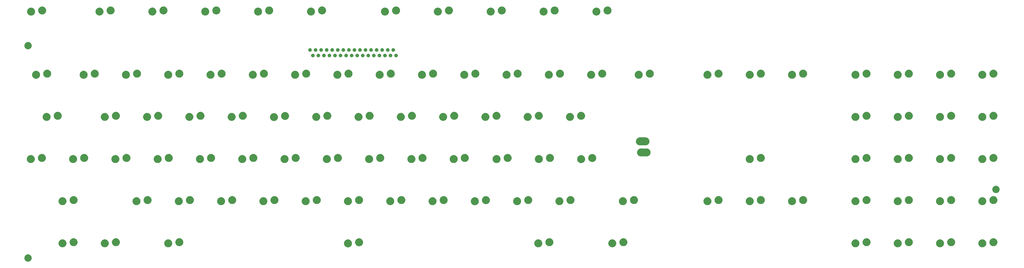
<source format=gbr>
%TF.GenerationSoftware,KiCad,Pcbnew,7.99.0-999-ge1db4e0694*%
%TF.CreationDate,2023-12-05T13:45:31-05:00*%
%TF.ProjectId,A1200KB,41313230-304b-4422-9e6b-696361645f70,rev?*%
%TF.SameCoordinates,Original*%
%TF.FileFunction,Soldermask,Bot*%
%TF.FilePolarity,Negative*%
%FSLAX46Y46*%
G04 Gerber Fmt 4.6, Leading zero omitted, Abs format (unit mm)*
G04 Created by KiCad (PCBNEW 7.99.0-999-ge1db4e0694) date 2023-12-05 13:45:31*
%MOMM*%
%LPD*%
G01*
G04 APERTURE LIST*
G04 APERTURE END LIST*
G36*
X57063098Y-191353966D02*
G01*
X57123353Y-191353966D01*
X57189199Y-191363890D01*
X57258273Y-191369327D01*
X57313947Y-191382693D01*
X57367302Y-191390735D01*
X57437021Y-191412240D01*
X57510187Y-191429806D01*
X57557495Y-191449401D01*
X57603052Y-191463454D01*
X57674569Y-191497895D01*
X57749538Y-191528948D01*
X57788022Y-191552531D01*
X57825322Y-191570494D01*
X57896271Y-191618866D01*
X57970433Y-191664313D01*
X58000127Y-191689674D01*
X58029162Y-191709470D01*
X58096956Y-191772374D01*
X58167433Y-191832567D01*
X58188834Y-191857625D01*
X58210011Y-191877274D01*
X58271925Y-191954911D01*
X58335687Y-192029567D01*
X58349709Y-192052449D01*
X58363830Y-192070156D01*
X58417087Y-192162399D01*
X58471052Y-192250462D01*
X58478977Y-192269597D01*
X58487185Y-192283812D01*
X58529038Y-192390454D01*
X58570194Y-192489813D01*
X58573597Y-192503991D01*
X58577314Y-192513460D01*
X58605157Y-192635446D01*
X58630673Y-192741727D01*
X58631334Y-192750133D01*
X58632214Y-192753986D01*
X58643683Y-192907031D01*
X58651000Y-193000000D01*
X58643682Y-193092975D01*
X58632214Y-193246013D01*
X58631334Y-193249865D01*
X58630673Y-193258273D01*
X58605152Y-193364573D01*
X58577314Y-193486539D01*
X58573598Y-193496005D01*
X58570194Y-193510187D01*
X58529031Y-193609563D01*
X58487185Y-193716187D01*
X58478979Y-193730399D01*
X58471052Y-193749538D01*
X58417077Y-193837616D01*
X58363830Y-193929843D01*
X58349712Y-193947546D01*
X58335687Y-193970433D01*
X58271913Y-194045102D01*
X58210011Y-194122725D01*
X58188838Y-194142369D01*
X58167433Y-194167433D01*
X58096942Y-194227637D01*
X58029162Y-194290529D01*
X58000133Y-194310320D01*
X57970433Y-194335687D01*
X57896257Y-194381142D01*
X57825322Y-194429505D01*
X57788030Y-194447463D01*
X57749538Y-194471052D01*
X57674554Y-194502110D01*
X57603052Y-194536545D01*
X57557504Y-194550594D01*
X57510187Y-194570194D01*
X57437007Y-194587762D01*
X57367302Y-194609264D01*
X57313955Y-194617304D01*
X57258273Y-194630673D01*
X57189195Y-194636109D01*
X57123353Y-194646034D01*
X57063098Y-194646034D01*
X57000000Y-194651000D01*
X56936902Y-194646034D01*
X56876647Y-194646034D01*
X56810803Y-194636109D01*
X56741727Y-194630673D01*
X56686045Y-194617305D01*
X56632697Y-194609264D01*
X56562988Y-194587761D01*
X56489813Y-194570194D01*
X56442498Y-194550595D01*
X56396947Y-194536545D01*
X56325438Y-194502107D01*
X56250462Y-194471052D01*
X56211972Y-194447465D01*
X56174675Y-194429504D01*
X56103726Y-194381131D01*
X56029567Y-194335687D01*
X55999873Y-194310326D01*
X55970839Y-194290531D01*
X55903043Y-194227625D01*
X55832567Y-194167433D01*
X55811164Y-194142374D01*
X55789988Y-194122725D01*
X55728071Y-194045084D01*
X55664313Y-193970433D01*
X55650291Y-193947551D01*
X55636169Y-193929843D01*
X55582905Y-193837588D01*
X55528948Y-193749538D01*
X55521023Y-193730405D01*
X55512814Y-193716187D01*
X55470949Y-193609517D01*
X55429806Y-193510187D01*
X55426402Y-193496012D01*
X55422685Y-193486539D01*
X55394827Y-193364488D01*
X55369327Y-193258273D01*
X55368665Y-193249871D01*
X55367785Y-193246013D01*
X55356296Y-193092710D01*
X55349000Y-193000000D01*
X55356296Y-192907297D01*
X55367785Y-192753986D01*
X55368665Y-192750126D01*
X55369327Y-192741727D01*
X55394822Y-192635530D01*
X55422685Y-192513460D01*
X55426403Y-192503984D01*
X55429806Y-192489813D01*
X55470942Y-192390500D01*
X55512814Y-192283812D01*
X55521024Y-192269590D01*
X55528948Y-192250462D01*
X55582895Y-192162427D01*
X55636169Y-192070156D01*
X55650293Y-192052443D01*
X55664313Y-192029567D01*
X55728059Y-191954929D01*
X55789988Y-191877274D01*
X55811169Y-191857620D01*
X55832567Y-191832567D01*
X55903029Y-191772386D01*
X55970839Y-191709468D01*
X55999879Y-191689668D01*
X56029567Y-191664313D01*
X56103711Y-191618876D01*
X56174675Y-191570495D01*
X56211980Y-191552529D01*
X56250462Y-191528948D01*
X56325423Y-191497898D01*
X56396947Y-191463454D01*
X56442507Y-191449400D01*
X56489813Y-191429806D01*
X56562973Y-191412241D01*
X56632697Y-191390735D01*
X56686054Y-191382692D01*
X56741727Y-191369327D01*
X56810799Y-191363890D01*
X56876647Y-191353966D01*
X56936902Y-191353966D01*
X57000000Y-191349000D01*
X57063098Y-191353966D01*
G37*
G36*
X201172751Y-184605686D02*
G01*
X201241389Y-184605686D01*
X201303370Y-184615028D01*
X201363069Y-184619298D01*
X201433844Y-184634694D01*
X201507560Y-184645805D01*
X201561724Y-184662512D01*
X201614105Y-184673907D01*
X201687910Y-184701435D01*
X201764779Y-184725146D01*
X201810458Y-184747143D01*
X201854830Y-184763694D01*
X201929570Y-184804505D01*
X202007300Y-184841938D01*
X202044212Y-184867104D01*
X202080322Y-184886822D01*
X202153707Y-184941757D01*
X202229705Y-184993572D01*
X202258020Y-185019844D01*
X202285992Y-185040784D01*
X202355508Y-185110300D01*
X202427026Y-185176659D01*
X202447340Y-185202132D01*
X202467665Y-185222457D01*
X202530696Y-185306657D01*
X202594856Y-185387111D01*
X202608117Y-185410079D01*
X202621627Y-185428127D01*
X202675519Y-185526823D01*
X202729445Y-185620225D01*
X202736919Y-185639268D01*
X202744755Y-185653619D01*
X202786938Y-185766716D01*
X202827787Y-185870796D01*
X202830984Y-185884807D01*
X202834542Y-185894344D01*
X202862589Y-186023276D01*
X202887684Y-186133225D01*
X202888302Y-186141480D01*
X202889151Y-186145380D01*
X202900785Y-186308045D01*
X202907800Y-186401650D01*
X202900784Y-186495262D01*
X202889151Y-186657919D01*
X202888302Y-186661818D01*
X202887684Y-186670075D01*
X202862584Y-186780043D01*
X202834542Y-186908955D01*
X202830985Y-186918490D01*
X202827787Y-186932504D01*
X202786931Y-187036602D01*
X202744755Y-187149680D01*
X202736920Y-187164027D01*
X202729445Y-187183075D01*
X202675509Y-187276493D01*
X202621627Y-187375172D01*
X202608119Y-187393215D01*
X202594856Y-187416189D01*
X202530684Y-187496657D01*
X202467665Y-187580842D01*
X202447344Y-187601162D01*
X202427026Y-187626641D01*
X202355494Y-187693012D01*
X202285992Y-187762515D01*
X202258025Y-187783450D01*
X202229705Y-187809728D01*
X202153692Y-187861552D01*
X202080322Y-187916477D01*
X202044220Y-187936190D01*
X202007300Y-187961362D01*
X201929555Y-187998801D01*
X201854830Y-188039605D01*
X201810467Y-188056151D01*
X201764779Y-188078154D01*
X201687894Y-188101869D01*
X201614105Y-188129392D01*
X201561735Y-188140784D01*
X201507560Y-188157495D01*
X201433829Y-188168608D01*
X201363069Y-188184001D01*
X201303382Y-188188269D01*
X201241389Y-188197614D01*
X201172737Y-188197614D01*
X201106799Y-188202330D01*
X201040862Y-188197614D01*
X200972211Y-188197614D01*
X200910218Y-188188270D01*
X200850530Y-188184001D01*
X200779767Y-188168607D01*
X200706040Y-188157495D01*
X200651866Y-188140784D01*
X200599494Y-188129392D01*
X200525699Y-188101867D01*
X200448821Y-188078154D01*
X200403136Y-188056153D01*
X200358769Y-188039605D01*
X200284036Y-187998797D01*
X200206300Y-187961362D01*
X200169383Y-187936192D01*
X200133277Y-187916477D01*
X200059895Y-187861544D01*
X199983895Y-187809728D01*
X199955578Y-187783453D01*
X199927607Y-187762515D01*
X199858091Y-187692999D01*
X199786574Y-187626641D01*
X199766259Y-187601167D01*
X199745934Y-187580842D01*
X199682899Y-187496636D01*
X199618744Y-187416189D01*
X199605483Y-187393221D01*
X199591972Y-187375172D01*
X199538072Y-187276462D01*
X199484155Y-187183075D01*
X199476682Y-187164034D01*
X199468844Y-187149680D01*
X199426648Y-187036551D01*
X199385813Y-186932504D01*
X199382616Y-186918497D01*
X199379057Y-186908955D01*
X199350993Y-186779950D01*
X199325916Y-186670075D01*
X199325297Y-186661825D01*
X199324448Y-186657919D01*
X199312794Y-186494982D01*
X199305800Y-186401650D01*
X199312791Y-186308351D01*
X199324448Y-186145380D01*
X199325297Y-186141473D01*
X199325916Y-186133225D01*
X199350989Y-186023370D01*
X199379057Y-185894344D01*
X199382616Y-185884800D01*
X199385813Y-185870796D01*
X199426640Y-185766768D01*
X199468844Y-185653619D01*
X199476683Y-185639262D01*
X199484155Y-185620225D01*
X199538062Y-185526855D01*
X199591972Y-185428127D01*
X199605486Y-185410074D01*
X199618744Y-185387111D01*
X199682886Y-185306678D01*
X199745934Y-185222457D01*
X199766263Y-185202127D01*
X199786574Y-185176659D01*
X199858077Y-185110313D01*
X199927607Y-185040784D01*
X199955583Y-185019840D01*
X199983895Y-184993572D01*
X200059880Y-184941765D01*
X200133277Y-184886822D01*
X200169391Y-184867102D01*
X200206300Y-184841938D01*
X200284020Y-184804509D01*
X200358769Y-184763694D01*
X200403145Y-184747142D01*
X200448821Y-184725146D01*
X200525684Y-184701437D01*
X200599494Y-184673907D01*
X200651877Y-184662511D01*
X200706040Y-184645805D01*
X200779752Y-184634694D01*
X200850530Y-184619298D01*
X200910230Y-184615028D01*
X200972211Y-184605686D01*
X201040848Y-184605686D01*
X201106800Y-184600969D01*
X201172751Y-184605686D01*
G37*
G36*
X72585251Y-184574436D02*
G01*
X72653889Y-184574436D01*
X72715870Y-184583778D01*
X72775569Y-184588048D01*
X72846344Y-184603444D01*
X72920060Y-184614555D01*
X72974224Y-184631262D01*
X73026605Y-184642657D01*
X73100410Y-184670185D01*
X73177279Y-184693896D01*
X73222958Y-184715893D01*
X73267330Y-184732444D01*
X73342070Y-184773255D01*
X73419800Y-184810688D01*
X73456712Y-184835854D01*
X73492822Y-184855572D01*
X73566207Y-184910507D01*
X73642205Y-184962322D01*
X73670520Y-184988594D01*
X73698492Y-185009534D01*
X73768008Y-185079050D01*
X73839526Y-185145409D01*
X73859840Y-185170882D01*
X73880165Y-185191207D01*
X73943196Y-185275407D01*
X74007356Y-185355861D01*
X74020617Y-185378829D01*
X74034127Y-185396877D01*
X74088019Y-185495573D01*
X74141945Y-185588975D01*
X74149419Y-185608018D01*
X74157255Y-185622369D01*
X74199438Y-185735466D01*
X74240287Y-185839546D01*
X74243484Y-185853557D01*
X74247042Y-185863094D01*
X74275089Y-185992026D01*
X74300184Y-186101975D01*
X74300802Y-186110230D01*
X74301651Y-186114130D01*
X74313286Y-186276808D01*
X74320300Y-186370400D01*
X74313283Y-186464025D01*
X74301651Y-186626669D01*
X74300802Y-186630568D01*
X74300184Y-186638825D01*
X74275084Y-186748793D01*
X74247042Y-186877705D01*
X74243485Y-186887240D01*
X74240287Y-186901254D01*
X74199431Y-187005352D01*
X74157255Y-187118430D01*
X74149420Y-187132777D01*
X74141945Y-187151825D01*
X74088009Y-187245243D01*
X74034127Y-187343922D01*
X74020619Y-187361965D01*
X74007356Y-187384939D01*
X73943184Y-187465407D01*
X73880165Y-187549592D01*
X73859844Y-187569912D01*
X73839526Y-187595391D01*
X73767994Y-187661762D01*
X73698492Y-187731265D01*
X73670525Y-187752200D01*
X73642205Y-187778478D01*
X73566192Y-187830302D01*
X73492822Y-187885227D01*
X73456720Y-187904940D01*
X73419800Y-187930112D01*
X73342055Y-187967551D01*
X73267330Y-188008355D01*
X73222967Y-188024901D01*
X73177279Y-188046904D01*
X73100394Y-188070619D01*
X73026605Y-188098142D01*
X72974235Y-188109534D01*
X72920060Y-188126245D01*
X72846329Y-188137358D01*
X72775569Y-188152751D01*
X72715882Y-188157019D01*
X72653889Y-188166364D01*
X72585237Y-188166364D01*
X72519300Y-188171080D01*
X72453362Y-188166364D01*
X72384711Y-188166364D01*
X72322718Y-188157020D01*
X72263030Y-188152751D01*
X72192267Y-188137357D01*
X72118540Y-188126245D01*
X72064366Y-188109534D01*
X72011994Y-188098142D01*
X71938199Y-188070617D01*
X71861321Y-188046904D01*
X71815636Y-188024903D01*
X71771269Y-188008355D01*
X71696536Y-187967547D01*
X71618800Y-187930112D01*
X71581883Y-187904942D01*
X71545777Y-187885227D01*
X71472395Y-187830294D01*
X71396395Y-187778478D01*
X71368078Y-187752203D01*
X71340107Y-187731265D01*
X71270591Y-187661749D01*
X71199074Y-187595391D01*
X71178759Y-187569917D01*
X71158434Y-187549592D01*
X71095399Y-187465386D01*
X71031244Y-187384939D01*
X71017983Y-187361971D01*
X71004472Y-187343922D01*
X70950572Y-187245212D01*
X70896655Y-187151825D01*
X70889182Y-187132784D01*
X70881344Y-187118430D01*
X70839148Y-187005301D01*
X70798313Y-186901254D01*
X70795116Y-186887247D01*
X70791557Y-186877705D01*
X70763493Y-186748700D01*
X70738416Y-186638825D01*
X70737797Y-186630575D01*
X70736948Y-186626669D01*
X70725293Y-186463719D01*
X70718300Y-186370400D01*
X70725292Y-186277087D01*
X70736948Y-186114130D01*
X70737797Y-186110223D01*
X70738416Y-186101975D01*
X70763489Y-185992120D01*
X70791557Y-185863094D01*
X70795116Y-185853550D01*
X70798313Y-185839546D01*
X70839140Y-185735518D01*
X70881344Y-185622369D01*
X70889183Y-185608012D01*
X70896655Y-185588975D01*
X70950562Y-185495605D01*
X71004472Y-185396877D01*
X71017986Y-185378824D01*
X71031244Y-185355861D01*
X71095386Y-185275428D01*
X71158434Y-185191207D01*
X71178763Y-185170877D01*
X71199074Y-185145409D01*
X71270577Y-185079063D01*
X71340107Y-185009534D01*
X71368083Y-184988590D01*
X71396395Y-184962322D01*
X71472380Y-184910515D01*
X71545777Y-184855572D01*
X71581891Y-184835852D01*
X71618800Y-184810688D01*
X71696520Y-184773259D01*
X71771269Y-184732444D01*
X71815645Y-184715892D01*
X71861321Y-184693896D01*
X71938184Y-184670187D01*
X72011994Y-184642657D01*
X72064377Y-184631261D01*
X72118540Y-184614555D01*
X72192252Y-184603444D01*
X72263030Y-184588048D01*
X72322730Y-184583778D01*
X72384711Y-184574436D01*
X72453348Y-184574436D01*
X72519300Y-184569719D01*
X72585251Y-184574436D01*
G37*
G36*
X91635251Y-184574436D02*
G01*
X91703889Y-184574436D01*
X91765870Y-184583778D01*
X91825569Y-184588048D01*
X91896344Y-184603444D01*
X91970060Y-184614555D01*
X92024224Y-184631262D01*
X92076605Y-184642657D01*
X92150410Y-184670185D01*
X92227279Y-184693896D01*
X92272958Y-184715893D01*
X92317330Y-184732444D01*
X92392070Y-184773255D01*
X92469800Y-184810688D01*
X92506712Y-184835854D01*
X92542822Y-184855572D01*
X92616207Y-184910507D01*
X92692205Y-184962322D01*
X92720520Y-184988594D01*
X92748492Y-185009534D01*
X92818008Y-185079050D01*
X92889526Y-185145409D01*
X92909840Y-185170882D01*
X92930165Y-185191207D01*
X92993196Y-185275407D01*
X93057356Y-185355861D01*
X93070617Y-185378829D01*
X93084127Y-185396877D01*
X93138019Y-185495573D01*
X93191945Y-185588975D01*
X93199419Y-185608018D01*
X93207255Y-185622369D01*
X93249438Y-185735466D01*
X93290287Y-185839546D01*
X93293484Y-185853557D01*
X93297042Y-185863094D01*
X93325089Y-185992026D01*
X93350184Y-186101975D01*
X93350802Y-186110230D01*
X93351651Y-186114130D01*
X93363286Y-186276808D01*
X93370300Y-186370400D01*
X93363283Y-186464025D01*
X93351651Y-186626669D01*
X93350802Y-186630568D01*
X93350184Y-186638825D01*
X93325084Y-186748793D01*
X93297042Y-186877705D01*
X93293485Y-186887240D01*
X93290287Y-186901254D01*
X93249431Y-187005352D01*
X93207255Y-187118430D01*
X93199420Y-187132777D01*
X93191945Y-187151825D01*
X93138009Y-187245243D01*
X93084127Y-187343922D01*
X93070619Y-187361965D01*
X93057356Y-187384939D01*
X92993184Y-187465407D01*
X92930165Y-187549592D01*
X92909844Y-187569912D01*
X92889526Y-187595391D01*
X92817994Y-187661762D01*
X92748492Y-187731265D01*
X92720525Y-187752200D01*
X92692205Y-187778478D01*
X92616192Y-187830302D01*
X92542822Y-187885227D01*
X92506720Y-187904940D01*
X92469800Y-187930112D01*
X92392055Y-187967551D01*
X92317330Y-188008355D01*
X92272967Y-188024901D01*
X92227279Y-188046904D01*
X92150394Y-188070619D01*
X92076605Y-188098142D01*
X92024235Y-188109534D01*
X91970060Y-188126245D01*
X91896329Y-188137358D01*
X91825569Y-188152751D01*
X91765882Y-188157019D01*
X91703889Y-188166364D01*
X91635237Y-188166364D01*
X91569300Y-188171080D01*
X91503362Y-188166364D01*
X91434711Y-188166364D01*
X91372718Y-188157020D01*
X91313030Y-188152751D01*
X91242267Y-188137357D01*
X91168540Y-188126245D01*
X91114366Y-188109534D01*
X91061994Y-188098142D01*
X90988199Y-188070617D01*
X90911321Y-188046904D01*
X90865636Y-188024903D01*
X90821269Y-188008355D01*
X90746536Y-187967547D01*
X90668800Y-187930112D01*
X90631883Y-187904942D01*
X90595777Y-187885227D01*
X90522395Y-187830294D01*
X90446395Y-187778478D01*
X90418078Y-187752203D01*
X90390107Y-187731265D01*
X90320591Y-187661749D01*
X90249074Y-187595391D01*
X90228759Y-187569917D01*
X90208434Y-187549592D01*
X90145399Y-187465386D01*
X90081244Y-187384939D01*
X90067983Y-187361971D01*
X90054472Y-187343922D01*
X90000572Y-187245212D01*
X89946655Y-187151825D01*
X89939182Y-187132784D01*
X89931344Y-187118430D01*
X89889148Y-187005301D01*
X89848313Y-186901254D01*
X89845116Y-186887247D01*
X89841557Y-186877705D01*
X89813493Y-186748700D01*
X89788416Y-186638825D01*
X89787797Y-186630575D01*
X89786948Y-186626669D01*
X89775293Y-186463719D01*
X89768300Y-186370400D01*
X89775292Y-186277087D01*
X89786948Y-186114130D01*
X89787797Y-186110223D01*
X89788416Y-186101975D01*
X89813489Y-185992120D01*
X89841557Y-185863094D01*
X89845116Y-185853550D01*
X89848313Y-185839546D01*
X89889140Y-185735518D01*
X89931344Y-185622369D01*
X89939183Y-185608012D01*
X89946655Y-185588975D01*
X90000562Y-185495605D01*
X90054472Y-185396877D01*
X90067986Y-185378824D01*
X90081244Y-185355861D01*
X90145386Y-185275428D01*
X90208434Y-185191207D01*
X90228763Y-185170877D01*
X90249074Y-185145409D01*
X90320577Y-185079063D01*
X90390107Y-185009534D01*
X90418083Y-184988590D01*
X90446395Y-184962322D01*
X90522380Y-184910515D01*
X90595777Y-184855572D01*
X90631891Y-184835852D01*
X90668800Y-184810688D01*
X90746520Y-184773259D01*
X90821269Y-184732444D01*
X90865645Y-184715892D01*
X90911321Y-184693896D01*
X90988184Y-184670187D01*
X91061994Y-184642657D01*
X91114377Y-184631261D01*
X91168540Y-184614555D01*
X91242252Y-184603444D01*
X91313030Y-184588048D01*
X91372730Y-184583778D01*
X91434711Y-184574436D01*
X91503348Y-184574436D01*
X91569299Y-184569719D01*
X91635251Y-184574436D01*
G37*
G36*
X120210251Y-184574436D02*
G01*
X120278889Y-184574436D01*
X120340870Y-184583778D01*
X120400569Y-184588048D01*
X120471344Y-184603444D01*
X120545060Y-184614555D01*
X120599224Y-184631262D01*
X120651605Y-184642657D01*
X120725410Y-184670185D01*
X120802279Y-184693896D01*
X120847958Y-184715893D01*
X120892330Y-184732444D01*
X120967070Y-184773255D01*
X121044800Y-184810688D01*
X121081712Y-184835854D01*
X121117822Y-184855572D01*
X121191207Y-184910507D01*
X121267205Y-184962322D01*
X121295520Y-184988594D01*
X121323492Y-185009534D01*
X121393008Y-185079050D01*
X121464526Y-185145409D01*
X121484840Y-185170882D01*
X121505165Y-185191207D01*
X121568196Y-185275407D01*
X121632356Y-185355861D01*
X121645617Y-185378829D01*
X121659127Y-185396877D01*
X121713019Y-185495573D01*
X121766945Y-185588975D01*
X121774419Y-185608018D01*
X121782255Y-185622369D01*
X121824438Y-185735466D01*
X121865287Y-185839546D01*
X121868484Y-185853557D01*
X121872042Y-185863094D01*
X121900089Y-185992026D01*
X121925184Y-186101975D01*
X121925802Y-186110230D01*
X121926651Y-186114130D01*
X121938286Y-186276808D01*
X121945300Y-186370400D01*
X121938283Y-186464025D01*
X121926651Y-186626669D01*
X121925802Y-186630568D01*
X121925184Y-186638825D01*
X121900084Y-186748793D01*
X121872042Y-186877705D01*
X121868485Y-186887240D01*
X121865287Y-186901254D01*
X121824431Y-187005352D01*
X121782255Y-187118430D01*
X121774420Y-187132777D01*
X121766945Y-187151825D01*
X121713009Y-187245243D01*
X121659127Y-187343922D01*
X121645619Y-187361965D01*
X121632356Y-187384939D01*
X121568184Y-187465407D01*
X121505165Y-187549592D01*
X121484844Y-187569912D01*
X121464526Y-187595391D01*
X121392994Y-187661762D01*
X121323492Y-187731265D01*
X121295525Y-187752200D01*
X121267205Y-187778478D01*
X121191192Y-187830302D01*
X121117822Y-187885227D01*
X121081720Y-187904940D01*
X121044800Y-187930112D01*
X120967055Y-187967551D01*
X120892330Y-188008355D01*
X120847967Y-188024901D01*
X120802279Y-188046904D01*
X120725394Y-188070619D01*
X120651605Y-188098142D01*
X120599235Y-188109534D01*
X120545060Y-188126245D01*
X120471329Y-188137358D01*
X120400569Y-188152751D01*
X120340882Y-188157019D01*
X120278889Y-188166364D01*
X120210237Y-188166364D01*
X120144300Y-188171080D01*
X120078362Y-188166364D01*
X120009711Y-188166364D01*
X119947718Y-188157020D01*
X119888030Y-188152751D01*
X119817267Y-188137357D01*
X119743540Y-188126245D01*
X119689366Y-188109534D01*
X119636994Y-188098142D01*
X119563199Y-188070617D01*
X119486321Y-188046904D01*
X119440636Y-188024903D01*
X119396269Y-188008355D01*
X119321536Y-187967547D01*
X119243800Y-187930112D01*
X119206883Y-187904942D01*
X119170777Y-187885227D01*
X119097395Y-187830294D01*
X119021395Y-187778478D01*
X118993078Y-187752203D01*
X118965107Y-187731265D01*
X118895591Y-187661749D01*
X118824074Y-187595391D01*
X118803759Y-187569917D01*
X118783434Y-187549592D01*
X118720399Y-187465386D01*
X118656244Y-187384939D01*
X118642983Y-187361971D01*
X118629472Y-187343922D01*
X118575572Y-187245212D01*
X118521655Y-187151825D01*
X118514182Y-187132784D01*
X118506344Y-187118430D01*
X118464148Y-187005301D01*
X118423313Y-186901254D01*
X118420116Y-186887247D01*
X118416557Y-186877705D01*
X118388493Y-186748700D01*
X118363416Y-186638825D01*
X118362797Y-186630575D01*
X118361948Y-186626669D01*
X118350294Y-186463732D01*
X118343300Y-186370400D01*
X118350291Y-186277101D01*
X118361948Y-186114130D01*
X118362797Y-186110223D01*
X118363416Y-186101975D01*
X118388489Y-185992120D01*
X118416557Y-185863094D01*
X118420116Y-185853550D01*
X118423313Y-185839546D01*
X118464140Y-185735518D01*
X118506344Y-185622369D01*
X118514183Y-185608012D01*
X118521655Y-185588975D01*
X118575562Y-185495605D01*
X118629472Y-185396877D01*
X118642986Y-185378824D01*
X118656244Y-185355861D01*
X118720386Y-185275428D01*
X118783434Y-185191207D01*
X118803763Y-185170877D01*
X118824074Y-185145409D01*
X118895577Y-185079063D01*
X118965107Y-185009534D01*
X118993083Y-184988590D01*
X119021395Y-184962322D01*
X119097380Y-184910515D01*
X119170777Y-184855572D01*
X119206891Y-184835852D01*
X119243800Y-184810688D01*
X119321520Y-184773259D01*
X119396269Y-184732444D01*
X119440645Y-184715892D01*
X119486321Y-184693896D01*
X119563184Y-184670187D01*
X119636994Y-184642657D01*
X119689377Y-184631261D01*
X119743540Y-184614555D01*
X119817252Y-184603444D01*
X119888030Y-184588048D01*
X119947730Y-184583778D01*
X120009711Y-184574436D01*
X120078348Y-184574436D01*
X120144300Y-184569719D01*
X120210251Y-184574436D01*
G37*
G36*
X286897751Y-184574436D02*
G01*
X286966389Y-184574436D01*
X287028370Y-184583778D01*
X287088069Y-184588048D01*
X287158844Y-184603444D01*
X287232560Y-184614555D01*
X287286724Y-184631262D01*
X287339105Y-184642657D01*
X287412910Y-184670185D01*
X287489779Y-184693896D01*
X287535458Y-184715893D01*
X287579830Y-184732444D01*
X287654570Y-184773255D01*
X287732300Y-184810688D01*
X287769212Y-184835854D01*
X287805322Y-184855572D01*
X287878707Y-184910507D01*
X287954705Y-184962322D01*
X287983020Y-184988594D01*
X288010992Y-185009534D01*
X288080508Y-185079050D01*
X288152026Y-185145409D01*
X288172340Y-185170882D01*
X288192665Y-185191207D01*
X288255696Y-185275407D01*
X288319856Y-185355861D01*
X288333117Y-185378829D01*
X288346627Y-185396877D01*
X288400519Y-185495573D01*
X288454445Y-185588975D01*
X288461919Y-185608018D01*
X288469755Y-185622369D01*
X288511938Y-185735466D01*
X288552787Y-185839546D01*
X288555984Y-185853557D01*
X288559542Y-185863094D01*
X288587589Y-185992026D01*
X288612684Y-186101975D01*
X288613302Y-186110230D01*
X288614151Y-186114130D01*
X288625785Y-186276795D01*
X288632800Y-186370400D01*
X288625784Y-186464012D01*
X288614151Y-186626669D01*
X288613302Y-186630568D01*
X288612684Y-186638825D01*
X288587584Y-186748793D01*
X288559542Y-186877705D01*
X288555985Y-186887240D01*
X288552787Y-186901254D01*
X288511931Y-187005352D01*
X288469755Y-187118430D01*
X288461920Y-187132777D01*
X288454445Y-187151825D01*
X288400509Y-187245243D01*
X288346627Y-187343922D01*
X288333119Y-187361965D01*
X288319856Y-187384939D01*
X288255684Y-187465407D01*
X288192665Y-187549592D01*
X288172344Y-187569912D01*
X288152026Y-187595391D01*
X288080494Y-187661762D01*
X288010992Y-187731265D01*
X287983025Y-187752200D01*
X287954705Y-187778478D01*
X287878692Y-187830302D01*
X287805322Y-187885227D01*
X287769220Y-187904940D01*
X287732300Y-187930112D01*
X287654555Y-187967551D01*
X287579830Y-188008355D01*
X287535467Y-188024901D01*
X287489779Y-188046904D01*
X287412894Y-188070619D01*
X287339105Y-188098142D01*
X287286735Y-188109534D01*
X287232560Y-188126245D01*
X287158829Y-188137358D01*
X287088069Y-188152751D01*
X287028382Y-188157019D01*
X286966389Y-188166364D01*
X286897737Y-188166364D01*
X286831800Y-188171080D01*
X286765862Y-188166364D01*
X286697211Y-188166364D01*
X286635218Y-188157020D01*
X286575530Y-188152751D01*
X286504767Y-188137357D01*
X286431040Y-188126245D01*
X286376866Y-188109534D01*
X286324494Y-188098142D01*
X286250699Y-188070617D01*
X286173821Y-188046904D01*
X286128136Y-188024903D01*
X286083769Y-188008355D01*
X286009036Y-187967547D01*
X285931300Y-187930112D01*
X285894383Y-187904942D01*
X285858277Y-187885227D01*
X285784895Y-187830294D01*
X285708895Y-187778478D01*
X285680578Y-187752203D01*
X285652607Y-187731265D01*
X285583091Y-187661749D01*
X285511574Y-187595391D01*
X285491259Y-187569917D01*
X285470934Y-187549592D01*
X285407899Y-187465386D01*
X285343744Y-187384939D01*
X285330483Y-187361971D01*
X285316972Y-187343922D01*
X285263072Y-187245212D01*
X285209155Y-187151825D01*
X285201682Y-187132784D01*
X285193844Y-187118430D01*
X285151648Y-187005301D01*
X285110813Y-186901254D01*
X285107616Y-186887247D01*
X285104057Y-186877705D01*
X285075993Y-186748700D01*
X285050916Y-186638825D01*
X285050297Y-186630575D01*
X285049448Y-186626669D01*
X285037793Y-186463719D01*
X285030800Y-186370400D01*
X285037792Y-186277087D01*
X285049448Y-186114130D01*
X285050297Y-186110223D01*
X285050916Y-186101975D01*
X285075989Y-185992120D01*
X285104057Y-185863094D01*
X285107616Y-185853550D01*
X285110813Y-185839546D01*
X285151640Y-185735518D01*
X285193844Y-185622369D01*
X285201683Y-185608012D01*
X285209155Y-185588975D01*
X285263062Y-185495605D01*
X285316972Y-185396877D01*
X285330486Y-185378824D01*
X285343744Y-185355861D01*
X285407886Y-185275428D01*
X285470934Y-185191207D01*
X285491263Y-185170877D01*
X285511574Y-185145409D01*
X285583077Y-185079063D01*
X285652607Y-185009534D01*
X285680583Y-184988590D01*
X285708895Y-184962322D01*
X285784880Y-184910515D01*
X285858277Y-184855572D01*
X285894391Y-184835852D01*
X285931300Y-184810688D01*
X286009020Y-184773259D01*
X286083769Y-184732444D01*
X286128145Y-184715892D01*
X286173821Y-184693896D01*
X286250684Y-184670187D01*
X286324494Y-184642657D01*
X286376877Y-184631261D01*
X286431040Y-184614555D01*
X286504752Y-184603444D01*
X286575530Y-184588048D01*
X286635230Y-184583778D01*
X286697211Y-184574436D01*
X286765848Y-184574436D01*
X286831799Y-184569719D01*
X286897751Y-184574436D01*
G37*
G36*
X320235251Y-184574436D02*
G01*
X320303889Y-184574436D01*
X320365870Y-184583778D01*
X320425569Y-184588048D01*
X320496344Y-184603444D01*
X320570060Y-184614555D01*
X320624224Y-184631262D01*
X320676605Y-184642657D01*
X320750410Y-184670185D01*
X320827279Y-184693896D01*
X320872958Y-184715893D01*
X320917330Y-184732444D01*
X320992070Y-184773255D01*
X321069800Y-184810688D01*
X321106712Y-184835854D01*
X321142822Y-184855572D01*
X321216207Y-184910507D01*
X321292205Y-184962322D01*
X321320520Y-184988594D01*
X321348492Y-185009534D01*
X321418008Y-185079050D01*
X321489526Y-185145409D01*
X321509840Y-185170882D01*
X321530165Y-185191207D01*
X321593196Y-185275407D01*
X321657356Y-185355861D01*
X321670617Y-185378829D01*
X321684127Y-185396877D01*
X321738019Y-185495573D01*
X321791945Y-185588975D01*
X321799419Y-185608018D01*
X321807255Y-185622369D01*
X321849438Y-185735466D01*
X321890287Y-185839546D01*
X321893484Y-185853557D01*
X321897042Y-185863094D01*
X321925089Y-185992026D01*
X321950184Y-186101975D01*
X321950802Y-186110230D01*
X321951651Y-186114130D01*
X321963285Y-186276795D01*
X321970300Y-186370400D01*
X321963284Y-186464012D01*
X321951651Y-186626669D01*
X321950802Y-186630568D01*
X321950184Y-186638825D01*
X321925084Y-186748793D01*
X321897042Y-186877705D01*
X321893485Y-186887240D01*
X321890287Y-186901254D01*
X321849431Y-187005352D01*
X321807255Y-187118430D01*
X321799420Y-187132777D01*
X321791945Y-187151825D01*
X321738009Y-187245243D01*
X321684127Y-187343922D01*
X321670619Y-187361965D01*
X321657356Y-187384939D01*
X321593184Y-187465407D01*
X321530165Y-187549592D01*
X321509844Y-187569912D01*
X321489526Y-187595391D01*
X321417994Y-187661762D01*
X321348492Y-187731265D01*
X321320525Y-187752200D01*
X321292205Y-187778478D01*
X321216192Y-187830302D01*
X321142822Y-187885227D01*
X321106720Y-187904940D01*
X321069800Y-187930112D01*
X320992055Y-187967551D01*
X320917330Y-188008355D01*
X320872967Y-188024901D01*
X320827279Y-188046904D01*
X320750394Y-188070619D01*
X320676605Y-188098142D01*
X320624235Y-188109534D01*
X320570060Y-188126245D01*
X320496329Y-188137358D01*
X320425569Y-188152751D01*
X320365882Y-188157019D01*
X320303889Y-188166364D01*
X320235237Y-188166364D01*
X320169300Y-188171080D01*
X320103362Y-188166364D01*
X320034711Y-188166364D01*
X319972718Y-188157020D01*
X319913030Y-188152751D01*
X319842267Y-188137357D01*
X319768540Y-188126245D01*
X319714366Y-188109534D01*
X319661994Y-188098142D01*
X319588199Y-188070617D01*
X319511321Y-188046904D01*
X319465636Y-188024903D01*
X319421269Y-188008355D01*
X319346536Y-187967547D01*
X319268800Y-187930112D01*
X319231883Y-187904942D01*
X319195777Y-187885227D01*
X319122395Y-187830294D01*
X319046395Y-187778478D01*
X319018078Y-187752203D01*
X318990107Y-187731265D01*
X318920591Y-187661749D01*
X318849074Y-187595391D01*
X318828759Y-187569917D01*
X318808434Y-187549592D01*
X318745399Y-187465386D01*
X318681244Y-187384939D01*
X318667983Y-187361971D01*
X318654472Y-187343922D01*
X318600572Y-187245212D01*
X318546655Y-187151825D01*
X318539182Y-187132784D01*
X318531344Y-187118430D01*
X318489148Y-187005301D01*
X318448313Y-186901254D01*
X318445116Y-186887247D01*
X318441557Y-186877705D01*
X318413493Y-186748700D01*
X318388416Y-186638825D01*
X318387797Y-186630575D01*
X318386948Y-186626669D01*
X318375293Y-186463719D01*
X318368300Y-186370400D01*
X318375292Y-186277087D01*
X318386948Y-186114130D01*
X318387797Y-186110223D01*
X318388416Y-186101975D01*
X318413489Y-185992120D01*
X318441557Y-185863094D01*
X318445116Y-185853550D01*
X318448313Y-185839546D01*
X318489140Y-185735518D01*
X318531344Y-185622369D01*
X318539183Y-185608012D01*
X318546655Y-185588975D01*
X318600562Y-185495605D01*
X318654472Y-185396877D01*
X318667986Y-185378824D01*
X318681244Y-185355861D01*
X318745386Y-185275428D01*
X318808434Y-185191207D01*
X318828763Y-185170877D01*
X318849074Y-185145409D01*
X318920577Y-185079063D01*
X318990107Y-185009534D01*
X319018083Y-184988590D01*
X319046395Y-184962322D01*
X319122380Y-184910515D01*
X319195777Y-184855572D01*
X319231891Y-184835852D01*
X319268800Y-184810688D01*
X319346520Y-184773259D01*
X319421269Y-184732444D01*
X319465645Y-184715892D01*
X319511321Y-184693896D01*
X319588184Y-184670187D01*
X319661994Y-184642657D01*
X319714377Y-184631261D01*
X319768540Y-184614555D01*
X319842252Y-184603444D01*
X319913030Y-184588048D01*
X319972730Y-184583778D01*
X320034711Y-184574436D01*
X320103348Y-184574436D01*
X320169300Y-184569719D01*
X320235251Y-184574436D01*
G37*
G36*
X429772751Y-184574436D02*
G01*
X429841389Y-184574436D01*
X429903370Y-184583778D01*
X429963069Y-184588048D01*
X430033844Y-184603444D01*
X430107560Y-184614555D01*
X430161724Y-184631262D01*
X430214105Y-184642657D01*
X430287910Y-184670185D01*
X430364779Y-184693896D01*
X430410458Y-184715893D01*
X430454830Y-184732444D01*
X430529570Y-184773255D01*
X430607300Y-184810688D01*
X430644212Y-184835854D01*
X430680322Y-184855572D01*
X430753707Y-184910507D01*
X430829705Y-184962322D01*
X430858020Y-184988594D01*
X430885992Y-185009534D01*
X430955508Y-185079050D01*
X431027026Y-185145409D01*
X431047340Y-185170882D01*
X431067665Y-185191207D01*
X431130696Y-185275407D01*
X431194856Y-185355861D01*
X431208117Y-185378829D01*
X431221627Y-185396877D01*
X431275519Y-185495573D01*
X431329445Y-185588975D01*
X431336919Y-185608018D01*
X431344755Y-185622369D01*
X431386938Y-185735466D01*
X431427787Y-185839546D01*
X431430984Y-185853557D01*
X431434542Y-185863094D01*
X431462589Y-185992026D01*
X431487684Y-186101975D01*
X431488302Y-186110230D01*
X431489151Y-186114130D01*
X431500785Y-186276795D01*
X431507800Y-186370400D01*
X431500784Y-186464012D01*
X431489151Y-186626669D01*
X431488302Y-186630568D01*
X431487684Y-186638825D01*
X431462584Y-186748793D01*
X431434542Y-186877705D01*
X431430985Y-186887240D01*
X431427787Y-186901254D01*
X431386931Y-187005352D01*
X431344755Y-187118430D01*
X431336920Y-187132777D01*
X431329445Y-187151825D01*
X431275509Y-187245243D01*
X431221627Y-187343922D01*
X431208119Y-187361965D01*
X431194856Y-187384939D01*
X431130684Y-187465407D01*
X431067665Y-187549592D01*
X431047344Y-187569912D01*
X431027026Y-187595391D01*
X430955494Y-187661762D01*
X430885992Y-187731265D01*
X430858025Y-187752200D01*
X430829705Y-187778478D01*
X430753692Y-187830302D01*
X430680322Y-187885227D01*
X430644220Y-187904940D01*
X430607300Y-187930112D01*
X430529555Y-187967551D01*
X430454830Y-188008355D01*
X430410467Y-188024901D01*
X430364779Y-188046904D01*
X430287894Y-188070619D01*
X430214105Y-188098142D01*
X430161735Y-188109534D01*
X430107560Y-188126245D01*
X430033829Y-188137358D01*
X429963069Y-188152751D01*
X429903382Y-188157019D01*
X429841389Y-188166364D01*
X429772737Y-188166364D01*
X429706800Y-188171080D01*
X429640862Y-188166364D01*
X429572211Y-188166364D01*
X429510218Y-188157020D01*
X429450530Y-188152751D01*
X429379767Y-188137357D01*
X429306040Y-188126245D01*
X429251866Y-188109534D01*
X429199494Y-188098142D01*
X429125699Y-188070617D01*
X429048821Y-188046904D01*
X429003136Y-188024903D01*
X428958769Y-188008355D01*
X428884036Y-187967547D01*
X428806300Y-187930112D01*
X428769383Y-187904942D01*
X428733277Y-187885227D01*
X428659895Y-187830294D01*
X428583895Y-187778478D01*
X428555578Y-187752203D01*
X428527607Y-187731265D01*
X428458091Y-187661749D01*
X428386574Y-187595391D01*
X428366259Y-187569917D01*
X428345934Y-187549592D01*
X428282899Y-187465386D01*
X428218744Y-187384939D01*
X428205483Y-187361971D01*
X428191972Y-187343922D01*
X428138072Y-187245212D01*
X428084155Y-187151825D01*
X428076682Y-187132784D01*
X428068844Y-187118430D01*
X428026648Y-187005301D01*
X427985813Y-186901254D01*
X427982616Y-186887247D01*
X427979057Y-186877705D01*
X427950993Y-186748700D01*
X427925916Y-186638825D01*
X427925297Y-186630575D01*
X427924448Y-186626669D01*
X427912793Y-186463719D01*
X427905800Y-186370400D01*
X427912792Y-186277087D01*
X427924448Y-186114130D01*
X427925297Y-186110223D01*
X427925916Y-186101975D01*
X427950989Y-185992120D01*
X427979057Y-185863094D01*
X427982616Y-185853550D01*
X427985813Y-185839546D01*
X428026640Y-185735518D01*
X428068844Y-185622369D01*
X428076683Y-185608012D01*
X428084155Y-185588975D01*
X428138062Y-185495605D01*
X428191972Y-185396877D01*
X428205486Y-185378824D01*
X428218744Y-185355861D01*
X428282886Y-185275428D01*
X428345934Y-185191207D01*
X428366263Y-185170877D01*
X428386574Y-185145409D01*
X428458077Y-185079063D01*
X428527607Y-185009534D01*
X428555583Y-184988590D01*
X428583895Y-184962322D01*
X428659880Y-184910515D01*
X428733277Y-184855572D01*
X428769391Y-184835852D01*
X428806300Y-184810688D01*
X428884020Y-184773259D01*
X428958769Y-184732444D01*
X429003145Y-184715892D01*
X429048821Y-184693896D01*
X429125684Y-184670187D01*
X429199494Y-184642657D01*
X429251877Y-184631261D01*
X429306040Y-184614555D01*
X429379752Y-184603444D01*
X429450530Y-184588048D01*
X429510230Y-184583778D01*
X429572211Y-184574436D01*
X429640848Y-184574436D01*
X429706800Y-184569719D01*
X429772751Y-184574436D01*
G37*
G36*
X448822751Y-184574436D02*
G01*
X448891389Y-184574436D01*
X448953370Y-184583778D01*
X449013069Y-184588048D01*
X449083844Y-184603444D01*
X449157560Y-184614555D01*
X449211724Y-184631262D01*
X449264105Y-184642657D01*
X449337910Y-184670185D01*
X449414779Y-184693896D01*
X449460458Y-184715893D01*
X449504830Y-184732444D01*
X449579570Y-184773255D01*
X449657300Y-184810688D01*
X449694212Y-184835854D01*
X449730322Y-184855572D01*
X449803707Y-184910507D01*
X449879705Y-184962322D01*
X449908020Y-184988594D01*
X449935992Y-185009534D01*
X450005508Y-185079050D01*
X450077026Y-185145409D01*
X450097340Y-185170882D01*
X450117665Y-185191207D01*
X450180696Y-185275407D01*
X450244856Y-185355861D01*
X450258117Y-185378829D01*
X450271627Y-185396877D01*
X450325519Y-185495573D01*
X450379445Y-185588975D01*
X450386919Y-185608018D01*
X450394755Y-185622369D01*
X450436938Y-185735466D01*
X450477787Y-185839546D01*
X450480984Y-185853557D01*
X450484542Y-185863094D01*
X450512589Y-185992026D01*
X450537684Y-186101975D01*
X450538302Y-186110230D01*
X450539151Y-186114130D01*
X450550785Y-186276795D01*
X450557800Y-186370400D01*
X450550784Y-186464012D01*
X450539151Y-186626669D01*
X450538302Y-186630568D01*
X450537684Y-186638825D01*
X450512584Y-186748793D01*
X450484542Y-186877705D01*
X450480985Y-186887240D01*
X450477787Y-186901254D01*
X450436931Y-187005352D01*
X450394755Y-187118430D01*
X450386920Y-187132777D01*
X450379445Y-187151825D01*
X450325509Y-187245243D01*
X450271627Y-187343922D01*
X450258119Y-187361965D01*
X450244856Y-187384939D01*
X450180684Y-187465407D01*
X450117665Y-187549592D01*
X450097344Y-187569912D01*
X450077026Y-187595391D01*
X450005494Y-187661762D01*
X449935992Y-187731265D01*
X449908025Y-187752200D01*
X449879705Y-187778478D01*
X449803692Y-187830302D01*
X449730322Y-187885227D01*
X449694220Y-187904940D01*
X449657300Y-187930112D01*
X449579555Y-187967551D01*
X449504830Y-188008355D01*
X449460467Y-188024901D01*
X449414779Y-188046904D01*
X449337894Y-188070619D01*
X449264105Y-188098142D01*
X449211735Y-188109534D01*
X449157560Y-188126245D01*
X449083829Y-188137358D01*
X449013069Y-188152751D01*
X448953382Y-188157019D01*
X448891389Y-188166364D01*
X448822737Y-188166364D01*
X448756799Y-188171080D01*
X448690862Y-188166364D01*
X448622211Y-188166364D01*
X448560218Y-188157020D01*
X448500530Y-188152751D01*
X448429767Y-188137357D01*
X448356040Y-188126245D01*
X448301866Y-188109534D01*
X448249494Y-188098142D01*
X448175699Y-188070617D01*
X448098821Y-188046904D01*
X448053136Y-188024903D01*
X448008769Y-188008355D01*
X447934036Y-187967547D01*
X447856300Y-187930112D01*
X447819383Y-187904942D01*
X447783277Y-187885227D01*
X447709895Y-187830294D01*
X447633895Y-187778478D01*
X447605578Y-187752203D01*
X447577607Y-187731265D01*
X447508091Y-187661749D01*
X447436574Y-187595391D01*
X447416259Y-187569917D01*
X447395934Y-187549592D01*
X447332899Y-187465386D01*
X447268744Y-187384939D01*
X447255483Y-187361971D01*
X447241972Y-187343922D01*
X447188072Y-187245212D01*
X447134155Y-187151825D01*
X447126682Y-187132784D01*
X447118844Y-187118430D01*
X447076648Y-187005301D01*
X447035813Y-186901254D01*
X447032616Y-186887247D01*
X447029057Y-186877705D01*
X447000993Y-186748700D01*
X446975916Y-186638825D01*
X446975297Y-186630575D01*
X446974448Y-186626669D01*
X446962793Y-186463719D01*
X446955800Y-186370400D01*
X446962792Y-186277087D01*
X446974448Y-186114130D01*
X446975297Y-186110223D01*
X446975916Y-186101975D01*
X447000989Y-185992120D01*
X447029057Y-185863094D01*
X447032616Y-185853550D01*
X447035813Y-185839546D01*
X447076640Y-185735518D01*
X447118844Y-185622369D01*
X447126683Y-185608012D01*
X447134155Y-185588975D01*
X447188062Y-185495605D01*
X447241972Y-185396877D01*
X447255486Y-185378824D01*
X447268744Y-185355861D01*
X447332886Y-185275428D01*
X447395934Y-185191207D01*
X447416263Y-185170877D01*
X447436574Y-185145409D01*
X447508077Y-185079063D01*
X447577607Y-185009534D01*
X447605583Y-184988590D01*
X447633895Y-184962322D01*
X447709880Y-184910515D01*
X447783277Y-184855572D01*
X447819391Y-184835852D01*
X447856300Y-184810688D01*
X447934020Y-184773259D01*
X448008769Y-184732444D01*
X448053145Y-184715892D01*
X448098821Y-184693896D01*
X448175684Y-184670187D01*
X448249494Y-184642657D01*
X448301877Y-184631261D01*
X448356040Y-184614555D01*
X448429752Y-184603444D01*
X448500530Y-184588048D01*
X448560230Y-184583778D01*
X448622211Y-184574436D01*
X448690848Y-184574436D01*
X448756800Y-184569719D01*
X448822751Y-184574436D01*
G37*
G36*
X467872751Y-184574436D02*
G01*
X467941389Y-184574436D01*
X468003370Y-184583778D01*
X468063069Y-184588048D01*
X468133844Y-184603444D01*
X468207560Y-184614555D01*
X468261724Y-184631262D01*
X468314105Y-184642657D01*
X468387910Y-184670185D01*
X468464779Y-184693896D01*
X468510458Y-184715893D01*
X468554830Y-184732444D01*
X468629570Y-184773255D01*
X468707300Y-184810688D01*
X468744212Y-184835854D01*
X468780322Y-184855572D01*
X468853707Y-184910507D01*
X468929705Y-184962322D01*
X468958020Y-184988594D01*
X468985992Y-185009534D01*
X469055508Y-185079050D01*
X469127026Y-185145409D01*
X469147340Y-185170882D01*
X469167665Y-185191207D01*
X469230696Y-185275407D01*
X469294856Y-185355861D01*
X469308117Y-185378829D01*
X469321627Y-185396877D01*
X469375519Y-185495573D01*
X469429445Y-185588975D01*
X469436919Y-185608018D01*
X469444755Y-185622369D01*
X469486938Y-185735466D01*
X469527787Y-185839546D01*
X469530984Y-185853557D01*
X469534542Y-185863094D01*
X469562589Y-185992026D01*
X469587684Y-186101975D01*
X469588302Y-186110230D01*
X469589151Y-186114130D01*
X469600785Y-186276795D01*
X469607800Y-186370400D01*
X469600784Y-186464012D01*
X469589151Y-186626669D01*
X469588302Y-186630568D01*
X469587684Y-186638825D01*
X469562584Y-186748793D01*
X469534542Y-186877705D01*
X469530985Y-186887240D01*
X469527787Y-186901254D01*
X469486931Y-187005352D01*
X469444755Y-187118430D01*
X469436920Y-187132777D01*
X469429445Y-187151825D01*
X469375509Y-187245243D01*
X469321627Y-187343922D01*
X469308119Y-187361965D01*
X469294856Y-187384939D01*
X469230684Y-187465407D01*
X469167665Y-187549592D01*
X469147344Y-187569912D01*
X469127026Y-187595391D01*
X469055494Y-187661762D01*
X468985992Y-187731265D01*
X468958025Y-187752200D01*
X468929705Y-187778478D01*
X468853692Y-187830302D01*
X468780322Y-187885227D01*
X468744220Y-187904940D01*
X468707300Y-187930112D01*
X468629555Y-187967551D01*
X468554830Y-188008355D01*
X468510467Y-188024901D01*
X468464779Y-188046904D01*
X468387894Y-188070619D01*
X468314105Y-188098142D01*
X468261735Y-188109534D01*
X468207560Y-188126245D01*
X468133829Y-188137358D01*
X468063069Y-188152751D01*
X468003382Y-188157019D01*
X467941389Y-188166364D01*
X467872737Y-188166364D01*
X467806800Y-188171080D01*
X467740862Y-188166364D01*
X467672211Y-188166364D01*
X467610218Y-188157020D01*
X467550530Y-188152751D01*
X467479767Y-188137357D01*
X467406040Y-188126245D01*
X467351866Y-188109534D01*
X467299494Y-188098142D01*
X467225699Y-188070617D01*
X467148821Y-188046904D01*
X467103136Y-188024903D01*
X467058769Y-188008355D01*
X466984036Y-187967547D01*
X466906300Y-187930112D01*
X466869383Y-187904942D01*
X466833277Y-187885227D01*
X466759895Y-187830294D01*
X466683895Y-187778478D01*
X466655578Y-187752203D01*
X466627607Y-187731265D01*
X466558091Y-187661749D01*
X466486574Y-187595391D01*
X466466259Y-187569917D01*
X466445934Y-187549592D01*
X466382899Y-187465386D01*
X466318744Y-187384939D01*
X466305483Y-187361971D01*
X466291972Y-187343922D01*
X466238072Y-187245212D01*
X466184155Y-187151825D01*
X466176682Y-187132784D01*
X466168844Y-187118430D01*
X466126648Y-187005301D01*
X466085813Y-186901254D01*
X466082616Y-186887247D01*
X466079057Y-186877705D01*
X466050993Y-186748700D01*
X466025916Y-186638825D01*
X466025297Y-186630575D01*
X466024448Y-186626669D01*
X466012793Y-186463719D01*
X466005800Y-186370400D01*
X466012792Y-186277087D01*
X466024448Y-186114130D01*
X466025297Y-186110223D01*
X466025916Y-186101975D01*
X466050989Y-185992120D01*
X466079057Y-185863094D01*
X466082616Y-185853550D01*
X466085813Y-185839546D01*
X466126640Y-185735518D01*
X466168844Y-185622369D01*
X466176683Y-185608012D01*
X466184155Y-185588975D01*
X466238062Y-185495605D01*
X466291972Y-185396877D01*
X466305486Y-185378824D01*
X466318744Y-185355861D01*
X466382886Y-185275428D01*
X466445934Y-185191207D01*
X466466263Y-185170877D01*
X466486574Y-185145409D01*
X466558077Y-185079063D01*
X466627607Y-185009534D01*
X466655583Y-184988590D01*
X466683895Y-184962322D01*
X466759880Y-184910515D01*
X466833277Y-184855572D01*
X466869391Y-184835852D01*
X466906300Y-184810688D01*
X466984020Y-184773259D01*
X467058769Y-184732444D01*
X467103145Y-184715892D01*
X467148821Y-184693896D01*
X467225684Y-184670187D01*
X467299494Y-184642657D01*
X467351877Y-184631261D01*
X467406040Y-184614555D01*
X467479752Y-184603444D01*
X467550530Y-184588048D01*
X467610230Y-184583778D01*
X467672211Y-184574436D01*
X467740848Y-184574436D01*
X467806800Y-184569719D01*
X467872751Y-184574436D01*
G37*
G36*
X486922751Y-184574436D02*
G01*
X486991389Y-184574436D01*
X487053370Y-184583778D01*
X487113069Y-184588048D01*
X487183844Y-184603444D01*
X487257560Y-184614555D01*
X487311724Y-184631262D01*
X487364105Y-184642657D01*
X487437910Y-184670185D01*
X487514779Y-184693896D01*
X487560458Y-184715893D01*
X487604830Y-184732444D01*
X487679570Y-184773255D01*
X487757300Y-184810688D01*
X487794212Y-184835854D01*
X487830322Y-184855572D01*
X487903707Y-184910507D01*
X487979705Y-184962322D01*
X488008020Y-184988594D01*
X488035992Y-185009534D01*
X488105508Y-185079050D01*
X488177026Y-185145409D01*
X488197340Y-185170882D01*
X488217665Y-185191207D01*
X488280696Y-185275407D01*
X488344856Y-185355861D01*
X488358117Y-185378829D01*
X488371627Y-185396877D01*
X488425519Y-185495573D01*
X488479445Y-185588975D01*
X488486919Y-185608018D01*
X488494755Y-185622369D01*
X488536938Y-185735466D01*
X488577787Y-185839546D01*
X488580984Y-185853557D01*
X488584542Y-185863094D01*
X488612589Y-185992026D01*
X488637684Y-186101975D01*
X488638302Y-186110230D01*
X488639151Y-186114130D01*
X488650785Y-186276795D01*
X488657800Y-186370400D01*
X488650784Y-186464012D01*
X488639151Y-186626669D01*
X488638302Y-186630568D01*
X488637684Y-186638825D01*
X488612584Y-186748793D01*
X488584542Y-186877705D01*
X488580985Y-186887240D01*
X488577787Y-186901254D01*
X488536931Y-187005352D01*
X488494755Y-187118430D01*
X488486920Y-187132777D01*
X488479445Y-187151825D01*
X488425509Y-187245243D01*
X488371627Y-187343922D01*
X488358119Y-187361965D01*
X488344856Y-187384939D01*
X488280684Y-187465407D01*
X488217665Y-187549592D01*
X488197344Y-187569912D01*
X488177026Y-187595391D01*
X488105494Y-187661762D01*
X488035992Y-187731265D01*
X488008025Y-187752200D01*
X487979705Y-187778478D01*
X487903692Y-187830302D01*
X487830322Y-187885227D01*
X487794220Y-187904940D01*
X487757300Y-187930112D01*
X487679555Y-187967551D01*
X487604830Y-188008355D01*
X487560467Y-188024901D01*
X487514779Y-188046904D01*
X487437894Y-188070619D01*
X487364105Y-188098142D01*
X487311735Y-188109534D01*
X487257560Y-188126245D01*
X487183829Y-188137358D01*
X487113069Y-188152751D01*
X487053382Y-188157019D01*
X486991389Y-188166364D01*
X486922737Y-188166364D01*
X486856800Y-188171080D01*
X486790862Y-188166364D01*
X486722211Y-188166364D01*
X486660218Y-188157020D01*
X486600530Y-188152751D01*
X486529767Y-188137357D01*
X486456040Y-188126245D01*
X486401866Y-188109534D01*
X486349494Y-188098142D01*
X486275699Y-188070617D01*
X486198821Y-188046904D01*
X486153136Y-188024903D01*
X486108769Y-188008355D01*
X486034036Y-187967547D01*
X485956300Y-187930112D01*
X485919383Y-187904942D01*
X485883277Y-187885227D01*
X485809895Y-187830294D01*
X485733895Y-187778478D01*
X485705578Y-187752203D01*
X485677607Y-187731265D01*
X485608091Y-187661749D01*
X485536574Y-187595391D01*
X485516259Y-187569917D01*
X485495934Y-187549592D01*
X485432899Y-187465386D01*
X485368744Y-187384939D01*
X485355483Y-187361971D01*
X485341972Y-187343922D01*
X485288072Y-187245212D01*
X485234155Y-187151825D01*
X485226682Y-187132784D01*
X485218844Y-187118430D01*
X485176648Y-187005301D01*
X485135813Y-186901254D01*
X485132616Y-186887247D01*
X485129057Y-186877705D01*
X485100993Y-186748700D01*
X485075916Y-186638825D01*
X485075297Y-186630575D01*
X485074448Y-186626669D01*
X485062793Y-186463719D01*
X485055800Y-186370400D01*
X485062792Y-186277087D01*
X485074448Y-186114130D01*
X485075297Y-186110223D01*
X485075916Y-186101975D01*
X485100989Y-185992120D01*
X485129057Y-185863094D01*
X485132616Y-185853550D01*
X485135813Y-185839546D01*
X485176640Y-185735518D01*
X485218844Y-185622369D01*
X485226683Y-185608012D01*
X485234155Y-185588975D01*
X485288062Y-185495605D01*
X485341972Y-185396877D01*
X485355486Y-185378824D01*
X485368744Y-185355861D01*
X485432886Y-185275428D01*
X485495934Y-185191207D01*
X485516263Y-185170877D01*
X485536574Y-185145409D01*
X485608077Y-185079063D01*
X485677607Y-185009534D01*
X485705583Y-184988590D01*
X485733895Y-184962322D01*
X485809880Y-184910515D01*
X485883277Y-184855572D01*
X485919391Y-184835852D01*
X485956300Y-184810688D01*
X486034020Y-184773259D01*
X486108769Y-184732444D01*
X486153145Y-184715892D01*
X486198821Y-184693896D01*
X486275684Y-184670187D01*
X486349494Y-184642657D01*
X486401877Y-184631261D01*
X486456040Y-184614555D01*
X486529752Y-184603444D01*
X486600530Y-184588048D01*
X486660230Y-184583778D01*
X486722211Y-184574436D01*
X486790848Y-184574436D01*
X486856799Y-184569719D01*
X486922751Y-184574436D01*
G37*
G36*
X206172751Y-184105686D02*
G01*
X206241389Y-184105686D01*
X206303370Y-184115028D01*
X206363069Y-184119298D01*
X206433844Y-184134694D01*
X206507560Y-184145805D01*
X206561724Y-184162512D01*
X206614105Y-184173907D01*
X206687910Y-184201435D01*
X206764779Y-184225146D01*
X206810458Y-184247143D01*
X206854830Y-184263694D01*
X206929570Y-184304505D01*
X207007300Y-184341938D01*
X207044212Y-184367104D01*
X207080322Y-184386822D01*
X207153707Y-184441757D01*
X207229705Y-184493572D01*
X207258020Y-184519844D01*
X207285992Y-184540784D01*
X207355508Y-184610300D01*
X207427026Y-184676659D01*
X207447340Y-184702132D01*
X207467665Y-184722457D01*
X207530696Y-184806657D01*
X207594856Y-184887111D01*
X207608117Y-184910079D01*
X207621627Y-184928127D01*
X207675519Y-185026823D01*
X207729445Y-185120225D01*
X207736919Y-185139268D01*
X207744755Y-185153619D01*
X207786938Y-185266716D01*
X207827787Y-185370796D01*
X207830984Y-185384807D01*
X207834542Y-185394344D01*
X207862589Y-185523276D01*
X207887684Y-185633225D01*
X207888302Y-185641480D01*
X207889151Y-185645380D01*
X207900785Y-185808045D01*
X207907800Y-185901650D01*
X207900784Y-185995262D01*
X207889151Y-186157919D01*
X207888302Y-186161818D01*
X207887684Y-186170075D01*
X207862584Y-186280043D01*
X207834542Y-186408955D01*
X207830985Y-186418490D01*
X207827787Y-186432504D01*
X207786931Y-186536602D01*
X207744755Y-186649680D01*
X207736920Y-186664027D01*
X207729445Y-186683075D01*
X207675509Y-186776493D01*
X207621627Y-186875172D01*
X207608119Y-186893215D01*
X207594856Y-186916189D01*
X207530684Y-186996657D01*
X207467665Y-187080842D01*
X207447344Y-187101162D01*
X207427026Y-187126641D01*
X207355494Y-187193012D01*
X207285992Y-187262515D01*
X207258025Y-187283450D01*
X207229705Y-187309728D01*
X207153692Y-187361552D01*
X207080322Y-187416477D01*
X207044220Y-187436190D01*
X207007300Y-187461362D01*
X206929555Y-187498801D01*
X206854830Y-187539605D01*
X206810467Y-187556151D01*
X206764779Y-187578154D01*
X206687894Y-187601869D01*
X206614105Y-187629392D01*
X206561735Y-187640784D01*
X206507560Y-187657495D01*
X206433829Y-187668608D01*
X206363069Y-187684001D01*
X206303382Y-187688269D01*
X206241389Y-187697614D01*
X206172737Y-187697614D01*
X206106800Y-187702330D01*
X206040862Y-187697614D01*
X205972211Y-187697614D01*
X205910218Y-187688270D01*
X205850530Y-187684001D01*
X205779767Y-187668607D01*
X205706040Y-187657495D01*
X205651866Y-187640784D01*
X205599494Y-187629392D01*
X205525699Y-187601867D01*
X205448821Y-187578154D01*
X205403136Y-187556153D01*
X205358769Y-187539605D01*
X205284036Y-187498797D01*
X205206300Y-187461362D01*
X205169383Y-187436192D01*
X205133277Y-187416477D01*
X205059895Y-187361544D01*
X204983895Y-187309728D01*
X204955578Y-187283453D01*
X204927607Y-187262515D01*
X204858091Y-187192999D01*
X204786574Y-187126641D01*
X204766259Y-187101167D01*
X204745934Y-187080842D01*
X204682899Y-186996636D01*
X204618744Y-186916189D01*
X204605483Y-186893221D01*
X204591972Y-186875172D01*
X204538072Y-186776462D01*
X204484155Y-186683075D01*
X204476682Y-186664034D01*
X204468844Y-186649680D01*
X204426648Y-186536551D01*
X204385813Y-186432504D01*
X204382616Y-186418497D01*
X204379057Y-186408955D01*
X204350993Y-186279950D01*
X204325916Y-186170075D01*
X204325297Y-186161825D01*
X204324448Y-186157919D01*
X204312793Y-185994969D01*
X204305800Y-185901650D01*
X204312792Y-185808337D01*
X204324448Y-185645380D01*
X204325297Y-185641473D01*
X204325916Y-185633225D01*
X204350989Y-185523370D01*
X204379057Y-185394344D01*
X204382616Y-185384800D01*
X204385813Y-185370796D01*
X204426640Y-185266768D01*
X204468844Y-185153619D01*
X204476683Y-185139262D01*
X204484155Y-185120225D01*
X204538062Y-185026855D01*
X204591972Y-184928127D01*
X204605486Y-184910074D01*
X204618744Y-184887111D01*
X204682886Y-184806678D01*
X204745934Y-184722457D01*
X204766263Y-184702127D01*
X204786574Y-184676659D01*
X204858077Y-184610313D01*
X204927607Y-184540784D01*
X204955583Y-184519840D01*
X204983895Y-184493572D01*
X205059880Y-184441765D01*
X205133277Y-184386822D01*
X205169391Y-184367102D01*
X205206300Y-184341938D01*
X205284020Y-184304509D01*
X205358769Y-184263694D01*
X205403145Y-184247142D01*
X205448821Y-184225146D01*
X205525684Y-184201437D01*
X205599494Y-184173907D01*
X205651877Y-184162511D01*
X205706040Y-184145805D01*
X205779752Y-184134694D01*
X205850530Y-184119298D01*
X205910230Y-184115028D01*
X205972211Y-184105686D01*
X206040848Y-184105686D01*
X206106799Y-184100969D01*
X206172751Y-184105686D01*
G37*
G36*
X77585251Y-184074436D02*
G01*
X77653889Y-184074436D01*
X77715870Y-184083778D01*
X77775569Y-184088048D01*
X77846344Y-184103444D01*
X77920060Y-184114555D01*
X77974224Y-184131262D01*
X78026605Y-184142657D01*
X78100410Y-184170185D01*
X78177279Y-184193896D01*
X78222958Y-184215893D01*
X78267330Y-184232444D01*
X78342070Y-184273255D01*
X78419800Y-184310688D01*
X78456712Y-184335854D01*
X78492822Y-184355572D01*
X78566207Y-184410507D01*
X78642205Y-184462322D01*
X78670520Y-184488594D01*
X78698492Y-184509534D01*
X78768008Y-184579050D01*
X78839526Y-184645409D01*
X78859840Y-184670882D01*
X78880165Y-184691207D01*
X78943196Y-184775407D01*
X79007356Y-184855861D01*
X79020617Y-184878829D01*
X79034127Y-184896877D01*
X79088019Y-184995573D01*
X79141945Y-185088975D01*
X79149419Y-185108018D01*
X79157255Y-185122369D01*
X79199438Y-185235466D01*
X79240287Y-185339546D01*
X79243484Y-185353557D01*
X79247042Y-185363094D01*
X79275089Y-185492026D01*
X79300184Y-185601975D01*
X79300802Y-185610230D01*
X79301651Y-185614130D01*
X79313285Y-185776795D01*
X79320300Y-185870400D01*
X79313284Y-185964012D01*
X79301651Y-186126669D01*
X79300802Y-186130568D01*
X79300184Y-186138825D01*
X79275084Y-186248793D01*
X79247042Y-186377705D01*
X79243485Y-186387240D01*
X79240287Y-186401254D01*
X79199431Y-186505352D01*
X79157255Y-186618430D01*
X79149420Y-186632777D01*
X79141945Y-186651825D01*
X79088009Y-186745243D01*
X79034127Y-186843922D01*
X79020619Y-186861965D01*
X79007356Y-186884939D01*
X78943184Y-186965407D01*
X78880165Y-187049592D01*
X78859844Y-187069912D01*
X78839526Y-187095391D01*
X78767994Y-187161762D01*
X78698492Y-187231265D01*
X78670525Y-187252200D01*
X78642205Y-187278478D01*
X78566192Y-187330302D01*
X78492822Y-187385227D01*
X78456720Y-187404940D01*
X78419800Y-187430112D01*
X78342055Y-187467551D01*
X78267330Y-187508355D01*
X78222967Y-187524901D01*
X78177279Y-187546904D01*
X78100394Y-187570619D01*
X78026605Y-187598142D01*
X77974235Y-187609534D01*
X77920060Y-187626245D01*
X77846329Y-187637358D01*
X77775569Y-187652751D01*
X77715882Y-187657019D01*
X77653889Y-187666364D01*
X77585237Y-187666364D01*
X77519299Y-187671080D01*
X77453362Y-187666364D01*
X77384711Y-187666364D01*
X77322718Y-187657020D01*
X77263030Y-187652751D01*
X77192267Y-187637357D01*
X77118540Y-187626245D01*
X77064366Y-187609534D01*
X77011994Y-187598142D01*
X76938199Y-187570617D01*
X76861321Y-187546904D01*
X76815636Y-187524903D01*
X76771269Y-187508355D01*
X76696536Y-187467547D01*
X76618800Y-187430112D01*
X76581883Y-187404942D01*
X76545777Y-187385227D01*
X76472395Y-187330294D01*
X76396395Y-187278478D01*
X76368078Y-187252203D01*
X76340107Y-187231265D01*
X76270591Y-187161749D01*
X76199074Y-187095391D01*
X76178759Y-187069917D01*
X76158434Y-187049592D01*
X76095399Y-186965386D01*
X76031244Y-186884939D01*
X76017983Y-186861971D01*
X76004472Y-186843922D01*
X75950572Y-186745212D01*
X75896655Y-186651825D01*
X75889182Y-186632784D01*
X75881344Y-186618430D01*
X75839148Y-186505301D01*
X75798313Y-186401254D01*
X75795116Y-186387247D01*
X75791557Y-186377705D01*
X75763493Y-186248700D01*
X75738416Y-186138825D01*
X75737797Y-186130575D01*
X75736948Y-186126669D01*
X75725293Y-185963719D01*
X75718300Y-185870400D01*
X75725292Y-185777087D01*
X75736948Y-185614130D01*
X75737797Y-185610223D01*
X75738416Y-185601975D01*
X75763489Y-185492120D01*
X75791557Y-185363094D01*
X75795116Y-185353550D01*
X75798313Y-185339546D01*
X75839140Y-185235518D01*
X75881344Y-185122369D01*
X75889183Y-185108012D01*
X75896655Y-185088975D01*
X75950562Y-184995605D01*
X76004472Y-184896877D01*
X76017986Y-184878824D01*
X76031244Y-184855861D01*
X76095386Y-184775428D01*
X76158434Y-184691207D01*
X76178763Y-184670877D01*
X76199074Y-184645409D01*
X76270577Y-184579063D01*
X76340107Y-184509534D01*
X76368083Y-184488590D01*
X76396395Y-184462322D01*
X76472380Y-184410515D01*
X76545777Y-184355572D01*
X76581891Y-184335852D01*
X76618800Y-184310688D01*
X76696520Y-184273259D01*
X76771269Y-184232444D01*
X76815645Y-184215892D01*
X76861321Y-184193896D01*
X76938184Y-184170187D01*
X77011994Y-184142657D01*
X77064377Y-184131261D01*
X77118540Y-184114555D01*
X77192252Y-184103444D01*
X77263030Y-184088048D01*
X77322730Y-184083778D01*
X77384711Y-184074436D01*
X77453348Y-184074436D01*
X77519299Y-184069719D01*
X77585251Y-184074436D01*
G37*
G36*
X96635251Y-184074436D02*
G01*
X96703889Y-184074436D01*
X96765870Y-184083778D01*
X96825569Y-184088048D01*
X96896344Y-184103444D01*
X96970060Y-184114555D01*
X97024224Y-184131262D01*
X97076605Y-184142657D01*
X97150410Y-184170185D01*
X97227279Y-184193896D01*
X97272958Y-184215893D01*
X97317330Y-184232444D01*
X97392070Y-184273255D01*
X97469800Y-184310688D01*
X97506712Y-184335854D01*
X97542822Y-184355572D01*
X97616207Y-184410507D01*
X97692205Y-184462322D01*
X97720520Y-184488594D01*
X97748492Y-184509534D01*
X97818008Y-184579050D01*
X97889526Y-184645409D01*
X97909840Y-184670882D01*
X97930165Y-184691207D01*
X97993196Y-184775407D01*
X98057356Y-184855861D01*
X98070617Y-184878829D01*
X98084127Y-184896877D01*
X98138019Y-184995573D01*
X98191945Y-185088975D01*
X98199419Y-185108018D01*
X98207255Y-185122369D01*
X98249438Y-185235466D01*
X98290287Y-185339546D01*
X98293484Y-185353557D01*
X98297042Y-185363094D01*
X98325089Y-185492026D01*
X98350184Y-185601975D01*
X98350802Y-185610230D01*
X98351651Y-185614130D01*
X98363285Y-185776795D01*
X98370300Y-185870400D01*
X98363284Y-185964012D01*
X98351651Y-186126669D01*
X98350802Y-186130568D01*
X98350184Y-186138825D01*
X98325084Y-186248793D01*
X98297042Y-186377705D01*
X98293485Y-186387240D01*
X98290287Y-186401254D01*
X98249431Y-186505352D01*
X98207255Y-186618430D01*
X98199420Y-186632777D01*
X98191945Y-186651825D01*
X98138009Y-186745243D01*
X98084127Y-186843922D01*
X98070619Y-186861965D01*
X98057356Y-186884939D01*
X97993184Y-186965407D01*
X97930165Y-187049592D01*
X97909844Y-187069912D01*
X97889526Y-187095391D01*
X97817994Y-187161762D01*
X97748492Y-187231265D01*
X97720525Y-187252200D01*
X97692205Y-187278478D01*
X97616192Y-187330302D01*
X97542822Y-187385227D01*
X97506720Y-187404940D01*
X97469800Y-187430112D01*
X97392055Y-187467551D01*
X97317330Y-187508355D01*
X97272967Y-187524901D01*
X97227279Y-187546904D01*
X97150394Y-187570619D01*
X97076605Y-187598142D01*
X97024235Y-187609534D01*
X96970060Y-187626245D01*
X96896329Y-187637358D01*
X96825569Y-187652751D01*
X96765882Y-187657019D01*
X96703889Y-187666364D01*
X96635237Y-187666364D01*
X96569300Y-187671080D01*
X96503362Y-187666364D01*
X96434711Y-187666364D01*
X96372718Y-187657020D01*
X96313030Y-187652751D01*
X96242267Y-187637357D01*
X96168540Y-187626245D01*
X96114366Y-187609534D01*
X96061994Y-187598142D01*
X95988199Y-187570617D01*
X95911321Y-187546904D01*
X95865636Y-187524903D01*
X95821269Y-187508355D01*
X95746536Y-187467547D01*
X95668800Y-187430112D01*
X95631883Y-187404942D01*
X95595777Y-187385227D01*
X95522395Y-187330294D01*
X95446395Y-187278478D01*
X95418078Y-187252203D01*
X95390107Y-187231265D01*
X95320591Y-187161749D01*
X95249074Y-187095391D01*
X95228759Y-187069917D01*
X95208434Y-187049592D01*
X95145399Y-186965386D01*
X95081244Y-186884939D01*
X95067983Y-186861971D01*
X95054472Y-186843922D01*
X95000572Y-186745212D01*
X94946655Y-186651825D01*
X94939182Y-186632784D01*
X94931344Y-186618430D01*
X94889148Y-186505301D01*
X94848313Y-186401254D01*
X94845116Y-186387247D01*
X94841557Y-186377705D01*
X94813493Y-186248700D01*
X94788416Y-186138825D01*
X94787797Y-186130575D01*
X94786948Y-186126669D01*
X94775293Y-185963719D01*
X94768300Y-185870400D01*
X94775292Y-185777087D01*
X94786948Y-185614130D01*
X94787797Y-185610223D01*
X94788416Y-185601975D01*
X94813489Y-185492120D01*
X94841557Y-185363094D01*
X94845116Y-185353550D01*
X94848313Y-185339546D01*
X94889140Y-185235518D01*
X94931344Y-185122369D01*
X94939183Y-185108012D01*
X94946655Y-185088975D01*
X95000562Y-184995605D01*
X95054472Y-184896877D01*
X95067986Y-184878824D01*
X95081244Y-184855861D01*
X95145386Y-184775428D01*
X95208434Y-184691207D01*
X95228763Y-184670877D01*
X95249074Y-184645409D01*
X95320577Y-184579063D01*
X95390107Y-184509534D01*
X95418083Y-184488590D01*
X95446395Y-184462322D01*
X95522380Y-184410515D01*
X95595777Y-184355572D01*
X95631891Y-184335852D01*
X95668800Y-184310688D01*
X95746520Y-184273259D01*
X95821269Y-184232444D01*
X95865645Y-184215892D01*
X95911321Y-184193896D01*
X95988184Y-184170187D01*
X96061994Y-184142657D01*
X96114377Y-184131261D01*
X96168540Y-184114555D01*
X96242252Y-184103444D01*
X96313030Y-184088048D01*
X96372730Y-184083778D01*
X96434711Y-184074436D01*
X96503348Y-184074436D01*
X96569300Y-184069719D01*
X96635251Y-184074436D01*
G37*
G36*
X125210251Y-184074436D02*
G01*
X125278889Y-184074436D01*
X125340870Y-184083778D01*
X125400569Y-184088048D01*
X125471344Y-184103444D01*
X125545060Y-184114555D01*
X125599224Y-184131262D01*
X125651605Y-184142657D01*
X125725410Y-184170185D01*
X125802279Y-184193896D01*
X125847958Y-184215893D01*
X125892330Y-184232444D01*
X125967070Y-184273255D01*
X126044800Y-184310688D01*
X126081712Y-184335854D01*
X126117822Y-184355572D01*
X126191207Y-184410507D01*
X126267205Y-184462322D01*
X126295520Y-184488594D01*
X126323492Y-184509534D01*
X126393008Y-184579050D01*
X126464526Y-184645409D01*
X126484840Y-184670882D01*
X126505165Y-184691207D01*
X126568196Y-184775407D01*
X126632356Y-184855861D01*
X126645617Y-184878829D01*
X126659127Y-184896877D01*
X126713019Y-184995573D01*
X126766945Y-185088975D01*
X126774419Y-185108018D01*
X126782255Y-185122369D01*
X126824438Y-185235466D01*
X126865287Y-185339546D01*
X126868484Y-185353557D01*
X126872042Y-185363094D01*
X126900089Y-185492026D01*
X126925184Y-185601975D01*
X126925802Y-185610230D01*
X126926651Y-185614130D01*
X126938286Y-185776808D01*
X126945300Y-185870400D01*
X126938283Y-185964025D01*
X126926651Y-186126669D01*
X126925802Y-186130568D01*
X126925184Y-186138825D01*
X126900084Y-186248793D01*
X126872042Y-186377705D01*
X126868485Y-186387240D01*
X126865287Y-186401254D01*
X126824431Y-186505352D01*
X126782255Y-186618430D01*
X126774420Y-186632777D01*
X126766945Y-186651825D01*
X126713009Y-186745243D01*
X126659127Y-186843922D01*
X126645619Y-186861965D01*
X126632356Y-186884939D01*
X126568184Y-186965407D01*
X126505165Y-187049592D01*
X126484844Y-187069912D01*
X126464526Y-187095391D01*
X126392994Y-187161762D01*
X126323492Y-187231265D01*
X126295525Y-187252200D01*
X126267205Y-187278478D01*
X126191192Y-187330302D01*
X126117822Y-187385227D01*
X126081720Y-187404940D01*
X126044800Y-187430112D01*
X125967055Y-187467551D01*
X125892330Y-187508355D01*
X125847967Y-187524901D01*
X125802279Y-187546904D01*
X125725394Y-187570619D01*
X125651605Y-187598142D01*
X125599235Y-187609534D01*
X125545060Y-187626245D01*
X125471329Y-187637358D01*
X125400569Y-187652751D01*
X125340882Y-187657019D01*
X125278889Y-187666364D01*
X125210237Y-187666364D01*
X125144299Y-187671080D01*
X125078362Y-187666364D01*
X125009711Y-187666364D01*
X124947718Y-187657020D01*
X124888030Y-187652751D01*
X124817267Y-187637357D01*
X124743540Y-187626245D01*
X124689366Y-187609534D01*
X124636994Y-187598142D01*
X124563199Y-187570617D01*
X124486321Y-187546904D01*
X124440636Y-187524903D01*
X124396269Y-187508355D01*
X124321536Y-187467547D01*
X124243800Y-187430112D01*
X124206883Y-187404942D01*
X124170777Y-187385227D01*
X124097395Y-187330294D01*
X124021395Y-187278478D01*
X123993078Y-187252203D01*
X123965107Y-187231265D01*
X123895591Y-187161749D01*
X123824074Y-187095391D01*
X123803759Y-187069917D01*
X123783434Y-187049592D01*
X123720399Y-186965386D01*
X123656244Y-186884939D01*
X123642983Y-186861971D01*
X123629472Y-186843922D01*
X123575572Y-186745212D01*
X123521655Y-186651825D01*
X123514182Y-186632784D01*
X123506344Y-186618430D01*
X123464148Y-186505301D01*
X123423313Y-186401254D01*
X123420116Y-186387247D01*
X123416557Y-186377705D01*
X123388493Y-186248700D01*
X123363416Y-186138825D01*
X123362797Y-186130575D01*
X123361948Y-186126669D01*
X123350293Y-185963719D01*
X123343300Y-185870400D01*
X123350292Y-185777087D01*
X123361948Y-185614130D01*
X123362797Y-185610223D01*
X123363416Y-185601975D01*
X123388489Y-185492120D01*
X123416557Y-185363094D01*
X123420116Y-185353550D01*
X123423313Y-185339546D01*
X123464140Y-185235518D01*
X123506344Y-185122369D01*
X123514183Y-185108012D01*
X123521655Y-185088975D01*
X123575562Y-184995605D01*
X123629472Y-184896877D01*
X123642986Y-184878824D01*
X123656244Y-184855861D01*
X123720386Y-184775428D01*
X123783434Y-184691207D01*
X123803763Y-184670877D01*
X123824074Y-184645409D01*
X123895577Y-184579063D01*
X123965107Y-184509534D01*
X123993083Y-184488590D01*
X124021395Y-184462322D01*
X124097380Y-184410515D01*
X124170777Y-184355572D01*
X124206891Y-184335852D01*
X124243800Y-184310688D01*
X124321520Y-184273259D01*
X124396269Y-184232444D01*
X124440645Y-184215892D01*
X124486321Y-184193896D01*
X124563184Y-184170187D01*
X124636994Y-184142657D01*
X124689377Y-184131261D01*
X124743540Y-184114555D01*
X124817252Y-184103444D01*
X124888030Y-184088048D01*
X124947730Y-184083778D01*
X125009711Y-184074436D01*
X125078348Y-184074436D01*
X125144300Y-184069719D01*
X125210251Y-184074436D01*
G37*
G36*
X291897751Y-184074436D02*
G01*
X291966389Y-184074436D01*
X292028370Y-184083778D01*
X292088069Y-184088048D01*
X292158844Y-184103444D01*
X292232560Y-184114555D01*
X292286724Y-184131262D01*
X292339105Y-184142657D01*
X292412910Y-184170185D01*
X292489779Y-184193896D01*
X292535458Y-184215893D01*
X292579830Y-184232444D01*
X292654570Y-184273255D01*
X292732300Y-184310688D01*
X292769212Y-184335854D01*
X292805322Y-184355572D01*
X292878707Y-184410507D01*
X292954705Y-184462322D01*
X292983020Y-184488594D01*
X293010992Y-184509534D01*
X293080508Y-184579050D01*
X293152026Y-184645409D01*
X293172340Y-184670882D01*
X293192665Y-184691207D01*
X293255696Y-184775407D01*
X293319856Y-184855861D01*
X293333117Y-184878829D01*
X293346627Y-184896877D01*
X293400519Y-184995573D01*
X293454445Y-185088975D01*
X293461919Y-185108018D01*
X293469755Y-185122369D01*
X293511938Y-185235466D01*
X293552787Y-185339546D01*
X293555984Y-185353557D01*
X293559542Y-185363094D01*
X293587589Y-185492026D01*
X293612684Y-185601975D01*
X293613302Y-185610230D01*
X293614151Y-185614130D01*
X293625786Y-185776808D01*
X293632800Y-185870400D01*
X293625783Y-185964025D01*
X293614151Y-186126669D01*
X293613302Y-186130568D01*
X293612684Y-186138825D01*
X293587584Y-186248793D01*
X293559542Y-186377705D01*
X293555985Y-186387240D01*
X293552787Y-186401254D01*
X293511931Y-186505352D01*
X293469755Y-186618430D01*
X293461920Y-186632777D01*
X293454445Y-186651825D01*
X293400509Y-186745243D01*
X293346627Y-186843922D01*
X293333119Y-186861965D01*
X293319856Y-186884939D01*
X293255684Y-186965407D01*
X293192665Y-187049592D01*
X293172344Y-187069912D01*
X293152026Y-187095391D01*
X293080494Y-187161762D01*
X293010992Y-187231265D01*
X292983025Y-187252200D01*
X292954705Y-187278478D01*
X292878692Y-187330302D01*
X292805322Y-187385227D01*
X292769220Y-187404940D01*
X292732300Y-187430112D01*
X292654555Y-187467551D01*
X292579830Y-187508355D01*
X292535467Y-187524901D01*
X292489779Y-187546904D01*
X292412894Y-187570619D01*
X292339105Y-187598142D01*
X292286735Y-187609534D01*
X292232560Y-187626245D01*
X292158829Y-187637358D01*
X292088069Y-187652751D01*
X292028382Y-187657019D01*
X291966389Y-187666364D01*
X291897737Y-187666364D01*
X291831799Y-187671080D01*
X291765862Y-187666364D01*
X291697211Y-187666364D01*
X291635218Y-187657020D01*
X291575530Y-187652751D01*
X291504767Y-187637357D01*
X291431040Y-187626245D01*
X291376866Y-187609534D01*
X291324494Y-187598142D01*
X291250699Y-187570617D01*
X291173821Y-187546904D01*
X291128136Y-187524903D01*
X291083769Y-187508355D01*
X291009036Y-187467547D01*
X290931300Y-187430112D01*
X290894383Y-187404942D01*
X290858277Y-187385227D01*
X290784895Y-187330294D01*
X290708895Y-187278478D01*
X290680578Y-187252203D01*
X290652607Y-187231265D01*
X290583091Y-187161749D01*
X290511574Y-187095391D01*
X290491259Y-187069917D01*
X290470934Y-187049592D01*
X290407899Y-186965386D01*
X290343744Y-186884939D01*
X290330483Y-186861971D01*
X290316972Y-186843922D01*
X290263072Y-186745212D01*
X290209155Y-186651825D01*
X290201682Y-186632784D01*
X290193844Y-186618430D01*
X290151648Y-186505301D01*
X290110813Y-186401254D01*
X290107616Y-186387247D01*
X290104057Y-186377705D01*
X290075993Y-186248700D01*
X290050916Y-186138825D01*
X290050297Y-186130575D01*
X290049448Y-186126669D01*
X290037793Y-185963719D01*
X290030800Y-185870400D01*
X290037792Y-185777087D01*
X290049448Y-185614130D01*
X290050297Y-185610223D01*
X290050916Y-185601975D01*
X290075989Y-185492120D01*
X290104057Y-185363094D01*
X290107616Y-185353550D01*
X290110813Y-185339546D01*
X290151640Y-185235518D01*
X290193844Y-185122369D01*
X290201683Y-185108012D01*
X290209155Y-185088975D01*
X290263062Y-184995605D01*
X290316972Y-184896877D01*
X290330486Y-184878824D01*
X290343744Y-184855861D01*
X290407886Y-184775428D01*
X290470934Y-184691207D01*
X290491263Y-184670877D01*
X290511574Y-184645409D01*
X290583077Y-184579063D01*
X290652607Y-184509534D01*
X290680583Y-184488590D01*
X290708895Y-184462322D01*
X290784880Y-184410515D01*
X290858277Y-184355572D01*
X290894391Y-184335852D01*
X290931300Y-184310688D01*
X291009020Y-184273259D01*
X291083769Y-184232444D01*
X291128145Y-184215892D01*
X291173821Y-184193896D01*
X291250684Y-184170187D01*
X291324494Y-184142657D01*
X291376877Y-184131261D01*
X291431040Y-184114555D01*
X291504752Y-184103444D01*
X291575530Y-184088048D01*
X291635230Y-184083778D01*
X291697211Y-184074436D01*
X291765848Y-184074436D01*
X291831799Y-184069719D01*
X291897751Y-184074436D01*
G37*
G36*
X325235251Y-184074436D02*
G01*
X325303889Y-184074436D01*
X325365870Y-184083778D01*
X325425569Y-184088048D01*
X325496344Y-184103444D01*
X325570060Y-184114555D01*
X325624224Y-184131262D01*
X325676605Y-184142657D01*
X325750410Y-184170185D01*
X325827279Y-184193896D01*
X325872958Y-184215893D01*
X325917330Y-184232444D01*
X325992070Y-184273255D01*
X326069800Y-184310688D01*
X326106712Y-184335854D01*
X326142822Y-184355572D01*
X326216207Y-184410507D01*
X326292205Y-184462322D01*
X326320520Y-184488594D01*
X326348492Y-184509534D01*
X326418008Y-184579050D01*
X326489526Y-184645409D01*
X326509840Y-184670882D01*
X326530165Y-184691207D01*
X326593196Y-184775407D01*
X326657356Y-184855861D01*
X326670617Y-184878829D01*
X326684127Y-184896877D01*
X326738019Y-184995573D01*
X326791945Y-185088975D01*
X326799419Y-185108018D01*
X326807255Y-185122369D01*
X326849438Y-185235466D01*
X326890287Y-185339546D01*
X326893484Y-185353557D01*
X326897042Y-185363094D01*
X326925089Y-185492026D01*
X326950184Y-185601975D01*
X326950802Y-185610230D01*
X326951651Y-185614130D01*
X326963285Y-185776795D01*
X326970300Y-185870400D01*
X326963284Y-185964012D01*
X326951651Y-186126669D01*
X326950802Y-186130568D01*
X326950184Y-186138825D01*
X326925084Y-186248793D01*
X326897042Y-186377705D01*
X326893485Y-186387240D01*
X326890287Y-186401254D01*
X326849431Y-186505352D01*
X326807255Y-186618430D01*
X326799420Y-186632777D01*
X326791945Y-186651825D01*
X326738009Y-186745243D01*
X326684127Y-186843922D01*
X326670619Y-186861965D01*
X326657356Y-186884939D01*
X326593184Y-186965407D01*
X326530165Y-187049592D01*
X326509844Y-187069912D01*
X326489526Y-187095391D01*
X326417994Y-187161762D01*
X326348492Y-187231265D01*
X326320525Y-187252200D01*
X326292205Y-187278478D01*
X326216192Y-187330302D01*
X326142822Y-187385227D01*
X326106720Y-187404940D01*
X326069800Y-187430112D01*
X325992055Y-187467551D01*
X325917330Y-187508355D01*
X325872967Y-187524901D01*
X325827279Y-187546904D01*
X325750394Y-187570619D01*
X325676605Y-187598142D01*
X325624235Y-187609534D01*
X325570060Y-187626245D01*
X325496329Y-187637358D01*
X325425569Y-187652751D01*
X325365882Y-187657019D01*
X325303889Y-187666364D01*
X325235237Y-187666364D01*
X325169300Y-187671080D01*
X325103362Y-187666364D01*
X325034711Y-187666364D01*
X324972718Y-187657020D01*
X324913030Y-187652751D01*
X324842267Y-187637357D01*
X324768540Y-187626245D01*
X324714366Y-187609534D01*
X324661994Y-187598142D01*
X324588199Y-187570617D01*
X324511321Y-187546904D01*
X324465636Y-187524903D01*
X324421269Y-187508355D01*
X324346536Y-187467547D01*
X324268800Y-187430112D01*
X324231883Y-187404942D01*
X324195777Y-187385227D01*
X324122395Y-187330294D01*
X324046395Y-187278478D01*
X324018078Y-187252203D01*
X323990107Y-187231265D01*
X323920591Y-187161749D01*
X323849074Y-187095391D01*
X323828759Y-187069917D01*
X323808434Y-187049592D01*
X323745399Y-186965386D01*
X323681244Y-186884939D01*
X323667983Y-186861971D01*
X323654472Y-186843922D01*
X323600572Y-186745212D01*
X323546655Y-186651825D01*
X323539182Y-186632784D01*
X323531344Y-186618430D01*
X323489148Y-186505301D01*
X323448313Y-186401254D01*
X323445116Y-186387247D01*
X323441557Y-186377705D01*
X323413493Y-186248700D01*
X323388416Y-186138825D01*
X323387797Y-186130575D01*
X323386948Y-186126669D01*
X323375294Y-185963732D01*
X323368300Y-185870400D01*
X323375291Y-185777101D01*
X323386948Y-185614130D01*
X323387797Y-185610223D01*
X323388416Y-185601975D01*
X323413489Y-185492120D01*
X323441557Y-185363094D01*
X323445116Y-185353550D01*
X323448313Y-185339546D01*
X323489140Y-185235518D01*
X323531344Y-185122369D01*
X323539183Y-185108012D01*
X323546655Y-185088975D01*
X323600562Y-184995605D01*
X323654472Y-184896877D01*
X323667986Y-184878824D01*
X323681244Y-184855861D01*
X323745386Y-184775428D01*
X323808434Y-184691207D01*
X323828763Y-184670877D01*
X323849074Y-184645409D01*
X323920577Y-184579063D01*
X323990107Y-184509534D01*
X324018083Y-184488590D01*
X324046395Y-184462322D01*
X324122380Y-184410515D01*
X324195777Y-184355572D01*
X324231891Y-184335852D01*
X324268800Y-184310688D01*
X324346520Y-184273259D01*
X324421269Y-184232444D01*
X324465645Y-184215892D01*
X324511321Y-184193896D01*
X324588184Y-184170187D01*
X324661994Y-184142657D01*
X324714377Y-184131261D01*
X324768540Y-184114555D01*
X324842252Y-184103444D01*
X324913030Y-184088048D01*
X324972730Y-184083778D01*
X325034711Y-184074436D01*
X325103348Y-184074436D01*
X325169300Y-184069719D01*
X325235251Y-184074436D01*
G37*
G36*
X434772751Y-184074436D02*
G01*
X434841389Y-184074436D01*
X434903370Y-184083778D01*
X434963069Y-184088048D01*
X435033844Y-184103444D01*
X435107560Y-184114555D01*
X435161724Y-184131262D01*
X435214105Y-184142657D01*
X435287910Y-184170185D01*
X435364779Y-184193896D01*
X435410458Y-184215893D01*
X435454830Y-184232444D01*
X435529570Y-184273255D01*
X435607300Y-184310688D01*
X435644212Y-184335854D01*
X435680322Y-184355572D01*
X435753707Y-184410507D01*
X435829705Y-184462322D01*
X435858020Y-184488594D01*
X435885992Y-184509534D01*
X435955508Y-184579050D01*
X436027026Y-184645409D01*
X436047340Y-184670882D01*
X436067665Y-184691207D01*
X436130696Y-184775407D01*
X436194856Y-184855861D01*
X436208117Y-184878829D01*
X436221627Y-184896877D01*
X436275519Y-184995573D01*
X436329445Y-185088975D01*
X436336919Y-185108018D01*
X436344755Y-185122369D01*
X436386938Y-185235466D01*
X436427787Y-185339546D01*
X436430984Y-185353557D01*
X436434542Y-185363094D01*
X436462589Y-185492026D01*
X436487684Y-185601975D01*
X436488302Y-185610230D01*
X436489151Y-185614130D01*
X436500786Y-185776808D01*
X436507800Y-185870400D01*
X436500783Y-185964025D01*
X436489151Y-186126669D01*
X436488302Y-186130568D01*
X436487684Y-186138825D01*
X436462584Y-186248793D01*
X436434542Y-186377705D01*
X436430985Y-186387240D01*
X436427787Y-186401254D01*
X436386931Y-186505352D01*
X436344755Y-186618430D01*
X436336920Y-186632777D01*
X436329445Y-186651825D01*
X436275509Y-186745243D01*
X436221627Y-186843922D01*
X436208119Y-186861965D01*
X436194856Y-186884939D01*
X436130684Y-186965407D01*
X436067665Y-187049592D01*
X436047344Y-187069912D01*
X436027026Y-187095391D01*
X435955494Y-187161762D01*
X435885992Y-187231265D01*
X435858025Y-187252200D01*
X435829705Y-187278478D01*
X435753692Y-187330302D01*
X435680322Y-187385227D01*
X435644220Y-187404940D01*
X435607300Y-187430112D01*
X435529555Y-187467551D01*
X435454830Y-187508355D01*
X435410467Y-187524901D01*
X435364779Y-187546904D01*
X435287894Y-187570619D01*
X435214105Y-187598142D01*
X435161735Y-187609534D01*
X435107560Y-187626245D01*
X435033829Y-187637358D01*
X434963069Y-187652751D01*
X434903382Y-187657019D01*
X434841389Y-187666364D01*
X434772737Y-187666364D01*
X434706799Y-187671080D01*
X434640862Y-187666364D01*
X434572211Y-187666364D01*
X434510218Y-187657020D01*
X434450530Y-187652751D01*
X434379767Y-187637357D01*
X434306040Y-187626245D01*
X434251866Y-187609534D01*
X434199494Y-187598142D01*
X434125699Y-187570617D01*
X434048821Y-187546904D01*
X434003136Y-187524903D01*
X433958769Y-187508355D01*
X433884036Y-187467547D01*
X433806300Y-187430112D01*
X433769383Y-187404942D01*
X433733277Y-187385227D01*
X433659895Y-187330294D01*
X433583895Y-187278478D01*
X433555578Y-187252203D01*
X433527607Y-187231265D01*
X433458091Y-187161749D01*
X433386574Y-187095391D01*
X433366259Y-187069917D01*
X433345934Y-187049592D01*
X433282899Y-186965386D01*
X433218744Y-186884939D01*
X433205483Y-186861971D01*
X433191972Y-186843922D01*
X433138072Y-186745212D01*
X433084155Y-186651825D01*
X433076682Y-186632784D01*
X433068844Y-186618430D01*
X433026648Y-186505301D01*
X432985813Y-186401254D01*
X432982616Y-186387247D01*
X432979057Y-186377705D01*
X432950993Y-186248700D01*
X432925916Y-186138825D01*
X432925297Y-186130575D01*
X432924448Y-186126669D01*
X432912794Y-185963732D01*
X432905800Y-185870400D01*
X432912791Y-185777101D01*
X432924448Y-185614130D01*
X432925297Y-185610223D01*
X432925916Y-185601975D01*
X432950989Y-185492120D01*
X432979057Y-185363094D01*
X432982616Y-185353550D01*
X432985813Y-185339546D01*
X433026640Y-185235518D01*
X433068844Y-185122369D01*
X433076683Y-185108012D01*
X433084155Y-185088975D01*
X433138062Y-184995605D01*
X433191972Y-184896877D01*
X433205486Y-184878824D01*
X433218744Y-184855861D01*
X433282886Y-184775428D01*
X433345934Y-184691207D01*
X433366263Y-184670877D01*
X433386574Y-184645409D01*
X433458077Y-184579063D01*
X433527607Y-184509534D01*
X433555583Y-184488590D01*
X433583895Y-184462322D01*
X433659880Y-184410515D01*
X433733277Y-184355572D01*
X433769391Y-184335852D01*
X433806300Y-184310688D01*
X433884020Y-184273259D01*
X433958769Y-184232444D01*
X434003145Y-184215892D01*
X434048821Y-184193896D01*
X434125684Y-184170187D01*
X434199494Y-184142657D01*
X434251877Y-184131261D01*
X434306040Y-184114555D01*
X434379752Y-184103444D01*
X434450530Y-184088048D01*
X434510230Y-184083778D01*
X434572211Y-184074436D01*
X434640848Y-184074436D01*
X434706800Y-184069719D01*
X434772751Y-184074436D01*
G37*
G36*
X453822751Y-184074436D02*
G01*
X453891389Y-184074436D01*
X453953370Y-184083778D01*
X454013069Y-184088048D01*
X454083844Y-184103444D01*
X454157560Y-184114555D01*
X454211724Y-184131262D01*
X454264105Y-184142657D01*
X454337910Y-184170185D01*
X454414779Y-184193896D01*
X454460458Y-184215893D01*
X454504830Y-184232444D01*
X454579570Y-184273255D01*
X454657300Y-184310688D01*
X454694212Y-184335854D01*
X454730322Y-184355572D01*
X454803707Y-184410507D01*
X454879705Y-184462322D01*
X454908020Y-184488594D01*
X454935992Y-184509534D01*
X455005508Y-184579050D01*
X455077026Y-184645409D01*
X455097340Y-184670882D01*
X455117665Y-184691207D01*
X455180696Y-184775407D01*
X455244856Y-184855861D01*
X455258117Y-184878829D01*
X455271627Y-184896877D01*
X455325519Y-184995573D01*
X455379445Y-185088975D01*
X455386919Y-185108018D01*
X455394755Y-185122369D01*
X455436938Y-185235466D01*
X455477787Y-185339546D01*
X455480984Y-185353557D01*
X455484542Y-185363094D01*
X455512589Y-185492026D01*
X455537684Y-185601975D01*
X455538302Y-185610230D01*
X455539151Y-185614130D01*
X455550785Y-185776795D01*
X455557800Y-185870400D01*
X455550784Y-185964012D01*
X455539151Y-186126669D01*
X455538302Y-186130568D01*
X455537684Y-186138825D01*
X455512584Y-186248793D01*
X455484542Y-186377705D01*
X455480985Y-186387240D01*
X455477787Y-186401254D01*
X455436931Y-186505352D01*
X455394755Y-186618430D01*
X455386920Y-186632777D01*
X455379445Y-186651825D01*
X455325509Y-186745243D01*
X455271627Y-186843922D01*
X455258119Y-186861965D01*
X455244856Y-186884939D01*
X455180684Y-186965407D01*
X455117665Y-187049592D01*
X455097344Y-187069912D01*
X455077026Y-187095391D01*
X455005494Y-187161762D01*
X454935992Y-187231265D01*
X454908025Y-187252200D01*
X454879705Y-187278478D01*
X454803692Y-187330302D01*
X454730322Y-187385227D01*
X454694220Y-187404940D01*
X454657300Y-187430112D01*
X454579555Y-187467551D01*
X454504830Y-187508355D01*
X454460467Y-187524901D01*
X454414779Y-187546904D01*
X454337894Y-187570619D01*
X454264105Y-187598142D01*
X454211735Y-187609534D01*
X454157560Y-187626245D01*
X454083829Y-187637358D01*
X454013069Y-187652751D01*
X453953382Y-187657019D01*
X453891389Y-187666364D01*
X453822737Y-187666364D01*
X453756800Y-187671080D01*
X453690862Y-187666364D01*
X453622211Y-187666364D01*
X453560218Y-187657020D01*
X453500530Y-187652751D01*
X453429767Y-187637357D01*
X453356040Y-187626245D01*
X453301866Y-187609534D01*
X453249494Y-187598142D01*
X453175699Y-187570617D01*
X453098821Y-187546904D01*
X453053136Y-187524903D01*
X453008769Y-187508355D01*
X452934036Y-187467547D01*
X452856300Y-187430112D01*
X452819383Y-187404942D01*
X452783277Y-187385227D01*
X452709895Y-187330294D01*
X452633895Y-187278478D01*
X452605578Y-187252203D01*
X452577607Y-187231265D01*
X452508091Y-187161749D01*
X452436574Y-187095391D01*
X452416259Y-187069917D01*
X452395934Y-187049592D01*
X452332899Y-186965386D01*
X452268744Y-186884939D01*
X452255483Y-186861971D01*
X452241972Y-186843922D01*
X452188072Y-186745212D01*
X452134155Y-186651825D01*
X452126682Y-186632784D01*
X452118844Y-186618430D01*
X452076648Y-186505301D01*
X452035813Y-186401254D01*
X452032616Y-186387247D01*
X452029057Y-186377705D01*
X452000993Y-186248700D01*
X451975916Y-186138825D01*
X451975297Y-186130575D01*
X451974448Y-186126669D01*
X451962794Y-185963732D01*
X451955800Y-185870400D01*
X451962791Y-185777101D01*
X451974448Y-185614130D01*
X451975297Y-185610223D01*
X451975916Y-185601975D01*
X452000989Y-185492120D01*
X452029057Y-185363094D01*
X452032616Y-185353550D01*
X452035813Y-185339546D01*
X452076640Y-185235518D01*
X452118844Y-185122369D01*
X452126683Y-185108012D01*
X452134155Y-185088975D01*
X452188062Y-184995605D01*
X452241972Y-184896877D01*
X452255486Y-184878824D01*
X452268744Y-184855861D01*
X452332886Y-184775428D01*
X452395934Y-184691207D01*
X452416263Y-184670877D01*
X452436574Y-184645409D01*
X452508077Y-184579063D01*
X452577607Y-184509534D01*
X452605583Y-184488590D01*
X452633895Y-184462322D01*
X452709880Y-184410515D01*
X452783277Y-184355572D01*
X452819391Y-184335852D01*
X452856300Y-184310688D01*
X452934020Y-184273259D01*
X453008769Y-184232444D01*
X453053145Y-184215892D01*
X453098821Y-184193896D01*
X453175684Y-184170187D01*
X453249494Y-184142657D01*
X453301877Y-184131261D01*
X453356040Y-184114555D01*
X453429752Y-184103444D01*
X453500530Y-184088048D01*
X453560230Y-184083778D01*
X453622211Y-184074436D01*
X453690848Y-184074436D01*
X453756800Y-184069719D01*
X453822751Y-184074436D01*
G37*
G36*
X472872751Y-184074436D02*
G01*
X472941389Y-184074436D01*
X473003370Y-184083778D01*
X473063069Y-184088048D01*
X473133844Y-184103444D01*
X473207560Y-184114555D01*
X473261724Y-184131262D01*
X473314105Y-184142657D01*
X473387910Y-184170185D01*
X473464779Y-184193896D01*
X473510458Y-184215893D01*
X473554830Y-184232444D01*
X473629570Y-184273255D01*
X473707300Y-184310688D01*
X473744212Y-184335854D01*
X473780322Y-184355572D01*
X473853707Y-184410507D01*
X473929705Y-184462322D01*
X473958020Y-184488594D01*
X473985992Y-184509534D01*
X474055508Y-184579050D01*
X474127026Y-184645409D01*
X474147340Y-184670882D01*
X474167665Y-184691207D01*
X474230696Y-184775407D01*
X474294856Y-184855861D01*
X474308117Y-184878829D01*
X474321627Y-184896877D01*
X474375519Y-184995573D01*
X474429445Y-185088975D01*
X474436919Y-185108018D01*
X474444755Y-185122369D01*
X474486938Y-185235466D01*
X474527787Y-185339546D01*
X474530984Y-185353557D01*
X474534542Y-185363094D01*
X474562589Y-185492026D01*
X474587684Y-185601975D01*
X474588302Y-185610230D01*
X474589151Y-185614130D01*
X474600786Y-185776808D01*
X474607800Y-185870400D01*
X474600783Y-185964025D01*
X474589151Y-186126669D01*
X474588302Y-186130568D01*
X474587684Y-186138825D01*
X474562584Y-186248793D01*
X474534542Y-186377705D01*
X474530985Y-186387240D01*
X474527787Y-186401254D01*
X474486931Y-186505352D01*
X474444755Y-186618430D01*
X474436920Y-186632777D01*
X474429445Y-186651825D01*
X474375509Y-186745243D01*
X474321627Y-186843922D01*
X474308119Y-186861965D01*
X474294856Y-186884939D01*
X474230684Y-186965407D01*
X474167665Y-187049592D01*
X474147344Y-187069912D01*
X474127026Y-187095391D01*
X474055494Y-187161762D01*
X473985992Y-187231265D01*
X473958025Y-187252200D01*
X473929705Y-187278478D01*
X473853692Y-187330302D01*
X473780322Y-187385227D01*
X473744220Y-187404940D01*
X473707300Y-187430112D01*
X473629555Y-187467551D01*
X473554830Y-187508355D01*
X473510467Y-187524901D01*
X473464779Y-187546904D01*
X473387894Y-187570619D01*
X473314105Y-187598142D01*
X473261735Y-187609534D01*
X473207560Y-187626245D01*
X473133829Y-187637358D01*
X473063069Y-187652751D01*
X473003382Y-187657019D01*
X472941389Y-187666364D01*
X472872737Y-187666364D01*
X472806800Y-187671080D01*
X472740862Y-187666364D01*
X472672211Y-187666364D01*
X472610218Y-187657020D01*
X472550530Y-187652751D01*
X472479767Y-187637357D01*
X472406040Y-187626245D01*
X472351866Y-187609534D01*
X472299494Y-187598142D01*
X472225699Y-187570617D01*
X472148821Y-187546904D01*
X472103136Y-187524903D01*
X472058769Y-187508355D01*
X471984036Y-187467547D01*
X471906300Y-187430112D01*
X471869383Y-187404942D01*
X471833277Y-187385227D01*
X471759895Y-187330294D01*
X471683895Y-187278478D01*
X471655578Y-187252203D01*
X471627607Y-187231265D01*
X471558091Y-187161749D01*
X471486574Y-187095391D01*
X471466259Y-187069917D01*
X471445934Y-187049592D01*
X471382899Y-186965386D01*
X471318744Y-186884939D01*
X471305483Y-186861971D01*
X471291972Y-186843922D01*
X471238072Y-186745212D01*
X471184155Y-186651825D01*
X471176682Y-186632784D01*
X471168844Y-186618430D01*
X471126648Y-186505301D01*
X471085813Y-186401254D01*
X471082616Y-186387247D01*
X471079057Y-186377705D01*
X471050993Y-186248700D01*
X471025916Y-186138825D01*
X471025297Y-186130575D01*
X471024448Y-186126669D01*
X471012793Y-185963719D01*
X471005800Y-185870400D01*
X471012792Y-185777087D01*
X471024448Y-185614130D01*
X471025297Y-185610223D01*
X471025916Y-185601975D01*
X471050989Y-185492120D01*
X471079057Y-185363094D01*
X471082616Y-185353550D01*
X471085813Y-185339546D01*
X471126640Y-185235518D01*
X471168844Y-185122369D01*
X471176683Y-185108012D01*
X471184155Y-185088975D01*
X471238062Y-184995605D01*
X471291972Y-184896877D01*
X471305486Y-184878824D01*
X471318744Y-184855861D01*
X471382886Y-184775428D01*
X471445934Y-184691207D01*
X471466263Y-184670877D01*
X471486574Y-184645409D01*
X471558077Y-184579063D01*
X471627607Y-184509534D01*
X471655583Y-184488590D01*
X471683895Y-184462322D01*
X471759880Y-184410515D01*
X471833277Y-184355572D01*
X471869391Y-184335852D01*
X471906300Y-184310688D01*
X471984020Y-184273259D01*
X472058769Y-184232444D01*
X472103145Y-184215892D01*
X472148821Y-184193896D01*
X472225684Y-184170187D01*
X472299494Y-184142657D01*
X472351877Y-184131261D01*
X472406040Y-184114555D01*
X472479752Y-184103444D01*
X472550530Y-184088048D01*
X472610230Y-184083778D01*
X472672211Y-184074436D01*
X472740848Y-184074436D01*
X472806799Y-184069719D01*
X472872751Y-184074436D01*
G37*
G36*
X491922751Y-184074436D02*
G01*
X491991389Y-184074436D01*
X492053370Y-184083778D01*
X492113069Y-184088048D01*
X492183844Y-184103444D01*
X492257560Y-184114555D01*
X492311724Y-184131262D01*
X492364105Y-184142657D01*
X492437910Y-184170185D01*
X492514779Y-184193896D01*
X492560458Y-184215893D01*
X492604830Y-184232444D01*
X492679570Y-184273255D01*
X492757300Y-184310688D01*
X492794212Y-184335854D01*
X492830322Y-184355572D01*
X492903707Y-184410507D01*
X492979705Y-184462322D01*
X493008020Y-184488594D01*
X493035992Y-184509534D01*
X493105508Y-184579050D01*
X493177026Y-184645409D01*
X493197340Y-184670882D01*
X493217665Y-184691207D01*
X493280696Y-184775407D01*
X493344856Y-184855861D01*
X493358117Y-184878829D01*
X493371627Y-184896877D01*
X493425519Y-184995573D01*
X493479445Y-185088975D01*
X493486919Y-185108018D01*
X493494755Y-185122369D01*
X493536938Y-185235466D01*
X493577787Y-185339546D01*
X493580984Y-185353557D01*
X493584542Y-185363094D01*
X493612589Y-185492026D01*
X493637684Y-185601975D01*
X493638302Y-185610230D01*
X493639151Y-185614130D01*
X493650785Y-185776795D01*
X493657800Y-185870400D01*
X493650784Y-185964012D01*
X493639151Y-186126669D01*
X493638302Y-186130568D01*
X493637684Y-186138825D01*
X493612584Y-186248793D01*
X493584542Y-186377705D01*
X493580985Y-186387240D01*
X493577787Y-186401254D01*
X493536931Y-186505352D01*
X493494755Y-186618430D01*
X493486920Y-186632777D01*
X493479445Y-186651825D01*
X493425509Y-186745243D01*
X493371627Y-186843922D01*
X493358119Y-186861965D01*
X493344856Y-186884939D01*
X493280684Y-186965407D01*
X493217665Y-187049592D01*
X493197344Y-187069912D01*
X493177026Y-187095391D01*
X493105494Y-187161762D01*
X493035992Y-187231265D01*
X493008025Y-187252200D01*
X492979705Y-187278478D01*
X492903692Y-187330302D01*
X492830322Y-187385227D01*
X492794220Y-187404940D01*
X492757300Y-187430112D01*
X492679555Y-187467551D01*
X492604830Y-187508355D01*
X492560467Y-187524901D01*
X492514779Y-187546904D01*
X492437894Y-187570619D01*
X492364105Y-187598142D01*
X492311735Y-187609534D01*
X492257560Y-187626245D01*
X492183829Y-187637358D01*
X492113069Y-187652751D01*
X492053382Y-187657019D01*
X491991389Y-187666364D01*
X491922737Y-187666364D01*
X491856799Y-187671080D01*
X491790862Y-187666364D01*
X491722211Y-187666364D01*
X491660218Y-187657020D01*
X491600530Y-187652751D01*
X491529767Y-187637357D01*
X491456040Y-187626245D01*
X491401866Y-187609534D01*
X491349494Y-187598142D01*
X491275699Y-187570617D01*
X491198821Y-187546904D01*
X491153136Y-187524903D01*
X491108769Y-187508355D01*
X491034036Y-187467547D01*
X490956300Y-187430112D01*
X490919383Y-187404942D01*
X490883277Y-187385227D01*
X490809895Y-187330294D01*
X490733895Y-187278478D01*
X490705578Y-187252203D01*
X490677607Y-187231265D01*
X490608091Y-187161749D01*
X490536574Y-187095391D01*
X490516259Y-187069917D01*
X490495934Y-187049592D01*
X490432899Y-186965386D01*
X490368744Y-186884939D01*
X490355483Y-186861971D01*
X490341972Y-186843922D01*
X490288072Y-186745212D01*
X490234155Y-186651825D01*
X490226682Y-186632784D01*
X490218844Y-186618430D01*
X490176648Y-186505301D01*
X490135813Y-186401254D01*
X490132616Y-186387247D01*
X490129057Y-186377705D01*
X490100993Y-186248700D01*
X490075916Y-186138825D01*
X490075297Y-186130575D01*
X490074448Y-186126669D01*
X490062794Y-185963732D01*
X490055800Y-185870400D01*
X490062791Y-185777101D01*
X490074448Y-185614130D01*
X490075297Y-185610223D01*
X490075916Y-185601975D01*
X490100989Y-185492120D01*
X490129057Y-185363094D01*
X490132616Y-185353550D01*
X490135813Y-185339546D01*
X490176640Y-185235518D01*
X490218844Y-185122369D01*
X490226683Y-185108012D01*
X490234155Y-185088975D01*
X490288062Y-184995605D01*
X490341972Y-184896877D01*
X490355486Y-184878824D01*
X490368744Y-184855861D01*
X490432886Y-184775428D01*
X490495934Y-184691207D01*
X490516263Y-184670877D01*
X490536574Y-184645409D01*
X490608077Y-184579063D01*
X490677607Y-184509534D01*
X490705583Y-184488590D01*
X490733895Y-184462322D01*
X490809880Y-184410515D01*
X490883277Y-184355572D01*
X490919391Y-184335852D01*
X490956300Y-184310688D01*
X491034020Y-184273259D01*
X491108769Y-184232444D01*
X491153145Y-184215892D01*
X491198821Y-184193896D01*
X491275684Y-184170187D01*
X491349494Y-184142657D01*
X491401877Y-184131261D01*
X491456040Y-184114555D01*
X491529752Y-184103444D01*
X491600530Y-184088048D01*
X491660230Y-184083778D01*
X491722211Y-184074436D01*
X491790848Y-184074436D01*
X491856799Y-184069719D01*
X491922751Y-184074436D01*
G37*
G36*
X258316751Y-165546436D02*
G01*
X258385389Y-165546436D01*
X258447370Y-165555778D01*
X258507069Y-165560048D01*
X258577844Y-165575444D01*
X258651560Y-165586555D01*
X258705724Y-165603262D01*
X258758105Y-165614657D01*
X258831910Y-165642185D01*
X258908779Y-165665896D01*
X258954458Y-165687893D01*
X258998830Y-165704444D01*
X259073570Y-165745255D01*
X259151300Y-165782688D01*
X259188212Y-165807854D01*
X259224322Y-165827572D01*
X259297707Y-165882507D01*
X259373705Y-165934322D01*
X259402020Y-165960594D01*
X259429992Y-165981534D01*
X259499508Y-166051050D01*
X259571026Y-166117409D01*
X259591340Y-166142882D01*
X259611665Y-166163207D01*
X259674696Y-166247407D01*
X259738856Y-166327861D01*
X259752117Y-166350829D01*
X259765627Y-166368877D01*
X259819519Y-166467573D01*
X259873445Y-166560975D01*
X259880919Y-166580018D01*
X259888755Y-166594369D01*
X259930938Y-166707466D01*
X259971787Y-166811546D01*
X259974984Y-166825557D01*
X259978542Y-166835094D01*
X260006589Y-166964026D01*
X260031684Y-167073975D01*
X260032302Y-167082230D01*
X260033151Y-167086130D01*
X260044786Y-167248808D01*
X260051800Y-167342400D01*
X260044783Y-167436025D01*
X260033151Y-167598669D01*
X260032302Y-167602568D01*
X260031684Y-167610825D01*
X260006584Y-167720793D01*
X259978542Y-167849705D01*
X259974985Y-167859240D01*
X259971787Y-167873254D01*
X259930931Y-167977352D01*
X259888755Y-168090430D01*
X259880920Y-168104777D01*
X259873445Y-168123825D01*
X259819509Y-168217243D01*
X259765627Y-168315922D01*
X259752119Y-168333965D01*
X259738856Y-168356939D01*
X259674684Y-168437407D01*
X259611665Y-168521592D01*
X259591344Y-168541912D01*
X259571026Y-168567391D01*
X259499494Y-168633762D01*
X259429992Y-168703265D01*
X259402025Y-168724200D01*
X259373705Y-168750478D01*
X259297692Y-168802302D01*
X259224322Y-168857227D01*
X259188220Y-168876940D01*
X259151300Y-168902112D01*
X259073555Y-168939551D01*
X258998830Y-168980355D01*
X258954467Y-168996901D01*
X258908779Y-169018904D01*
X258831894Y-169042619D01*
X258758105Y-169070142D01*
X258705735Y-169081534D01*
X258651560Y-169098245D01*
X258577829Y-169109358D01*
X258507069Y-169124751D01*
X258447382Y-169129019D01*
X258385389Y-169138364D01*
X258316737Y-169138364D01*
X258250800Y-169143080D01*
X258184862Y-169138364D01*
X258116211Y-169138364D01*
X258054218Y-169129020D01*
X257994530Y-169124751D01*
X257923767Y-169109357D01*
X257850040Y-169098245D01*
X257795866Y-169081534D01*
X257743494Y-169070142D01*
X257669699Y-169042617D01*
X257592821Y-169018904D01*
X257547136Y-168996903D01*
X257502769Y-168980355D01*
X257428036Y-168939547D01*
X257350300Y-168902112D01*
X257313383Y-168876942D01*
X257277277Y-168857227D01*
X257203895Y-168802294D01*
X257127895Y-168750478D01*
X257099578Y-168724203D01*
X257071607Y-168703265D01*
X257002091Y-168633749D01*
X256930574Y-168567391D01*
X256910259Y-168541917D01*
X256889934Y-168521592D01*
X256826899Y-168437386D01*
X256762744Y-168356939D01*
X256749483Y-168333971D01*
X256735972Y-168315922D01*
X256682072Y-168217212D01*
X256628155Y-168123825D01*
X256620682Y-168104784D01*
X256612844Y-168090430D01*
X256570648Y-167977301D01*
X256529813Y-167873254D01*
X256526616Y-167859247D01*
X256523057Y-167849705D01*
X256494993Y-167720700D01*
X256469916Y-167610825D01*
X256469297Y-167602575D01*
X256468448Y-167598669D01*
X256456794Y-167435732D01*
X256449800Y-167342400D01*
X256456791Y-167249101D01*
X256468448Y-167086130D01*
X256469297Y-167082223D01*
X256469916Y-167073975D01*
X256494989Y-166964120D01*
X256523057Y-166835094D01*
X256526616Y-166825550D01*
X256529813Y-166811546D01*
X256570640Y-166707518D01*
X256612844Y-166594369D01*
X256620683Y-166580012D01*
X256628155Y-166560975D01*
X256682062Y-166467605D01*
X256735972Y-166368877D01*
X256749486Y-166350824D01*
X256762744Y-166327861D01*
X256826886Y-166247428D01*
X256889934Y-166163207D01*
X256910263Y-166142877D01*
X256930574Y-166117409D01*
X257002077Y-166051063D01*
X257071607Y-165981534D01*
X257099583Y-165960590D01*
X257127895Y-165934322D01*
X257203880Y-165882515D01*
X257277277Y-165827572D01*
X257313391Y-165807852D01*
X257350300Y-165782688D01*
X257428020Y-165745259D01*
X257502769Y-165704444D01*
X257547145Y-165687892D01*
X257592821Y-165665896D01*
X257669684Y-165642187D01*
X257743494Y-165614657D01*
X257795877Y-165603261D01*
X257850040Y-165586555D01*
X257923752Y-165575444D01*
X257994530Y-165560048D01*
X258054230Y-165555778D01*
X258116211Y-165546436D01*
X258184848Y-165546436D01*
X258250800Y-165541719D01*
X258316751Y-165546436D01*
G37*
G36*
X239276751Y-165526436D02*
G01*
X239345389Y-165526436D01*
X239407370Y-165535778D01*
X239467069Y-165540048D01*
X239537844Y-165555444D01*
X239611560Y-165566555D01*
X239665724Y-165583262D01*
X239718105Y-165594657D01*
X239791910Y-165622185D01*
X239868779Y-165645896D01*
X239914458Y-165667893D01*
X239958830Y-165684444D01*
X240033570Y-165725255D01*
X240111300Y-165762688D01*
X240148212Y-165787854D01*
X240184322Y-165807572D01*
X240257707Y-165862507D01*
X240333705Y-165914322D01*
X240362020Y-165940594D01*
X240389992Y-165961534D01*
X240459508Y-166031050D01*
X240531026Y-166097409D01*
X240551340Y-166122882D01*
X240571665Y-166143207D01*
X240634696Y-166227407D01*
X240698856Y-166307861D01*
X240712117Y-166330829D01*
X240725627Y-166348877D01*
X240779519Y-166447573D01*
X240833445Y-166540975D01*
X240840919Y-166560018D01*
X240848755Y-166574369D01*
X240890938Y-166687466D01*
X240931787Y-166791546D01*
X240934984Y-166805557D01*
X240938542Y-166815094D01*
X240966589Y-166944026D01*
X240991684Y-167053975D01*
X240992302Y-167062230D01*
X240993151Y-167066130D01*
X241004786Y-167228808D01*
X241011800Y-167322400D01*
X241004783Y-167416025D01*
X240993151Y-167578669D01*
X240992302Y-167582568D01*
X240991684Y-167590825D01*
X240966584Y-167700793D01*
X240938542Y-167829705D01*
X240934985Y-167839240D01*
X240931787Y-167853254D01*
X240890931Y-167957352D01*
X240848755Y-168070430D01*
X240840920Y-168084777D01*
X240833445Y-168103825D01*
X240779509Y-168197243D01*
X240725627Y-168295922D01*
X240712119Y-168313965D01*
X240698856Y-168336939D01*
X240634684Y-168417407D01*
X240571665Y-168501592D01*
X240551344Y-168521912D01*
X240531026Y-168547391D01*
X240459494Y-168613762D01*
X240389992Y-168683265D01*
X240362025Y-168704200D01*
X240333705Y-168730478D01*
X240257692Y-168782302D01*
X240184322Y-168837227D01*
X240148220Y-168856940D01*
X240111300Y-168882112D01*
X240033555Y-168919551D01*
X239958830Y-168960355D01*
X239914467Y-168976901D01*
X239868779Y-168998904D01*
X239791894Y-169022619D01*
X239718105Y-169050142D01*
X239665735Y-169061534D01*
X239611560Y-169078245D01*
X239537829Y-169089358D01*
X239467069Y-169104751D01*
X239407382Y-169109019D01*
X239345389Y-169118364D01*
X239276737Y-169118364D01*
X239210800Y-169123080D01*
X239144862Y-169118364D01*
X239076211Y-169118364D01*
X239014218Y-169109020D01*
X238954530Y-169104751D01*
X238883767Y-169089357D01*
X238810040Y-169078245D01*
X238755866Y-169061534D01*
X238703494Y-169050142D01*
X238629699Y-169022617D01*
X238552821Y-168998904D01*
X238507136Y-168976903D01*
X238462769Y-168960355D01*
X238388036Y-168919547D01*
X238310300Y-168882112D01*
X238273383Y-168856942D01*
X238237277Y-168837227D01*
X238163895Y-168782294D01*
X238087895Y-168730478D01*
X238059578Y-168704203D01*
X238031607Y-168683265D01*
X237962091Y-168613749D01*
X237890574Y-168547391D01*
X237870259Y-168521917D01*
X237849934Y-168501592D01*
X237786899Y-168417386D01*
X237722744Y-168336939D01*
X237709483Y-168313971D01*
X237695972Y-168295922D01*
X237642072Y-168197212D01*
X237588155Y-168103825D01*
X237580682Y-168084784D01*
X237572844Y-168070430D01*
X237530648Y-167957301D01*
X237489813Y-167853254D01*
X237486616Y-167839247D01*
X237483057Y-167829705D01*
X237454993Y-167700700D01*
X237429916Y-167590825D01*
X237429297Y-167582575D01*
X237428448Y-167578669D01*
X237416793Y-167415719D01*
X237409800Y-167322400D01*
X237416792Y-167229087D01*
X237428448Y-167066130D01*
X237429297Y-167062223D01*
X237429916Y-167053975D01*
X237454989Y-166944120D01*
X237483057Y-166815094D01*
X237486616Y-166805550D01*
X237489813Y-166791546D01*
X237530640Y-166687518D01*
X237572844Y-166574369D01*
X237580683Y-166560012D01*
X237588155Y-166540975D01*
X237642062Y-166447605D01*
X237695972Y-166348877D01*
X237709486Y-166330824D01*
X237722744Y-166307861D01*
X237786886Y-166227428D01*
X237849934Y-166143207D01*
X237870263Y-166122877D01*
X237890574Y-166097409D01*
X237962077Y-166031063D01*
X238031607Y-165961534D01*
X238059583Y-165940590D01*
X238087895Y-165914322D01*
X238163880Y-165862515D01*
X238237277Y-165807572D01*
X238273391Y-165787852D01*
X238310300Y-165762688D01*
X238388020Y-165725259D01*
X238462769Y-165684444D01*
X238507145Y-165667892D01*
X238552821Y-165645896D01*
X238629684Y-165622187D01*
X238703494Y-165594657D01*
X238755877Y-165583261D01*
X238810040Y-165566555D01*
X238883752Y-165555444D01*
X238954530Y-165540048D01*
X239014230Y-165535778D01*
X239076211Y-165526436D01*
X239144848Y-165526436D01*
X239210800Y-165521719D01*
X239276751Y-165526436D01*
G37*
G36*
X72585251Y-165524436D02*
G01*
X72653889Y-165524436D01*
X72715870Y-165533778D01*
X72775569Y-165538048D01*
X72846344Y-165553444D01*
X72920060Y-165564555D01*
X72974224Y-165581262D01*
X73026605Y-165592657D01*
X73100410Y-165620185D01*
X73177279Y-165643896D01*
X73222958Y-165665893D01*
X73267330Y-165682444D01*
X73342070Y-165723255D01*
X73419800Y-165760688D01*
X73456712Y-165785854D01*
X73492822Y-165805572D01*
X73566207Y-165860507D01*
X73642205Y-165912322D01*
X73670520Y-165938594D01*
X73698492Y-165959534D01*
X73768008Y-166029050D01*
X73839526Y-166095409D01*
X73859840Y-166120882D01*
X73880165Y-166141207D01*
X73943196Y-166225407D01*
X74007356Y-166305861D01*
X74020617Y-166328829D01*
X74034127Y-166346877D01*
X74088019Y-166445573D01*
X74141945Y-166538975D01*
X74149419Y-166558018D01*
X74157255Y-166572369D01*
X74199438Y-166685466D01*
X74240287Y-166789546D01*
X74243484Y-166803557D01*
X74247042Y-166813094D01*
X74275089Y-166942026D01*
X74300184Y-167051975D01*
X74300802Y-167060230D01*
X74301651Y-167064130D01*
X74313285Y-167226795D01*
X74320300Y-167320400D01*
X74313284Y-167414012D01*
X74301651Y-167576669D01*
X74300802Y-167580568D01*
X74300184Y-167588825D01*
X74275084Y-167698793D01*
X74247042Y-167827705D01*
X74243485Y-167837240D01*
X74240287Y-167851254D01*
X74199431Y-167955352D01*
X74157255Y-168068430D01*
X74149420Y-168082777D01*
X74141945Y-168101825D01*
X74088009Y-168195243D01*
X74034127Y-168293922D01*
X74020619Y-168311965D01*
X74007356Y-168334939D01*
X73943184Y-168415407D01*
X73880165Y-168499592D01*
X73859844Y-168519912D01*
X73839526Y-168545391D01*
X73767994Y-168611762D01*
X73698492Y-168681265D01*
X73670525Y-168702200D01*
X73642205Y-168728478D01*
X73566192Y-168780302D01*
X73492822Y-168835227D01*
X73456720Y-168854940D01*
X73419800Y-168880112D01*
X73342055Y-168917551D01*
X73267330Y-168958355D01*
X73222967Y-168974901D01*
X73177279Y-168996904D01*
X73100394Y-169020619D01*
X73026605Y-169048142D01*
X72974235Y-169059534D01*
X72920060Y-169076245D01*
X72846329Y-169087358D01*
X72775569Y-169102751D01*
X72715882Y-169107019D01*
X72653889Y-169116364D01*
X72585237Y-169116364D01*
X72519300Y-169121080D01*
X72453362Y-169116364D01*
X72384711Y-169116364D01*
X72322718Y-169107020D01*
X72263030Y-169102751D01*
X72192267Y-169087357D01*
X72118540Y-169076245D01*
X72064366Y-169059534D01*
X72011994Y-169048142D01*
X71938199Y-169020617D01*
X71861321Y-168996904D01*
X71815636Y-168974903D01*
X71771269Y-168958355D01*
X71696536Y-168917547D01*
X71618800Y-168880112D01*
X71581883Y-168854942D01*
X71545777Y-168835227D01*
X71472395Y-168780294D01*
X71396395Y-168728478D01*
X71368078Y-168702203D01*
X71340107Y-168681265D01*
X71270591Y-168611749D01*
X71199074Y-168545391D01*
X71178759Y-168519917D01*
X71158434Y-168499592D01*
X71095399Y-168415386D01*
X71031244Y-168334939D01*
X71017983Y-168311971D01*
X71004472Y-168293922D01*
X70950572Y-168195212D01*
X70896655Y-168101825D01*
X70889182Y-168082784D01*
X70881344Y-168068430D01*
X70839148Y-167955301D01*
X70798313Y-167851254D01*
X70795116Y-167837247D01*
X70791557Y-167827705D01*
X70763493Y-167698700D01*
X70738416Y-167588825D01*
X70737797Y-167580575D01*
X70736948Y-167576669D01*
X70725294Y-167413732D01*
X70718300Y-167320400D01*
X70725291Y-167227101D01*
X70736948Y-167064130D01*
X70737797Y-167060223D01*
X70738416Y-167051975D01*
X70763489Y-166942120D01*
X70791557Y-166813094D01*
X70795116Y-166803550D01*
X70798313Y-166789546D01*
X70839140Y-166685518D01*
X70881344Y-166572369D01*
X70889183Y-166558012D01*
X70896655Y-166538975D01*
X70950562Y-166445605D01*
X71004472Y-166346877D01*
X71017986Y-166328824D01*
X71031244Y-166305861D01*
X71095386Y-166225428D01*
X71158434Y-166141207D01*
X71178763Y-166120877D01*
X71199074Y-166095409D01*
X71270577Y-166029063D01*
X71340107Y-165959534D01*
X71368083Y-165938590D01*
X71396395Y-165912322D01*
X71472380Y-165860515D01*
X71545777Y-165805572D01*
X71581891Y-165785852D01*
X71618800Y-165760688D01*
X71696520Y-165723259D01*
X71771269Y-165682444D01*
X71815645Y-165665892D01*
X71861321Y-165643896D01*
X71938184Y-165620187D01*
X72011994Y-165592657D01*
X72064377Y-165581261D01*
X72118540Y-165564555D01*
X72192252Y-165553444D01*
X72263030Y-165538048D01*
X72322730Y-165533778D01*
X72384711Y-165524436D01*
X72453348Y-165524436D01*
X72519300Y-165519719D01*
X72585251Y-165524436D01*
G37*
G36*
X105922751Y-165524436D02*
G01*
X105991389Y-165524436D01*
X106053370Y-165533778D01*
X106113069Y-165538048D01*
X106183844Y-165553444D01*
X106257560Y-165564555D01*
X106311724Y-165581262D01*
X106364105Y-165592657D01*
X106437910Y-165620185D01*
X106514779Y-165643896D01*
X106560458Y-165665893D01*
X106604830Y-165682444D01*
X106679570Y-165723255D01*
X106757300Y-165760688D01*
X106794212Y-165785854D01*
X106830322Y-165805572D01*
X106903707Y-165860507D01*
X106979705Y-165912322D01*
X107008020Y-165938594D01*
X107035992Y-165959534D01*
X107105508Y-166029050D01*
X107177026Y-166095409D01*
X107197340Y-166120882D01*
X107217665Y-166141207D01*
X107280696Y-166225407D01*
X107344856Y-166305861D01*
X107358117Y-166328829D01*
X107371627Y-166346877D01*
X107425519Y-166445573D01*
X107479445Y-166538975D01*
X107486919Y-166558018D01*
X107494755Y-166572369D01*
X107536938Y-166685466D01*
X107577787Y-166789546D01*
X107580984Y-166803557D01*
X107584542Y-166813094D01*
X107612589Y-166942026D01*
X107637684Y-167051975D01*
X107638302Y-167060230D01*
X107639151Y-167064130D01*
X107650785Y-167226795D01*
X107657800Y-167320400D01*
X107650784Y-167414012D01*
X107639151Y-167576669D01*
X107638302Y-167580568D01*
X107637684Y-167588825D01*
X107612584Y-167698793D01*
X107584542Y-167827705D01*
X107580985Y-167837240D01*
X107577787Y-167851254D01*
X107536931Y-167955352D01*
X107494755Y-168068430D01*
X107486920Y-168082777D01*
X107479445Y-168101825D01*
X107425509Y-168195243D01*
X107371627Y-168293922D01*
X107358119Y-168311965D01*
X107344856Y-168334939D01*
X107280684Y-168415407D01*
X107217665Y-168499592D01*
X107197344Y-168519912D01*
X107177026Y-168545391D01*
X107105494Y-168611762D01*
X107035992Y-168681265D01*
X107008025Y-168702200D01*
X106979705Y-168728478D01*
X106903692Y-168780302D01*
X106830322Y-168835227D01*
X106794220Y-168854940D01*
X106757300Y-168880112D01*
X106679555Y-168917551D01*
X106604830Y-168958355D01*
X106560467Y-168974901D01*
X106514779Y-168996904D01*
X106437894Y-169020619D01*
X106364105Y-169048142D01*
X106311735Y-169059534D01*
X106257560Y-169076245D01*
X106183829Y-169087358D01*
X106113069Y-169102751D01*
X106053382Y-169107019D01*
X105991389Y-169116364D01*
X105922737Y-169116364D01*
X105856799Y-169121080D01*
X105790862Y-169116364D01*
X105722211Y-169116364D01*
X105660218Y-169107020D01*
X105600530Y-169102751D01*
X105529767Y-169087357D01*
X105456040Y-169076245D01*
X105401866Y-169059534D01*
X105349494Y-169048142D01*
X105275699Y-169020617D01*
X105198821Y-168996904D01*
X105153136Y-168974903D01*
X105108769Y-168958355D01*
X105034036Y-168917547D01*
X104956300Y-168880112D01*
X104919383Y-168854942D01*
X104883277Y-168835227D01*
X104809895Y-168780294D01*
X104733895Y-168728478D01*
X104705578Y-168702203D01*
X104677607Y-168681265D01*
X104608091Y-168611749D01*
X104536574Y-168545391D01*
X104516259Y-168519917D01*
X104495934Y-168499592D01*
X104432899Y-168415386D01*
X104368744Y-168334939D01*
X104355483Y-168311971D01*
X104341972Y-168293922D01*
X104288072Y-168195212D01*
X104234155Y-168101825D01*
X104226682Y-168082784D01*
X104218844Y-168068430D01*
X104176648Y-167955301D01*
X104135813Y-167851254D01*
X104132616Y-167837247D01*
X104129057Y-167827705D01*
X104100993Y-167698700D01*
X104075916Y-167588825D01*
X104075297Y-167580575D01*
X104074448Y-167576669D01*
X104062794Y-167413732D01*
X104055800Y-167320400D01*
X104062791Y-167227101D01*
X104074448Y-167064130D01*
X104075297Y-167060223D01*
X104075916Y-167051975D01*
X104100989Y-166942120D01*
X104129057Y-166813094D01*
X104132616Y-166803550D01*
X104135813Y-166789546D01*
X104176640Y-166685518D01*
X104218844Y-166572369D01*
X104226683Y-166558012D01*
X104234155Y-166538975D01*
X104288062Y-166445605D01*
X104341972Y-166346877D01*
X104355486Y-166328824D01*
X104368744Y-166305861D01*
X104432886Y-166225428D01*
X104495934Y-166141207D01*
X104516263Y-166120877D01*
X104536574Y-166095409D01*
X104608077Y-166029063D01*
X104677607Y-165959534D01*
X104705583Y-165938590D01*
X104733895Y-165912322D01*
X104809880Y-165860515D01*
X104883277Y-165805572D01*
X104919391Y-165785852D01*
X104956300Y-165760688D01*
X105034020Y-165723259D01*
X105108769Y-165682444D01*
X105153145Y-165665892D01*
X105198821Y-165643896D01*
X105275684Y-165620187D01*
X105349494Y-165592657D01*
X105401877Y-165581261D01*
X105456040Y-165564555D01*
X105529752Y-165553444D01*
X105600530Y-165538048D01*
X105660230Y-165533778D01*
X105722211Y-165524436D01*
X105790848Y-165524436D01*
X105856800Y-165519719D01*
X105922751Y-165524436D01*
G37*
G36*
X124972751Y-165524436D02*
G01*
X125041389Y-165524436D01*
X125103370Y-165533778D01*
X125163069Y-165538048D01*
X125233844Y-165553444D01*
X125307560Y-165564555D01*
X125361724Y-165581262D01*
X125414105Y-165592657D01*
X125487910Y-165620185D01*
X125564779Y-165643896D01*
X125610458Y-165665893D01*
X125654830Y-165682444D01*
X125729570Y-165723255D01*
X125807300Y-165760688D01*
X125844212Y-165785854D01*
X125880322Y-165805572D01*
X125953707Y-165860507D01*
X126029705Y-165912322D01*
X126058020Y-165938594D01*
X126085992Y-165959534D01*
X126155508Y-166029050D01*
X126227026Y-166095409D01*
X126247340Y-166120882D01*
X126267665Y-166141207D01*
X126330696Y-166225407D01*
X126394856Y-166305861D01*
X126408117Y-166328829D01*
X126421627Y-166346877D01*
X126475519Y-166445573D01*
X126529445Y-166538975D01*
X126536919Y-166558018D01*
X126544755Y-166572369D01*
X126586938Y-166685466D01*
X126627787Y-166789546D01*
X126630984Y-166803557D01*
X126634542Y-166813094D01*
X126662589Y-166942026D01*
X126687684Y-167051975D01*
X126688302Y-167060230D01*
X126689151Y-167064130D01*
X126700786Y-167226808D01*
X126707800Y-167320400D01*
X126700783Y-167414025D01*
X126689151Y-167576669D01*
X126688302Y-167580568D01*
X126687684Y-167588825D01*
X126662584Y-167698793D01*
X126634542Y-167827705D01*
X126630985Y-167837240D01*
X126627787Y-167851254D01*
X126586931Y-167955352D01*
X126544755Y-168068430D01*
X126536920Y-168082777D01*
X126529445Y-168101825D01*
X126475509Y-168195243D01*
X126421627Y-168293922D01*
X126408119Y-168311965D01*
X126394856Y-168334939D01*
X126330684Y-168415407D01*
X126267665Y-168499592D01*
X126247344Y-168519912D01*
X126227026Y-168545391D01*
X126155494Y-168611762D01*
X126085992Y-168681265D01*
X126058025Y-168702200D01*
X126029705Y-168728478D01*
X125953692Y-168780302D01*
X125880322Y-168835227D01*
X125844220Y-168854940D01*
X125807300Y-168880112D01*
X125729555Y-168917551D01*
X125654830Y-168958355D01*
X125610467Y-168974901D01*
X125564779Y-168996904D01*
X125487894Y-169020619D01*
X125414105Y-169048142D01*
X125361735Y-169059534D01*
X125307560Y-169076245D01*
X125233829Y-169087358D01*
X125163069Y-169102751D01*
X125103382Y-169107019D01*
X125041389Y-169116364D01*
X124972737Y-169116364D01*
X124906800Y-169121080D01*
X124840862Y-169116364D01*
X124772211Y-169116364D01*
X124710218Y-169107020D01*
X124650530Y-169102751D01*
X124579767Y-169087357D01*
X124506040Y-169076245D01*
X124451866Y-169059534D01*
X124399494Y-169048142D01*
X124325699Y-169020617D01*
X124248821Y-168996904D01*
X124203136Y-168974903D01*
X124158769Y-168958355D01*
X124084036Y-168917547D01*
X124006300Y-168880112D01*
X123969383Y-168854942D01*
X123933277Y-168835227D01*
X123859895Y-168780294D01*
X123783895Y-168728478D01*
X123755578Y-168702203D01*
X123727607Y-168681265D01*
X123658091Y-168611749D01*
X123586574Y-168545391D01*
X123566259Y-168519917D01*
X123545934Y-168499592D01*
X123482899Y-168415386D01*
X123418744Y-168334939D01*
X123405483Y-168311971D01*
X123391972Y-168293922D01*
X123338072Y-168195212D01*
X123284155Y-168101825D01*
X123276682Y-168082784D01*
X123268844Y-168068430D01*
X123226648Y-167955301D01*
X123185813Y-167851254D01*
X123182616Y-167837247D01*
X123179057Y-167827705D01*
X123150993Y-167698700D01*
X123125916Y-167588825D01*
X123125297Y-167580575D01*
X123124448Y-167576669D01*
X123112794Y-167413732D01*
X123105800Y-167320400D01*
X123112791Y-167227101D01*
X123124448Y-167064130D01*
X123125297Y-167060223D01*
X123125916Y-167051975D01*
X123150989Y-166942120D01*
X123179057Y-166813094D01*
X123182616Y-166803550D01*
X123185813Y-166789546D01*
X123226640Y-166685518D01*
X123268844Y-166572369D01*
X123276683Y-166558012D01*
X123284155Y-166538975D01*
X123338062Y-166445605D01*
X123391972Y-166346877D01*
X123405486Y-166328824D01*
X123418744Y-166305861D01*
X123482886Y-166225428D01*
X123545934Y-166141207D01*
X123566263Y-166120877D01*
X123586574Y-166095409D01*
X123658077Y-166029063D01*
X123727607Y-165959534D01*
X123755583Y-165938590D01*
X123783895Y-165912322D01*
X123859880Y-165860515D01*
X123933277Y-165805572D01*
X123969391Y-165785852D01*
X124006300Y-165760688D01*
X124084020Y-165723259D01*
X124158769Y-165682444D01*
X124203145Y-165665892D01*
X124248821Y-165643896D01*
X124325684Y-165620187D01*
X124399494Y-165592657D01*
X124451877Y-165581261D01*
X124506040Y-165564555D01*
X124579752Y-165553444D01*
X124650530Y-165538048D01*
X124710230Y-165533778D01*
X124772211Y-165524436D01*
X124840848Y-165524436D01*
X124906799Y-165519719D01*
X124972751Y-165524436D01*
G37*
G36*
X144022751Y-165524436D02*
G01*
X144091389Y-165524436D01*
X144153370Y-165533778D01*
X144213069Y-165538048D01*
X144283844Y-165553444D01*
X144357560Y-165564555D01*
X144411724Y-165581262D01*
X144464105Y-165592657D01*
X144537910Y-165620185D01*
X144614779Y-165643896D01*
X144660458Y-165665893D01*
X144704830Y-165682444D01*
X144779570Y-165723255D01*
X144857300Y-165760688D01*
X144894212Y-165785854D01*
X144930322Y-165805572D01*
X145003707Y-165860507D01*
X145079705Y-165912322D01*
X145108020Y-165938594D01*
X145135992Y-165959534D01*
X145205508Y-166029050D01*
X145277026Y-166095409D01*
X145297340Y-166120882D01*
X145317665Y-166141207D01*
X145380696Y-166225407D01*
X145444856Y-166305861D01*
X145458117Y-166328829D01*
X145471627Y-166346877D01*
X145525519Y-166445573D01*
X145579445Y-166538975D01*
X145586919Y-166558018D01*
X145594755Y-166572369D01*
X145636938Y-166685466D01*
X145677787Y-166789546D01*
X145680984Y-166803557D01*
X145684542Y-166813094D01*
X145712589Y-166942026D01*
X145737684Y-167051975D01*
X145738302Y-167060230D01*
X145739151Y-167064130D01*
X145750786Y-167226808D01*
X145757800Y-167320400D01*
X145750783Y-167414025D01*
X145739151Y-167576669D01*
X145738302Y-167580568D01*
X145737684Y-167588825D01*
X145712584Y-167698793D01*
X145684542Y-167827705D01*
X145680985Y-167837240D01*
X145677787Y-167851254D01*
X145636931Y-167955352D01*
X145594755Y-168068430D01*
X145586920Y-168082777D01*
X145579445Y-168101825D01*
X145525509Y-168195243D01*
X145471627Y-168293922D01*
X145458119Y-168311965D01*
X145444856Y-168334939D01*
X145380684Y-168415407D01*
X145317665Y-168499592D01*
X145297344Y-168519912D01*
X145277026Y-168545391D01*
X145205494Y-168611762D01*
X145135992Y-168681265D01*
X145108025Y-168702200D01*
X145079705Y-168728478D01*
X145003692Y-168780302D01*
X144930322Y-168835227D01*
X144894220Y-168854940D01*
X144857300Y-168880112D01*
X144779555Y-168917551D01*
X144704830Y-168958355D01*
X144660467Y-168974901D01*
X144614779Y-168996904D01*
X144537894Y-169020619D01*
X144464105Y-169048142D01*
X144411735Y-169059534D01*
X144357560Y-169076245D01*
X144283829Y-169087358D01*
X144213069Y-169102751D01*
X144153382Y-169107019D01*
X144091389Y-169116364D01*
X144022737Y-169116364D01*
X143956800Y-169121080D01*
X143890862Y-169116364D01*
X143822211Y-169116364D01*
X143760218Y-169107020D01*
X143700530Y-169102751D01*
X143629767Y-169087357D01*
X143556040Y-169076245D01*
X143501866Y-169059534D01*
X143449494Y-169048142D01*
X143375699Y-169020617D01*
X143298821Y-168996904D01*
X143253136Y-168974903D01*
X143208769Y-168958355D01*
X143134036Y-168917547D01*
X143056300Y-168880112D01*
X143019383Y-168854942D01*
X142983277Y-168835227D01*
X142909895Y-168780294D01*
X142833895Y-168728478D01*
X142805578Y-168702203D01*
X142777607Y-168681265D01*
X142708091Y-168611749D01*
X142636574Y-168545391D01*
X142616259Y-168519917D01*
X142595934Y-168499592D01*
X142532899Y-168415386D01*
X142468744Y-168334939D01*
X142455483Y-168311971D01*
X142441972Y-168293922D01*
X142388072Y-168195212D01*
X142334155Y-168101825D01*
X142326682Y-168082784D01*
X142318844Y-168068430D01*
X142276648Y-167955301D01*
X142235813Y-167851254D01*
X142232616Y-167837247D01*
X142229057Y-167827705D01*
X142200993Y-167698700D01*
X142175916Y-167588825D01*
X142175297Y-167580575D01*
X142174448Y-167576669D01*
X142162793Y-167413719D01*
X142155800Y-167320400D01*
X142162792Y-167227087D01*
X142174448Y-167064130D01*
X142175297Y-167060223D01*
X142175916Y-167051975D01*
X142200989Y-166942120D01*
X142229057Y-166813094D01*
X142232616Y-166803550D01*
X142235813Y-166789546D01*
X142276640Y-166685518D01*
X142318844Y-166572369D01*
X142326683Y-166558012D01*
X142334155Y-166538975D01*
X142388062Y-166445605D01*
X142441972Y-166346877D01*
X142455486Y-166328824D01*
X142468744Y-166305861D01*
X142532886Y-166225428D01*
X142595934Y-166141207D01*
X142616263Y-166120877D01*
X142636574Y-166095409D01*
X142708077Y-166029063D01*
X142777607Y-165959534D01*
X142805583Y-165938590D01*
X142833895Y-165912322D01*
X142909880Y-165860515D01*
X142983277Y-165805572D01*
X143019391Y-165785852D01*
X143056300Y-165760688D01*
X143134020Y-165723259D01*
X143208769Y-165682444D01*
X143253145Y-165665892D01*
X143298821Y-165643896D01*
X143375684Y-165620187D01*
X143449494Y-165592657D01*
X143501877Y-165581261D01*
X143556040Y-165564555D01*
X143629752Y-165553444D01*
X143700530Y-165538048D01*
X143760230Y-165533778D01*
X143822211Y-165524436D01*
X143890848Y-165524436D01*
X143956799Y-165519719D01*
X144022751Y-165524436D01*
G37*
G36*
X163072751Y-165524436D02*
G01*
X163141389Y-165524436D01*
X163203370Y-165533778D01*
X163263069Y-165538048D01*
X163333844Y-165553444D01*
X163407560Y-165564555D01*
X163461724Y-165581262D01*
X163514105Y-165592657D01*
X163587910Y-165620185D01*
X163664779Y-165643896D01*
X163710458Y-165665893D01*
X163754830Y-165682444D01*
X163829570Y-165723255D01*
X163907300Y-165760688D01*
X163944212Y-165785854D01*
X163980322Y-165805572D01*
X164053707Y-165860507D01*
X164129705Y-165912322D01*
X164158020Y-165938594D01*
X164185992Y-165959534D01*
X164255508Y-166029050D01*
X164327026Y-166095409D01*
X164347340Y-166120882D01*
X164367665Y-166141207D01*
X164430696Y-166225407D01*
X164494856Y-166305861D01*
X164508117Y-166328829D01*
X164521627Y-166346877D01*
X164575519Y-166445573D01*
X164629445Y-166538975D01*
X164636919Y-166558018D01*
X164644755Y-166572369D01*
X164686938Y-166685466D01*
X164727787Y-166789546D01*
X164730984Y-166803557D01*
X164734542Y-166813094D01*
X164762589Y-166942026D01*
X164787684Y-167051975D01*
X164788302Y-167060230D01*
X164789151Y-167064130D01*
X164800786Y-167226808D01*
X164807800Y-167320400D01*
X164800783Y-167414025D01*
X164789151Y-167576669D01*
X164788302Y-167580568D01*
X164787684Y-167588825D01*
X164762584Y-167698793D01*
X164734542Y-167827705D01*
X164730985Y-167837240D01*
X164727787Y-167851254D01*
X164686931Y-167955352D01*
X164644755Y-168068430D01*
X164636920Y-168082777D01*
X164629445Y-168101825D01*
X164575509Y-168195243D01*
X164521627Y-168293922D01*
X164508119Y-168311965D01*
X164494856Y-168334939D01*
X164430684Y-168415407D01*
X164367665Y-168499592D01*
X164347344Y-168519912D01*
X164327026Y-168545391D01*
X164255494Y-168611762D01*
X164185992Y-168681265D01*
X164158025Y-168702200D01*
X164129705Y-168728478D01*
X164053692Y-168780302D01*
X163980322Y-168835227D01*
X163944220Y-168854940D01*
X163907300Y-168880112D01*
X163829555Y-168917551D01*
X163754830Y-168958355D01*
X163710467Y-168974901D01*
X163664779Y-168996904D01*
X163587894Y-169020619D01*
X163514105Y-169048142D01*
X163461735Y-169059534D01*
X163407560Y-169076245D01*
X163333829Y-169087358D01*
X163263069Y-169102751D01*
X163203382Y-169107019D01*
X163141389Y-169116364D01*
X163072737Y-169116364D01*
X163006799Y-169121080D01*
X162940862Y-169116364D01*
X162872211Y-169116364D01*
X162810218Y-169107020D01*
X162750530Y-169102751D01*
X162679767Y-169087357D01*
X162606040Y-169076245D01*
X162551866Y-169059534D01*
X162499494Y-169048142D01*
X162425699Y-169020617D01*
X162348821Y-168996904D01*
X162303136Y-168974903D01*
X162258769Y-168958355D01*
X162184036Y-168917547D01*
X162106300Y-168880112D01*
X162069383Y-168854942D01*
X162033277Y-168835227D01*
X161959895Y-168780294D01*
X161883895Y-168728478D01*
X161855578Y-168702203D01*
X161827607Y-168681265D01*
X161758091Y-168611749D01*
X161686574Y-168545391D01*
X161666259Y-168519917D01*
X161645934Y-168499592D01*
X161582899Y-168415386D01*
X161518744Y-168334939D01*
X161505483Y-168311971D01*
X161491972Y-168293922D01*
X161438072Y-168195212D01*
X161384155Y-168101825D01*
X161376682Y-168082784D01*
X161368844Y-168068430D01*
X161326648Y-167955301D01*
X161285813Y-167851254D01*
X161282616Y-167837247D01*
X161279057Y-167827705D01*
X161250993Y-167698700D01*
X161225916Y-167588825D01*
X161225297Y-167580575D01*
X161224448Y-167576669D01*
X161212794Y-167413732D01*
X161205800Y-167320400D01*
X161212791Y-167227101D01*
X161224448Y-167064130D01*
X161225297Y-167060223D01*
X161225916Y-167051975D01*
X161250989Y-166942120D01*
X161279057Y-166813094D01*
X161282616Y-166803550D01*
X161285813Y-166789546D01*
X161326640Y-166685518D01*
X161368844Y-166572369D01*
X161376683Y-166558012D01*
X161384155Y-166538975D01*
X161438062Y-166445605D01*
X161491972Y-166346877D01*
X161505486Y-166328824D01*
X161518744Y-166305861D01*
X161582886Y-166225428D01*
X161645934Y-166141207D01*
X161666263Y-166120877D01*
X161686574Y-166095409D01*
X161758077Y-166029063D01*
X161827607Y-165959534D01*
X161855583Y-165938590D01*
X161883895Y-165912322D01*
X161959880Y-165860515D01*
X162033277Y-165805572D01*
X162069391Y-165785852D01*
X162106300Y-165760688D01*
X162184020Y-165723259D01*
X162258769Y-165682444D01*
X162303145Y-165665892D01*
X162348821Y-165643896D01*
X162425684Y-165620187D01*
X162499494Y-165592657D01*
X162551877Y-165581261D01*
X162606040Y-165564555D01*
X162679752Y-165553444D01*
X162750530Y-165538048D01*
X162810230Y-165533778D01*
X162872211Y-165524436D01*
X162940848Y-165524436D01*
X163006799Y-165519719D01*
X163072751Y-165524436D01*
G37*
G36*
X182122751Y-165524436D02*
G01*
X182191389Y-165524436D01*
X182253370Y-165533778D01*
X182313069Y-165538048D01*
X182383844Y-165553444D01*
X182457560Y-165564555D01*
X182511724Y-165581262D01*
X182564105Y-165592657D01*
X182637910Y-165620185D01*
X182714779Y-165643896D01*
X182760458Y-165665893D01*
X182804830Y-165682444D01*
X182879570Y-165723255D01*
X182957300Y-165760688D01*
X182994212Y-165785854D01*
X183030322Y-165805572D01*
X183103707Y-165860507D01*
X183179705Y-165912322D01*
X183208020Y-165938594D01*
X183235992Y-165959534D01*
X183305508Y-166029050D01*
X183377026Y-166095409D01*
X183397340Y-166120882D01*
X183417665Y-166141207D01*
X183480696Y-166225407D01*
X183544856Y-166305861D01*
X183558117Y-166328829D01*
X183571627Y-166346877D01*
X183625519Y-166445573D01*
X183679445Y-166538975D01*
X183686919Y-166558018D01*
X183694755Y-166572369D01*
X183736938Y-166685466D01*
X183777787Y-166789546D01*
X183780984Y-166803557D01*
X183784542Y-166813094D01*
X183812589Y-166942026D01*
X183837684Y-167051975D01*
X183838302Y-167060230D01*
X183839151Y-167064130D01*
X183850786Y-167226808D01*
X183857800Y-167320400D01*
X183850783Y-167414025D01*
X183839151Y-167576669D01*
X183838302Y-167580568D01*
X183837684Y-167588825D01*
X183812584Y-167698793D01*
X183784542Y-167827705D01*
X183780985Y-167837240D01*
X183777787Y-167851254D01*
X183736931Y-167955352D01*
X183694755Y-168068430D01*
X183686920Y-168082777D01*
X183679445Y-168101825D01*
X183625509Y-168195243D01*
X183571627Y-168293922D01*
X183558119Y-168311965D01*
X183544856Y-168334939D01*
X183480684Y-168415407D01*
X183417665Y-168499592D01*
X183397344Y-168519912D01*
X183377026Y-168545391D01*
X183305494Y-168611762D01*
X183235992Y-168681265D01*
X183208025Y-168702200D01*
X183179705Y-168728478D01*
X183103692Y-168780302D01*
X183030322Y-168835227D01*
X182994220Y-168854940D01*
X182957300Y-168880112D01*
X182879555Y-168917551D01*
X182804830Y-168958355D01*
X182760467Y-168974901D01*
X182714779Y-168996904D01*
X182637894Y-169020619D01*
X182564105Y-169048142D01*
X182511735Y-169059534D01*
X182457560Y-169076245D01*
X182383829Y-169087358D01*
X182313069Y-169102751D01*
X182253382Y-169107019D01*
X182191389Y-169116364D01*
X182122737Y-169116364D01*
X182056800Y-169121080D01*
X181990862Y-169116364D01*
X181922211Y-169116364D01*
X181860218Y-169107020D01*
X181800530Y-169102751D01*
X181729767Y-169087357D01*
X181656040Y-169076245D01*
X181601866Y-169059534D01*
X181549494Y-169048142D01*
X181475699Y-169020617D01*
X181398821Y-168996904D01*
X181353136Y-168974903D01*
X181308769Y-168958355D01*
X181234036Y-168917547D01*
X181156300Y-168880112D01*
X181119383Y-168854942D01*
X181083277Y-168835227D01*
X181009895Y-168780294D01*
X180933895Y-168728478D01*
X180905578Y-168702203D01*
X180877607Y-168681265D01*
X180808091Y-168611749D01*
X180736574Y-168545391D01*
X180716259Y-168519917D01*
X180695934Y-168499592D01*
X180632899Y-168415386D01*
X180568744Y-168334939D01*
X180555483Y-168311971D01*
X180541972Y-168293922D01*
X180488072Y-168195212D01*
X180434155Y-168101825D01*
X180426682Y-168082784D01*
X180418844Y-168068430D01*
X180376648Y-167955301D01*
X180335813Y-167851254D01*
X180332616Y-167837247D01*
X180329057Y-167827705D01*
X180300993Y-167698700D01*
X180275916Y-167588825D01*
X180275297Y-167580575D01*
X180274448Y-167576669D01*
X180262793Y-167413719D01*
X180255800Y-167320400D01*
X180262792Y-167227087D01*
X180274448Y-167064130D01*
X180275297Y-167060223D01*
X180275916Y-167051975D01*
X180300989Y-166942120D01*
X180329057Y-166813094D01*
X180332616Y-166803550D01*
X180335813Y-166789546D01*
X180376640Y-166685518D01*
X180418844Y-166572369D01*
X180426683Y-166558012D01*
X180434155Y-166538975D01*
X180488062Y-166445605D01*
X180541972Y-166346877D01*
X180555486Y-166328824D01*
X180568744Y-166305861D01*
X180632886Y-166225428D01*
X180695934Y-166141207D01*
X180716263Y-166120877D01*
X180736574Y-166095409D01*
X180808077Y-166029063D01*
X180877607Y-165959534D01*
X180905583Y-165938590D01*
X180933895Y-165912322D01*
X181009880Y-165860515D01*
X181083277Y-165805572D01*
X181119391Y-165785852D01*
X181156300Y-165760688D01*
X181234020Y-165723259D01*
X181308769Y-165682444D01*
X181353145Y-165665892D01*
X181398821Y-165643896D01*
X181475684Y-165620187D01*
X181549494Y-165592657D01*
X181601877Y-165581261D01*
X181656040Y-165564555D01*
X181729752Y-165553444D01*
X181800530Y-165538048D01*
X181860230Y-165533778D01*
X181922211Y-165524436D01*
X181990848Y-165524436D01*
X182056800Y-165519719D01*
X182122751Y-165524436D01*
G37*
G36*
X201172751Y-165524436D02*
G01*
X201241389Y-165524436D01*
X201303370Y-165533778D01*
X201363069Y-165538048D01*
X201433844Y-165553444D01*
X201507560Y-165564555D01*
X201561724Y-165581262D01*
X201614105Y-165592657D01*
X201687910Y-165620185D01*
X201764779Y-165643896D01*
X201810458Y-165665893D01*
X201854830Y-165682444D01*
X201929570Y-165723255D01*
X202007300Y-165760688D01*
X202044212Y-165785854D01*
X202080322Y-165805572D01*
X202153707Y-165860507D01*
X202229705Y-165912322D01*
X202258020Y-165938594D01*
X202285992Y-165959534D01*
X202355508Y-166029050D01*
X202427026Y-166095409D01*
X202447340Y-166120882D01*
X202467665Y-166141207D01*
X202530696Y-166225407D01*
X202594856Y-166305861D01*
X202608117Y-166328829D01*
X202621627Y-166346877D01*
X202675519Y-166445573D01*
X202729445Y-166538975D01*
X202736919Y-166558018D01*
X202744755Y-166572369D01*
X202786938Y-166685466D01*
X202827787Y-166789546D01*
X202830984Y-166803557D01*
X202834542Y-166813094D01*
X202862589Y-166942026D01*
X202887684Y-167051975D01*
X202888302Y-167060230D01*
X202889151Y-167064130D01*
X202900786Y-167226808D01*
X202907800Y-167320400D01*
X202900783Y-167414025D01*
X202889151Y-167576669D01*
X202888302Y-167580568D01*
X202887684Y-167588825D01*
X202862584Y-167698793D01*
X202834542Y-167827705D01*
X202830985Y-167837240D01*
X202827787Y-167851254D01*
X202786931Y-167955352D01*
X202744755Y-168068430D01*
X202736920Y-168082777D01*
X202729445Y-168101825D01*
X202675509Y-168195243D01*
X202621627Y-168293922D01*
X202608119Y-168311965D01*
X202594856Y-168334939D01*
X202530684Y-168415407D01*
X202467665Y-168499592D01*
X202447344Y-168519912D01*
X202427026Y-168545391D01*
X202355494Y-168611762D01*
X202285992Y-168681265D01*
X202258025Y-168702200D01*
X202229705Y-168728478D01*
X202153692Y-168780302D01*
X202080322Y-168835227D01*
X202044220Y-168854940D01*
X202007300Y-168880112D01*
X201929555Y-168917551D01*
X201854830Y-168958355D01*
X201810467Y-168974901D01*
X201764779Y-168996904D01*
X201687894Y-169020619D01*
X201614105Y-169048142D01*
X201561735Y-169059534D01*
X201507560Y-169076245D01*
X201433829Y-169087358D01*
X201363069Y-169102751D01*
X201303382Y-169107019D01*
X201241389Y-169116364D01*
X201172737Y-169116364D01*
X201106799Y-169121080D01*
X201040862Y-169116364D01*
X200972211Y-169116364D01*
X200910218Y-169107020D01*
X200850530Y-169102751D01*
X200779767Y-169087357D01*
X200706040Y-169076245D01*
X200651866Y-169059534D01*
X200599494Y-169048142D01*
X200525699Y-169020617D01*
X200448821Y-168996904D01*
X200403136Y-168974903D01*
X200358769Y-168958355D01*
X200284036Y-168917547D01*
X200206300Y-168880112D01*
X200169383Y-168854942D01*
X200133277Y-168835227D01*
X200059895Y-168780294D01*
X199983895Y-168728478D01*
X199955578Y-168702203D01*
X199927607Y-168681265D01*
X199858091Y-168611749D01*
X199786574Y-168545391D01*
X199766259Y-168519917D01*
X199745934Y-168499592D01*
X199682899Y-168415386D01*
X199618744Y-168334939D01*
X199605483Y-168311971D01*
X199591972Y-168293922D01*
X199538072Y-168195212D01*
X199484155Y-168101825D01*
X199476682Y-168082784D01*
X199468844Y-168068430D01*
X199426648Y-167955301D01*
X199385813Y-167851254D01*
X199382616Y-167837247D01*
X199379057Y-167827705D01*
X199350993Y-167698700D01*
X199325916Y-167588825D01*
X199325297Y-167580575D01*
X199324448Y-167576669D01*
X199312794Y-167413732D01*
X199305800Y-167320400D01*
X199312791Y-167227101D01*
X199324448Y-167064130D01*
X199325297Y-167060223D01*
X199325916Y-167051975D01*
X199350989Y-166942120D01*
X199379057Y-166813094D01*
X199382616Y-166803550D01*
X199385813Y-166789546D01*
X199426640Y-166685518D01*
X199468844Y-166572369D01*
X199476683Y-166558012D01*
X199484155Y-166538975D01*
X199538062Y-166445605D01*
X199591972Y-166346877D01*
X199605486Y-166328824D01*
X199618744Y-166305861D01*
X199682886Y-166225428D01*
X199745934Y-166141207D01*
X199766263Y-166120877D01*
X199786574Y-166095409D01*
X199858077Y-166029063D01*
X199927607Y-165959534D01*
X199955583Y-165938590D01*
X199983895Y-165912322D01*
X200059880Y-165860515D01*
X200133277Y-165805572D01*
X200169391Y-165785852D01*
X200206300Y-165760688D01*
X200284020Y-165723259D01*
X200358769Y-165682444D01*
X200403145Y-165665892D01*
X200448821Y-165643896D01*
X200525684Y-165620187D01*
X200599494Y-165592657D01*
X200651877Y-165581261D01*
X200706040Y-165564555D01*
X200779752Y-165553444D01*
X200850530Y-165538048D01*
X200910230Y-165533778D01*
X200972211Y-165524436D01*
X201040848Y-165524436D01*
X201106800Y-165519719D01*
X201172751Y-165524436D01*
G37*
G36*
X220222751Y-165524436D02*
G01*
X220291389Y-165524436D01*
X220353370Y-165533778D01*
X220413069Y-165538048D01*
X220483844Y-165553444D01*
X220557560Y-165564555D01*
X220611724Y-165581262D01*
X220664105Y-165592657D01*
X220737910Y-165620185D01*
X220814779Y-165643896D01*
X220860458Y-165665893D01*
X220904830Y-165682444D01*
X220979570Y-165723255D01*
X221057300Y-165760688D01*
X221094212Y-165785854D01*
X221130322Y-165805572D01*
X221203707Y-165860507D01*
X221279705Y-165912322D01*
X221308020Y-165938594D01*
X221335992Y-165959534D01*
X221405508Y-166029050D01*
X221477026Y-166095409D01*
X221497340Y-166120882D01*
X221517665Y-166141207D01*
X221580696Y-166225407D01*
X221644856Y-166305861D01*
X221658117Y-166328829D01*
X221671627Y-166346877D01*
X221725519Y-166445573D01*
X221779445Y-166538975D01*
X221786919Y-166558018D01*
X221794755Y-166572369D01*
X221836938Y-166685466D01*
X221877787Y-166789546D01*
X221880984Y-166803557D01*
X221884542Y-166813094D01*
X221912589Y-166942026D01*
X221937684Y-167051975D01*
X221938302Y-167060230D01*
X221939151Y-167064130D01*
X221950786Y-167226808D01*
X221957800Y-167320400D01*
X221950783Y-167414025D01*
X221939151Y-167576669D01*
X221938302Y-167580568D01*
X221937684Y-167588825D01*
X221912584Y-167698793D01*
X221884542Y-167827705D01*
X221880985Y-167837240D01*
X221877787Y-167851254D01*
X221836931Y-167955352D01*
X221794755Y-168068430D01*
X221786920Y-168082777D01*
X221779445Y-168101825D01*
X221725509Y-168195243D01*
X221671627Y-168293922D01*
X221658119Y-168311965D01*
X221644856Y-168334939D01*
X221580684Y-168415407D01*
X221517665Y-168499592D01*
X221497344Y-168519912D01*
X221477026Y-168545391D01*
X221405494Y-168611762D01*
X221335992Y-168681265D01*
X221308025Y-168702200D01*
X221279705Y-168728478D01*
X221203692Y-168780302D01*
X221130322Y-168835227D01*
X221094220Y-168854940D01*
X221057300Y-168880112D01*
X220979555Y-168917551D01*
X220904830Y-168958355D01*
X220860467Y-168974901D01*
X220814779Y-168996904D01*
X220737894Y-169020619D01*
X220664105Y-169048142D01*
X220611735Y-169059534D01*
X220557560Y-169076245D01*
X220483829Y-169087358D01*
X220413069Y-169102751D01*
X220353382Y-169107019D01*
X220291389Y-169116364D01*
X220222737Y-169116364D01*
X220156800Y-169121080D01*
X220090862Y-169116364D01*
X220022211Y-169116364D01*
X219960218Y-169107020D01*
X219900530Y-169102751D01*
X219829767Y-169087357D01*
X219756040Y-169076245D01*
X219701866Y-169059534D01*
X219649494Y-169048142D01*
X219575699Y-169020617D01*
X219498821Y-168996904D01*
X219453136Y-168974903D01*
X219408769Y-168958355D01*
X219334036Y-168917547D01*
X219256300Y-168880112D01*
X219219383Y-168854942D01*
X219183277Y-168835227D01*
X219109895Y-168780294D01*
X219033895Y-168728478D01*
X219005578Y-168702203D01*
X218977607Y-168681265D01*
X218908091Y-168611749D01*
X218836574Y-168545391D01*
X218816259Y-168519917D01*
X218795934Y-168499592D01*
X218732899Y-168415386D01*
X218668744Y-168334939D01*
X218655483Y-168311971D01*
X218641972Y-168293922D01*
X218588072Y-168195212D01*
X218534155Y-168101825D01*
X218526682Y-168082784D01*
X218518844Y-168068430D01*
X218476648Y-167955301D01*
X218435813Y-167851254D01*
X218432616Y-167837247D01*
X218429057Y-167827705D01*
X218400993Y-167698700D01*
X218375916Y-167588825D01*
X218375297Y-167580575D01*
X218374448Y-167576669D01*
X218362794Y-167413732D01*
X218355800Y-167320400D01*
X218362791Y-167227101D01*
X218374448Y-167064130D01*
X218375297Y-167060223D01*
X218375916Y-167051975D01*
X218400989Y-166942120D01*
X218429057Y-166813094D01*
X218432616Y-166803550D01*
X218435813Y-166789546D01*
X218476640Y-166685518D01*
X218518844Y-166572369D01*
X218526683Y-166558012D01*
X218534155Y-166538975D01*
X218588062Y-166445605D01*
X218641972Y-166346877D01*
X218655486Y-166328824D01*
X218668744Y-166305861D01*
X218732886Y-166225428D01*
X218795934Y-166141207D01*
X218816263Y-166120877D01*
X218836574Y-166095409D01*
X218908077Y-166029063D01*
X218977607Y-165959534D01*
X219005583Y-165938590D01*
X219033895Y-165912322D01*
X219109880Y-165860515D01*
X219183277Y-165805572D01*
X219219391Y-165785852D01*
X219256300Y-165760688D01*
X219334020Y-165723259D01*
X219408769Y-165682444D01*
X219453145Y-165665892D01*
X219498821Y-165643896D01*
X219575684Y-165620187D01*
X219649494Y-165592657D01*
X219701877Y-165581261D01*
X219756040Y-165564555D01*
X219829752Y-165553444D01*
X219900530Y-165538048D01*
X219960230Y-165533778D01*
X220022211Y-165524436D01*
X220090848Y-165524436D01*
X220156800Y-165519719D01*
X220222751Y-165524436D01*
G37*
G36*
X277372751Y-165524436D02*
G01*
X277441389Y-165524436D01*
X277503370Y-165533778D01*
X277563069Y-165538048D01*
X277633844Y-165553444D01*
X277707560Y-165564555D01*
X277761724Y-165581262D01*
X277814105Y-165592657D01*
X277887910Y-165620185D01*
X277964779Y-165643896D01*
X278010458Y-165665893D01*
X278054830Y-165682444D01*
X278129570Y-165723255D01*
X278207300Y-165760688D01*
X278244212Y-165785854D01*
X278280322Y-165805572D01*
X278353707Y-165860507D01*
X278429705Y-165912322D01*
X278458020Y-165938594D01*
X278485992Y-165959534D01*
X278555508Y-166029050D01*
X278627026Y-166095409D01*
X278647340Y-166120882D01*
X278667665Y-166141207D01*
X278730696Y-166225407D01*
X278794856Y-166305861D01*
X278808117Y-166328829D01*
X278821627Y-166346877D01*
X278875519Y-166445573D01*
X278929445Y-166538975D01*
X278936919Y-166558018D01*
X278944755Y-166572369D01*
X278986938Y-166685466D01*
X279027787Y-166789546D01*
X279030984Y-166803557D01*
X279034542Y-166813094D01*
X279062589Y-166942026D01*
X279087684Y-167051975D01*
X279088302Y-167060230D01*
X279089151Y-167064130D01*
X279100786Y-167226808D01*
X279107800Y-167320400D01*
X279100783Y-167414025D01*
X279089151Y-167576669D01*
X279088302Y-167580568D01*
X279087684Y-167588825D01*
X279062584Y-167698793D01*
X279034542Y-167827705D01*
X279030985Y-167837240D01*
X279027787Y-167851254D01*
X278986931Y-167955352D01*
X278944755Y-168068430D01*
X278936920Y-168082777D01*
X278929445Y-168101825D01*
X278875509Y-168195243D01*
X278821627Y-168293922D01*
X278808119Y-168311965D01*
X278794856Y-168334939D01*
X278730684Y-168415407D01*
X278667665Y-168499592D01*
X278647344Y-168519912D01*
X278627026Y-168545391D01*
X278555494Y-168611762D01*
X278485992Y-168681265D01*
X278458025Y-168702200D01*
X278429705Y-168728478D01*
X278353692Y-168780302D01*
X278280322Y-168835227D01*
X278244220Y-168854940D01*
X278207300Y-168880112D01*
X278129555Y-168917551D01*
X278054830Y-168958355D01*
X278010467Y-168974901D01*
X277964779Y-168996904D01*
X277887894Y-169020619D01*
X277814105Y-169048142D01*
X277761735Y-169059534D01*
X277707560Y-169076245D01*
X277633829Y-169087358D01*
X277563069Y-169102751D01*
X277503382Y-169107019D01*
X277441389Y-169116364D01*
X277372737Y-169116364D01*
X277306800Y-169121080D01*
X277240862Y-169116364D01*
X277172211Y-169116364D01*
X277110218Y-169107020D01*
X277050530Y-169102751D01*
X276979767Y-169087357D01*
X276906040Y-169076245D01*
X276851866Y-169059534D01*
X276799494Y-169048142D01*
X276725699Y-169020617D01*
X276648821Y-168996904D01*
X276603136Y-168974903D01*
X276558769Y-168958355D01*
X276484036Y-168917547D01*
X276406300Y-168880112D01*
X276369383Y-168854942D01*
X276333277Y-168835227D01*
X276259895Y-168780294D01*
X276183895Y-168728478D01*
X276155578Y-168702203D01*
X276127607Y-168681265D01*
X276058091Y-168611749D01*
X275986574Y-168545391D01*
X275966259Y-168519917D01*
X275945934Y-168499592D01*
X275882899Y-168415386D01*
X275818744Y-168334939D01*
X275805483Y-168311971D01*
X275791972Y-168293922D01*
X275738072Y-168195212D01*
X275684155Y-168101825D01*
X275676682Y-168082784D01*
X275668844Y-168068430D01*
X275626648Y-167955301D01*
X275585813Y-167851254D01*
X275582616Y-167837247D01*
X275579057Y-167827705D01*
X275550993Y-167698700D01*
X275525916Y-167588825D01*
X275525297Y-167580575D01*
X275524448Y-167576669D01*
X275512794Y-167413732D01*
X275505800Y-167320400D01*
X275512791Y-167227101D01*
X275524448Y-167064130D01*
X275525297Y-167060223D01*
X275525916Y-167051975D01*
X275550989Y-166942120D01*
X275579057Y-166813094D01*
X275582616Y-166803550D01*
X275585813Y-166789546D01*
X275626640Y-166685518D01*
X275668844Y-166572369D01*
X275676683Y-166558012D01*
X275684155Y-166538975D01*
X275738062Y-166445605D01*
X275791972Y-166346877D01*
X275805486Y-166328824D01*
X275818744Y-166305861D01*
X275882886Y-166225428D01*
X275945934Y-166141207D01*
X275966263Y-166120877D01*
X275986574Y-166095409D01*
X276058077Y-166029063D01*
X276127607Y-165959534D01*
X276155583Y-165938590D01*
X276183895Y-165912322D01*
X276259880Y-165860515D01*
X276333277Y-165805572D01*
X276369391Y-165785852D01*
X276406300Y-165760688D01*
X276484020Y-165723259D01*
X276558769Y-165682444D01*
X276603145Y-165665892D01*
X276648821Y-165643896D01*
X276725684Y-165620187D01*
X276799494Y-165592657D01*
X276851877Y-165581261D01*
X276906040Y-165564555D01*
X276979752Y-165553444D01*
X277050530Y-165538048D01*
X277110230Y-165533778D01*
X277172211Y-165524436D01*
X277240848Y-165524436D01*
X277306800Y-165519719D01*
X277372751Y-165524436D01*
G37*
G36*
X296422751Y-165524436D02*
G01*
X296491389Y-165524436D01*
X296553370Y-165533778D01*
X296613069Y-165538048D01*
X296683844Y-165553444D01*
X296757560Y-165564555D01*
X296811724Y-165581262D01*
X296864105Y-165592657D01*
X296937910Y-165620185D01*
X297014779Y-165643896D01*
X297060458Y-165665893D01*
X297104830Y-165682444D01*
X297179570Y-165723255D01*
X297257300Y-165760688D01*
X297294212Y-165785854D01*
X297330322Y-165805572D01*
X297403707Y-165860507D01*
X297479705Y-165912322D01*
X297508020Y-165938594D01*
X297535992Y-165959534D01*
X297605508Y-166029050D01*
X297677026Y-166095409D01*
X297697340Y-166120882D01*
X297717665Y-166141207D01*
X297780696Y-166225407D01*
X297844856Y-166305861D01*
X297858117Y-166328829D01*
X297871627Y-166346877D01*
X297925519Y-166445573D01*
X297979445Y-166538975D01*
X297986919Y-166558018D01*
X297994755Y-166572369D01*
X298036938Y-166685466D01*
X298077787Y-166789546D01*
X298080984Y-166803557D01*
X298084542Y-166813094D01*
X298112589Y-166942026D01*
X298137684Y-167051975D01*
X298138302Y-167060230D01*
X298139151Y-167064130D01*
X298150786Y-167226808D01*
X298157800Y-167320400D01*
X298150783Y-167414025D01*
X298139151Y-167576669D01*
X298138302Y-167580568D01*
X298137684Y-167588825D01*
X298112584Y-167698793D01*
X298084542Y-167827705D01*
X298080985Y-167837240D01*
X298077787Y-167851254D01*
X298036931Y-167955352D01*
X297994755Y-168068430D01*
X297986920Y-168082777D01*
X297979445Y-168101825D01*
X297925509Y-168195243D01*
X297871627Y-168293922D01*
X297858119Y-168311965D01*
X297844856Y-168334939D01*
X297780684Y-168415407D01*
X297717665Y-168499592D01*
X297697344Y-168519912D01*
X297677026Y-168545391D01*
X297605494Y-168611762D01*
X297535992Y-168681265D01*
X297508025Y-168702200D01*
X297479705Y-168728478D01*
X297403692Y-168780302D01*
X297330322Y-168835227D01*
X297294220Y-168854940D01*
X297257300Y-168880112D01*
X297179555Y-168917551D01*
X297104830Y-168958355D01*
X297060467Y-168974901D01*
X297014779Y-168996904D01*
X296937894Y-169020619D01*
X296864105Y-169048142D01*
X296811735Y-169059534D01*
X296757560Y-169076245D01*
X296683829Y-169087358D01*
X296613069Y-169102751D01*
X296553382Y-169107019D01*
X296491389Y-169116364D01*
X296422737Y-169116364D01*
X296356799Y-169121080D01*
X296290862Y-169116364D01*
X296222211Y-169116364D01*
X296160218Y-169107020D01*
X296100530Y-169102751D01*
X296029767Y-169087357D01*
X295956040Y-169076245D01*
X295901866Y-169059534D01*
X295849494Y-169048142D01*
X295775699Y-169020617D01*
X295698821Y-168996904D01*
X295653136Y-168974903D01*
X295608769Y-168958355D01*
X295534036Y-168917547D01*
X295456300Y-168880112D01*
X295419383Y-168854942D01*
X295383277Y-168835227D01*
X295309895Y-168780294D01*
X295233895Y-168728478D01*
X295205578Y-168702203D01*
X295177607Y-168681265D01*
X295108091Y-168611749D01*
X295036574Y-168545391D01*
X295016259Y-168519917D01*
X294995934Y-168499592D01*
X294932899Y-168415386D01*
X294868744Y-168334939D01*
X294855483Y-168311971D01*
X294841972Y-168293922D01*
X294788072Y-168195212D01*
X294734155Y-168101825D01*
X294726682Y-168082784D01*
X294718844Y-168068430D01*
X294676648Y-167955301D01*
X294635813Y-167851254D01*
X294632616Y-167837247D01*
X294629057Y-167827705D01*
X294600993Y-167698700D01*
X294575916Y-167588825D01*
X294575297Y-167580575D01*
X294574448Y-167576669D01*
X294562794Y-167413732D01*
X294555800Y-167320400D01*
X294562791Y-167227101D01*
X294574448Y-167064130D01*
X294575297Y-167060223D01*
X294575916Y-167051975D01*
X294600989Y-166942120D01*
X294629057Y-166813094D01*
X294632616Y-166803550D01*
X294635813Y-166789546D01*
X294676640Y-166685518D01*
X294718844Y-166572369D01*
X294726683Y-166558012D01*
X294734155Y-166538975D01*
X294788062Y-166445605D01*
X294841972Y-166346877D01*
X294855486Y-166328824D01*
X294868744Y-166305861D01*
X294932886Y-166225428D01*
X294995934Y-166141207D01*
X295016263Y-166120877D01*
X295036574Y-166095409D01*
X295108077Y-166029063D01*
X295177607Y-165959534D01*
X295205583Y-165938590D01*
X295233895Y-165912322D01*
X295309880Y-165860515D01*
X295383277Y-165805572D01*
X295419391Y-165785852D01*
X295456300Y-165760688D01*
X295534020Y-165723259D01*
X295608769Y-165682444D01*
X295653145Y-165665892D01*
X295698821Y-165643896D01*
X295775684Y-165620187D01*
X295849494Y-165592657D01*
X295901877Y-165581261D01*
X295956040Y-165564555D01*
X296029752Y-165553444D01*
X296100530Y-165538048D01*
X296160230Y-165533778D01*
X296222211Y-165524436D01*
X296290848Y-165524436D01*
X296356800Y-165519719D01*
X296422751Y-165524436D01*
G37*
G36*
X324997751Y-165524436D02*
G01*
X325066389Y-165524436D01*
X325128370Y-165533778D01*
X325188069Y-165538048D01*
X325258844Y-165553444D01*
X325332560Y-165564555D01*
X325386724Y-165581262D01*
X325439105Y-165592657D01*
X325512910Y-165620185D01*
X325589779Y-165643896D01*
X325635458Y-165665893D01*
X325679830Y-165682444D01*
X325754570Y-165723255D01*
X325832300Y-165760688D01*
X325869212Y-165785854D01*
X325905322Y-165805572D01*
X325978707Y-165860507D01*
X326054705Y-165912322D01*
X326083020Y-165938594D01*
X326110992Y-165959534D01*
X326180508Y-166029050D01*
X326252026Y-166095409D01*
X326272340Y-166120882D01*
X326292665Y-166141207D01*
X326355696Y-166225407D01*
X326419856Y-166305861D01*
X326433117Y-166328829D01*
X326446627Y-166346877D01*
X326500519Y-166445573D01*
X326554445Y-166538975D01*
X326561919Y-166558018D01*
X326569755Y-166572369D01*
X326611938Y-166685466D01*
X326652787Y-166789546D01*
X326655984Y-166803557D01*
X326659542Y-166813094D01*
X326687589Y-166942026D01*
X326712684Y-167051975D01*
X326713302Y-167060230D01*
X326714151Y-167064130D01*
X326725786Y-167226808D01*
X326732800Y-167320400D01*
X326725783Y-167414025D01*
X326714151Y-167576669D01*
X326713302Y-167580568D01*
X326712684Y-167588825D01*
X326687584Y-167698793D01*
X326659542Y-167827705D01*
X326655985Y-167837240D01*
X326652787Y-167851254D01*
X326611931Y-167955352D01*
X326569755Y-168068430D01*
X326561920Y-168082777D01*
X326554445Y-168101825D01*
X326500509Y-168195243D01*
X326446627Y-168293922D01*
X326433119Y-168311965D01*
X326419856Y-168334939D01*
X326355684Y-168415407D01*
X326292665Y-168499592D01*
X326272344Y-168519912D01*
X326252026Y-168545391D01*
X326180494Y-168611762D01*
X326110992Y-168681265D01*
X326083025Y-168702200D01*
X326054705Y-168728478D01*
X325978692Y-168780302D01*
X325905322Y-168835227D01*
X325869220Y-168854940D01*
X325832300Y-168880112D01*
X325754555Y-168917551D01*
X325679830Y-168958355D01*
X325635467Y-168974901D01*
X325589779Y-168996904D01*
X325512894Y-169020619D01*
X325439105Y-169048142D01*
X325386735Y-169059534D01*
X325332560Y-169076245D01*
X325258829Y-169087358D01*
X325188069Y-169102751D01*
X325128382Y-169107019D01*
X325066389Y-169116364D01*
X324997737Y-169116364D01*
X324931800Y-169121080D01*
X324865862Y-169116364D01*
X324797211Y-169116364D01*
X324735218Y-169107020D01*
X324675530Y-169102751D01*
X324604767Y-169087357D01*
X324531040Y-169076245D01*
X324476866Y-169059534D01*
X324424494Y-169048142D01*
X324350699Y-169020617D01*
X324273821Y-168996904D01*
X324228136Y-168974903D01*
X324183769Y-168958355D01*
X324109036Y-168917547D01*
X324031300Y-168880112D01*
X323994383Y-168854942D01*
X323958277Y-168835227D01*
X323884895Y-168780294D01*
X323808895Y-168728478D01*
X323780578Y-168702203D01*
X323752607Y-168681265D01*
X323683091Y-168611749D01*
X323611574Y-168545391D01*
X323591259Y-168519917D01*
X323570934Y-168499592D01*
X323507899Y-168415386D01*
X323443744Y-168334939D01*
X323430483Y-168311971D01*
X323416972Y-168293922D01*
X323363072Y-168195212D01*
X323309155Y-168101825D01*
X323301682Y-168082784D01*
X323293844Y-168068430D01*
X323251648Y-167955301D01*
X323210813Y-167851254D01*
X323207616Y-167837247D01*
X323204057Y-167827705D01*
X323175993Y-167698700D01*
X323150916Y-167588825D01*
X323150297Y-167580575D01*
X323149448Y-167576669D01*
X323137794Y-167413732D01*
X323130800Y-167320400D01*
X323137791Y-167227101D01*
X323149448Y-167064130D01*
X323150297Y-167060223D01*
X323150916Y-167051975D01*
X323175989Y-166942120D01*
X323204057Y-166813094D01*
X323207616Y-166803550D01*
X323210813Y-166789546D01*
X323251640Y-166685518D01*
X323293844Y-166572369D01*
X323301683Y-166558012D01*
X323309155Y-166538975D01*
X323363062Y-166445605D01*
X323416972Y-166346877D01*
X323430486Y-166328824D01*
X323443744Y-166305861D01*
X323507886Y-166225428D01*
X323570934Y-166141207D01*
X323591263Y-166120877D01*
X323611574Y-166095409D01*
X323683077Y-166029063D01*
X323752607Y-165959534D01*
X323780583Y-165938590D01*
X323808895Y-165912322D01*
X323884880Y-165860515D01*
X323958277Y-165805572D01*
X323994391Y-165785852D01*
X324031300Y-165760688D01*
X324109020Y-165723259D01*
X324183769Y-165682444D01*
X324228145Y-165665892D01*
X324273821Y-165643896D01*
X324350684Y-165620187D01*
X324424494Y-165592657D01*
X324476877Y-165581261D01*
X324531040Y-165564555D01*
X324604752Y-165553444D01*
X324675530Y-165538048D01*
X324735230Y-165533778D01*
X324797211Y-165524436D01*
X324865848Y-165524436D01*
X324931799Y-165519719D01*
X324997751Y-165524436D01*
G37*
G36*
X363097751Y-165524436D02*
G01*
X363166389Y-165524436D01*
X363228370Y-165533778D01*
X363288069Y-165538048D01*
X363358844Y-165553444D01*
X363432560Y-165564555D01*
X363486724Y-165581262D01*
X363539105Y-165592657D01*
X363612910Y-165620185D01*
X363689779Y-165643896D01*
X363735458Y-165665893D01*
X363779830Y-165682444D01*
X363854570Y-165723255D01*
X363932300Y-165760688D01*
X363969212Y-165785854D01*
X364005322Y-165805572D01*
X364078707Y-165860507D01*
X364154705Y-165912322D01*
X364183020Y-165938594D01*
X364210992Y-165959534D01*
X364280508Y-166029050D01*
X364352026Y-166095409D01*
X364372340Y-166120882D01*
X364392665Y-166141207D01*
X364455696Y-166225407D01*
X364519856Y-166305861D01*
X364533117Y-166328829D01*
X364546627Y-166346877D01*
X364600519Y-166445573D01*
X364654445Y-166538975D01*
X364661919Y-166558018D01*
X364669755Y-166572369D01*
X364711938Y-166685466D01*
X364752787Y-166789546D01*
X364755984Y-166803557D01*
X364759542Y-166813094D01*
X364787589Y-166942026D01*
X364812684Y-167051975D01*
X364813302Y-167060230D01*
X364814151Y-167064130D01*
X364825786Y-167226808D01*
X364832800Y-167320400D01*
X364825783Y-167414025D01*
X364814151Y-167576669D01*
X364813302Y-167580568D01*
X364812684Y-167588825D01*
X364787584Y-167698793D01*
X364759542Y-167827705D01*
X364755985Y-167837240D01*
X364752787Y-167851254D01*
X364711931Y-167955352D01*
X364669755Y-168068430D01*
X364661920Y-168082777D01*
X364654445Y-168101825D01*
X364600509Y-168195243D01*
X364546627Y-168293922D01*
X364533119Y-168311965D01*
X364519856Y-168334939D01*
X364455684Y-168415407D01*
X364392665Y-168499592D01*
X364372344Y-168519912D01*
X364352026Y-168545391D01*
X364280494Y-168611762D01*
X364210992Y-168681265D01*
X364183025Y-168702200D01*
X364154705Y-168728478D01*
X364078692Y-168780302D01*
X364005322Y-168835227D01*
X363969220Y-168854940D01*
X363932300Y-168880112D01*
X363854555Y-168917551D01*
X363779830Y-168958355D01*
X363735467Y-168974901D01*
X363689779Y-168996904D01*
X363612894Y-169020619D01*
X363539105Y-169048142D01*
X363486735Y-169059534D01*
X363432560Y-169076245D01*
X363358829Y-169087358D01*
X363288069Y-169102751D01*
X363228382Y-169107019D01*
X363166389Y-169116364D01*
X363097737Y-169116364D01*
X363031799Y-169121080D01*
X362965862Y-169116364D01*
X362897211Y-169116364D01*
X362835218Y-169107020D01*
X362775530Y-169102751D01*
X362704767Y-169087357D01*
X362631040Y-169076245D01*
X362576866Y-169059534D01*
X362524494Y-169048142D01*
X362450699Y-169020617D01*
X362373821Y-168996904D01*
X362328136Y-168974903D01*
X362283769Y-168958355D01*
X362209036Y-168917547D01*
X362131300Y-168880112D01*
X362094383Y-168854942D01*
X362058277Y-168835227D01*
X361984895Y-168780294D01*
X361908895Y-168728478D01*
X361880578Y-168702203D01*
X361852607Y-168681265D01*
X361783091Y-168611749D01*
X361711574Y-168545391D01*
X361691259Y-168519917D01*
X361670934Y-168499592D01*
X361607899Y-168415386D01*
X361543744Y-168334939D01*
X361530483Y-168311971D01*
X361516972Y-168293922D01*
X361463072Y-168195212D01*
X361409155Y-168101825D01*
X361401682Y-168082784D01*
X361393844Y-168068430D01*
X361351648Y-167955301D01*
X361310813Y-167851254D01*
X361307616Y-167837247D01*
X361304057Y-167827705D01*
X361275993Y-167698700D01*
X361250916Y-167588825D01*
X361250297Y-167580575D01*
X361249448Y-167576669D01*
X361237794Y-167413732D01*
X361230800Y-167320400D01*
X361237791Y-167227101D01*
X361249448Y-167064130D01*
X361250297Y-167060223D01*
X361250916Y-167051975D01*
X361275989Y-166942120D01*
X361304057Y-166813094D01*
X361307616Y-166803550D01*
X361310813Y-166789546D01*
X361351640Y-166685518D01*
X361393844Y-166572369D01*
X361401683Y-166558012D01*
X361409155Y-166538975D01*
X361463062Y-166445605D01*
X361516972Y-166346877D01*
X361530486Y-166328824D01*
X361543744Y-166305861D01*
X361607886Y-166225428D01*
X361670934Y-166141207D01*
X361691263Y-166120877D01*
X361711574Y-166095409D01*
X361783077Y-166029063D01*
X361852607Y-165959534D01*
X361880583Y-165938590D01*
X361908895Y-165912322D01*
X361984880Y-165860515D01*
X362058277Y-165805572D01*
X362094391Y-165785852D01*
X362131300Y-165760688D01*
X362209020Y-165723259D01*
X362283769Y-165682444D01*
X362328145Y-165665892D01*
X362373821Y-165643896D01*
X362450684Y-165620187D01*
X362524494Y-165592657D01*
X362576877Y-165581261D01*
X362631040Y-165564555D01*
X362704752Y-165553444D01*
X362775530Y-165538048D01*
X362835230Y-165533778D01*
X362897211Y-165524436D01*
X362965848Y-165524436D01*
X363031799Y-165519719D01*
X363097751Y-165524436D01*
G37*
G36*
X382147751Y-165524436D02*
G01*
X382216389Y-165524436D01*
X382278370Y-165533778D01*
X382338069Y-165538048D01*
X382408844Y-165553444D01*
X382482560Y-165564555D01*
X382536724Y-165581262D01*
X382589105Y-165592657D01*
X382662910Y-165620185D01*
X382739779Y-165643896D01*
X382785458Y-165665893D01*
X382829830Y-165682444D01*
X382904570Y-165723255D01*
X382982300Y-165760688D01*
X383019212Y-165785854D01*
X383055322Y-165805572D01*
X383128707Y-165860507D01*
X383204705Y-165912322D01*
X383233020Y-165938594D01*
X383260992Y-165959534D01*
X383330508Y-166029050D01*
X383402026Y-166095409D01*
X383422340Y-166120882D01*
X383442665Y-166141207D01*
X383505696Y-166225407D01*
X383569856Y-166305861D01*
X383583117Y-166328829D01*
X383596627Y-166346877D01*
X383650519Y-166445573D01*
X383704445Y-166538975D01*
X383711919Y-166558018D01*
X383719755Y-166572369D01*
X383761938Y-166685466D01*
X383802787Y-166789546D01*
X383805984Y-166803557D01*
X383809542Y-166813094D01*
X383837589Y-166942026D01*
X383862684Y-167051975D01*
X383863302Y-167060230D01*
X383864151Y-167064130D01*
X383875786Y-167226808D01*
X383882800Y-167320400D01*
X383875783Y-167414025D01*
X383864151Y-167576669D01*
X383863302Y-167580568D01*
X383862684Y-167588825D01*
X383837584Y-167698793D01*
X383809542Y-167827705D01*
X383805985Y-167837240D01*
X383802787Y-167851254D01*
X383761931Y-167955352D01*
X383719755Y-168068430D01*
X383711920Y-168082777D01*
X383704445Y-168101825D01*
X383650509Y-168195243D01*
X383596627Y-168293922D01*
X383583119Y-168311965D01*
X383569856Y-168334939D01*
X383505684Y-168415407D01*
X383442665Y-168499592D01*
X383422344Y-168519912D01*
X383402026Y-168545391D01*
X383330494Y-168611762D01*
X383260992Y-168681265D01*
X383233025Y-168702200D01*
X383204705Y-168728478D01*
X383128692Y-168780302D01*
X383055322Y-168835227D01*
X383019220Y-168854940D01*
X382982300Y-168880112D01*
X382904555Y-168917551D01*
X382829830Y-168958355D01*
X382785467Y-168974901D01*
X382739779Y-168996904D01*
X382662894Y-169020619D01*
X382589105Y-169048142D01*
X382536735Y-169059534D01*
X382482560Y-169076245D01*
X382408829Y-169087358D01*
X382338069Y-169102751D01*
X382278382Y-169107019D01*
X382216389Y-169116364D01*
X382147737Y-169116364D01*
X382081800Y-169121080D01*
X382015862Y-169116364D01*
X381947211Y-169116364D01*
X381885218Y-169107020D01*
X381825530Y-169102751D01*
X381754767Y-169087357D01*
X381681040Y-169076245D01*
X381626866Y-169059534D01*
X381574494Y-169048142D01*
X381500699Y-169020617D01*
X381423821Y-168996904D01*
X381378136Y-168974903D01*
X381333769Y-168958355D01*
X381259036Y-168917547D01*
X381181300Y-168880112D01*
X381144383Y-168854942D01*
X381108277Y-168835227D01*
X381034895Y-168780294D01*
X380958895Y-168728478D01*
X380930578Y-168702203D01*
X380902607Y-168681265D01*
X380833091Y-168611749D01*
X380761574Y-168545391D01*
X380741259Y-168519917D01*
X380720934Y-168499592D01*
X380657899Y-168415386D01*
X380593744Y-168334939D01*
X380580483Y-168311971D01*
X380566972Y-168293922D01*
X380513072Y-168195212D01*
X380459155Y-168101825D01*
X380451682Y-168082784D01*
X380443844Y-168068430D01*
X380401648Y-167955301D01*
X380360813Y-167851254D01*
X380357616Y-167837247D01*
X380354057Y-167827705D01*
X380325993Y-167698700D01*
X380300916Y-167588825D01*
X380300297Y-167580575D01*
X380299448Y-167576669D01*
X380287794Y-167413732D01*
X380280800Y-167320400D01*
X380287791Y-167227101D01*
X380299448Y-167064130D01*
X380300297Y-167060223D01*
X380300916Y-167051975D01*
X380325989Y-166942120D01*
X380354057Y-166813094D01*
X380357616Y-166803550D01*
X380360813Y-166789546D01*
X380401640Y-166685518D01*
X380443844Y-166572369D01*
X380451683Y-166558012D01*
X380459155Y-166538975D01*
X380513062Y-166445605D01*
X380566972Y-166346877D01*
X380580486Y-166328824D01*
X380593744Y-166305861D01*
X380657886Y-166225428D01*
X380720934Y-166141207D01*
X380741263Y-166120877D01*
X380761574Y-166095409D01*
X380833077Y-166029063D01*
X380902607Y-165959534D01*
X380930583Y-165938590D01*
X380958895Y-165912322D01*
X381034880Y-165860515D01*
X381108277Y-165805572D01*
X381144391Y-165785852D01*
X381181300Y-165760688D01*
X381259020Y-165723259D01*
X381333769Y-165682444D01*
X381378145Y-165665892D01*
X381423821Y-165643896D01*
X381500684Y-165620187D01*
X381574494Y-165592657D01*
X381626877Y-165581261D01*
X381681040Y-165564555D01*
X381754752Y-165553444D01*
X381825530Y-165538048D01*
X381885230Y-165533778D01*
X381947211Y-165524436D01*
X382015848Y-165524436D01*
X382081800Y-165519719D01*
X382147751Y-165524436D01*
G37*
G36*
X401197751Y-165524436D02*
G01*
X401266389Y-165524436D01*
X401328370Y-165533778D01*
X401388069Y-165538048D01*
X401458844Y-165553444D01*
X401532560Y-165564555D01*
X401586724Y-165581262D01*
X401639105Y-165592657D01*
X401712910Y-165620185D01*
X401789779Y-165643896D01*
X401835458Y-165665893D01*
X401879830Y-165682444D01*
X401954570Y-165723255D01*
X402032300Y-165760688D01*
X402069212Y-165785854D01*
X402105322Y-165805572D01*
X402178707Y-165860507D01*
X402254705Y-165912322D01*
X402283020Y-165938594D01*
X402310992Y-165959534D01*
X402380508Y-166029050D01*
X402452026Y-166095409D01*
X402472340Y-166120882D01*
X402492665Y-166141207D01*
X402555696Y-166225407D01*
X402619856Y-166305861D01*
X402633117Y-166328829D01*
X402646627Y-166346877D01*
X402700519Y-166445573D01*
X402754445Y-166538975D01*
X402761919Y-166558018D01*
X402769755Y-166572369D01*
X402811938Y-166685466D01*
X402852787Y-166789546D01*
X402855984Y-166803557D01*
X402859542Y-166813094D01*
X402887589Y-166942026D01*
X402912684Y-167051975D01*
X402913302Y-167060230D01*
X402914151Y-167064130D01*
X402925786Y-167226808D01*
X402932800Y-167320400D01*
X402925783Y-167414025D01*
X402914151Y-167576669D01*
X402913302Y-167580568D01*
X402912684Y-167588825D01*
X402887584Y-167698793D01*
X402859542Y-167827705D01*
X402855985Y-167837240D01*
X402852787Y-167851254D01*
X402811931Y-167955352D01*
X402769755Y-168068430D01*
X402761920Y-168082777D01*
X402754445Y-168101825D01*
X402700509Y-168195243D01*
X402646627Y-168293922D01*
X402633119Y-168311965D01*
X402619856Y-168334939D01*
X402555684Y-168415407D01*
X402492665Y-168499592D01*
X402472344Y-168519912D01*
X402452026Y-168545391D01*
X402380494Y-168611762D01*
X402310992Y-168681265D01*
X402283025Y-168702200D01*
X402254705Y-168728478D01*
X402178692Y-168780302D01*
X402105322Y-168835227D01*
X402069220Y-168854940D01*
X402032300Y-168880112D01*
X401954555Y-168917551D01*
X401879830Y-168958355D01*
X401835467Y-168974901D01*
X401789779Y-168996904D01*
X401712894Y-169020619D01*
X401639105Y-169048142D01*
X401586735Y-169059534D01*
X401532560Y-169076245D01*
X401458829Y-169087358D01*
X401388069Y-169102751D01*
X401328382Y-169107019D01*
X401266389Y-169116364D01*
X401197737Y-169116364D01*
X401131799Y-169121080D01*
X401065862Y-169116364D01*
X400997211Y-169116364D01*
X400935218Y-169107020D01*
X400875530Y-169102751D01*
X400804767Y-169087357D01*
X400731040Y-169076245D01*
X400676866Y-169059534D01*
X400624494Y-169048142D01*
X400550699Y-169020617D01*
X400473821Y-168996904D01*
X400428136Y-168974903D01*
X400383769Y-168958355D01*
X400309036Y-168917547D01*
X400231300Y-168880112D01*
X400194383Y-168854942D01*
X400158277Y-168835227D01*
X400084895Y-168780294D01*
X400008895Y-168728478D01*
X399980578Y-168702203D01*
X399952607Y-168681265D01*
X399883091Y-168611749D01*
X399811574Y-168545391D01*
X399791259Y-168519917D01*
X399770934Y-168499592D01*
X399707899Y-168415386D01*
X399643744Y-168334939D01*
X399630483Y-168311971D01*
X399616972Y-168293922D01*
X399563072Y-168195212D01*
X399509155Y-168101825D01*
X399501682Y-168082784D01*
X399493844Y-168068430D01*
X399451648Y-167955301D01*
X399410813Y-167851254D01*
X399407616Y-167837247D01*
X399404057Y-167827705D01*
X399375993Y-167698700D01*
X399350916Y-167588825D01*
X399350297Y-167580575D01*
X399349448Y-167576669D01*
X399337794Y-167413732D01*
X399330800Y-167320400D01*
X399337791Y-167227101D01*
X399349448Y-167064130D01*
X399350297Y-167060223D01*
X399350916Y-167051975D01*
X399375989Y-166942120D01*
X399404057Y-166813094D01*
X399407616Y-166803550D01*
X399410813Y-166789546D01*
X399451640Y-166685518D01*
X399493844Y-166572369D01*
X399501683Y-166558012D01*
X399509155Y-166538975D01*
X399563062Y-166445605D01*
X399616972Y-166346877D01*
X399630486Y-166328824D01*
X399643744Y-166305861D01*
X399707886Y-166225428D01*
X399770934Y-166141207D01*
X399791263Y-166120877D01*
X399811574Y-166095409D01*
X399883077Y-166029063D01*
X399952607Y-165959534D01*
X399980583Y-165938590D01*
X400008895Y-165912322D01*
X400084880Y-165860515D01*
X400158277Y-165805572D01*
X400194391Y-165785852D01*
X400231300Y-165760688D01*
X400309020Y-165723259D01*
X400383769Y-165682444D01*
X400428145Y-165665892D01*
X400473821Y-165643896D01*
X400550684Y-165620187D01*
X400624494Y-165592657D01*
X400676877Y-165581261D01*
X400731040Y-165564555D01*
X400804752Y-165553444D01*
X400875530Y-165538048D01*
X400935230Y-165533778D01*
X400997211Y-165524436D01*
X401065848Y-165524436D01*
X401131800Y-165519719D01*
X401197751Y-165524436D01*
G37*
G36*
X429772751Y-165524436D02*
G01*
X429841389Y-165524436D01*
X429903370Y-165533778D01*
X429963069Y-165538048D01*
X430033844Y-165553444D01*
X430107560Y-165564555D01*
X430161724Y-165581262D01*
X430214105Y-165592657D01*
X430287910Y-165620185D01*
X430364779Y-165643896D01*
X430410458Y-165665893D01*
X430454830Y-165682444D01*
X430529570Y-165723255D01*
X430607300Y-165760688D01*
X430644212Y-165785854D01*
X430680322Y-165805572D01*
X430753707Y-165860507D01*
X430829705Y-165912322D01*
X430858020Y-165938594D01*
X430885992Y-165959534D01*
X430955508Y-166029050D01*
X431027026Y-166095409D01*
X431047340Y-166120882D01*
X431067665Y-166141207D01*
X431130696Y-166225407D01*
X431194856Y-166305861D01*
X431208117Y-166328829D01*
X431221627Y-166346877D01*
X431275519Y-166445573D01*
X431329445Y-166538975D01*
X431336919Y-166558018D01*
X431344755Y-166572369D01*
X431386938Y-166685466D01*
X431427787Y-166789546D01*
X431430984Y-166803557D01*
X431434542Y-166813094D01*
X431462589Y-166942026D01*
X431487684Y-167051975D01*
X431488302Y-167060230D01*
X431489151Y-167064130D01*
X431500786Y-167226808D01*
X431507800Y-167320400D01*
X431500783Y-167414025D01*
X431489151Y-167576669D01*
X431488302Y-167580568D01*
X431487684Y-167588825D01*
X431462584Y-167698793D01*
X431434542Y-167827705D01*
X431430985Y-167837240D01*
X431427787Y-167851254D01*
X431386931Y-167955352D01*
X431344755Y-168068430D01*
X431336920Y-168082777D01*
X431329445Y-168101825D01*
X431275509Y-168195243D01*
X431221627Y-168293922D01*
X431208119Y-168311965D01*
X431194856Y-168334939D01*
X431130684Y-168415407D01*
X431067665Y-168499592D01*
X431047344Y-168519912D01*
X431027026Y-168545391D01*
X430955494Y-168611762D01*
X430885992Y-168681265D01*
X430858025Y-168702200D01*
X430829705Y-168728478D01*
X430753692Y-168780302D01*
X430680322Y-168835227D01*
X430644220Y-168854940D01*
X430607300Y-168880112D01*
X430529555Y-168917551D01*
X430454830Y-168958355D01*
X430410467Y-168974901D01*
X430364779Y-168996904D01*
X430287894Y-169020619D01*
X430214105Y-169048142D01*
X430161735Y-169059534D01*
X430107560Y-169076245D01*
X430033829Y-169087358D01*
X429963069Y-169102751D01*
X429903382Y-169107019D01*
X429841389Y-169116364D01*
X429772737Y-169116364D01*
X429706800Y-169121080D01*
X429640862Y-169116364D01*
X429572211Y-169116364D01*
X429510218Y-169107020D01*
X429450530Y-169102751D01*
X429379767Y-169087357D01*
X429306040Y-169076245D01*
X429251866Y-169059534D01*
X429199494Y-169048142D01*
X429125699Y-169020617D01*
X429048821Y-168996904D01*
X429003136Y-168974903D01*
X428958769Y-168958355D01*
X428884036Y-168917547D01*
X428806300Y-168880112D01*
X428769383Y-168854942D01*
X428733277Y-168835227D01*
X428659895Y-168780294D01*
X428583895Y-168728478D01*
X428555578Y-168702203D01*
X428527607Y-168681265D01*
X428458091Y-168611749D01*
X428386574Y-168545391D01*
X428366259Y-168519917D01*
X428345934Y-168499592D01*
X428282899Y-168415386D01*
X428218744Y-168334939D01*
X428205483Y-168311971D01*
X428191972Y-168293922D01*
X428138072Y-168195212D01*
X428084155Y-168101825D01*
X428076682Y-168082784D01*
X428068844Y-168068430D01*
X428026648Y-167955301D01*
X427985813Y-167851254D01*
X427982616Y-167837247D01*
X427979057Y-167827705D01*
X427950993Y-167698700D01*
X427925916Y-167588825D01*
X427925297Y-167580575D01*
X427924448Y-167576669D01*
X427912794Y-167413732D01*
X427905800Y-167320400D01*
X427912791Y-167227101D01*
X427924448Y-167064130D01*
X427925297Y-167060223D01*
X427925916Y-167051975D01*
X427950989Y-166942120D01*
X427979057Y-166813094D01*
X427982616Y-166803550D01*
X427985813Y-166789546D01*
X428026640Y-166685518D01*
X428068844Y-166572369D01*
X428076683Y-166558012D01*
X428084155Y-166538975D01*
X428138062Y-166445605D01*
X428191972Y-166346877D01*
X428205486Y-166328824D01*
X428218744Y-166305861D01*
X428282886Y-166225428D01*
X428345934Y-166141207D01*
X428366263Y-166120877D01*
X428386574Y-166095409D01*
X428458077Y-166029063D01*
X428527607Y-165959534D01*
X428555583Y-165938590D01*
X428583895Y-165912322D01*
X428659880Y-165860515D01*
X428733277Y-165805572D01*
X428769391Y-165785852D01*
X428806300Y-165760688D01*
X428884020Y-165723259D01*
X428958769Y-165682444D01*
X429003145Y-165665892D01*
X429048821Y-165643896D01*
X429125684Y-165620187D01*
X429199494Y-165592657D01*
X429251877Y-165581261D01*
X429306040Y-165564555D01*
X429379752Y-165553444D01*
X429450530Y-165538048D01*
X429510230Y-165533778D01*
X429572211Y-165524436D01*
X429640848Y-165524436D01*
X429706799Y-165519719D01*
X429772751Y-165524436D01*
G37*
G36*
X448822751Y-165524436D02*
G01*
X448891389Y-165524436D01*
X448953370Y-165533778D01*
X449013069Y-165538048D01*
X449083844Y-165553444D01*
X449157560Y-165564555D01*
X449211724Y-165581262D01*
X449264105Y-165592657D01*
X449337910Y-165620185D01*
X449414779Y-165643896D01*
X449460458Y-165665893D01*
X449504830Y-165682444D01*
X449579570Y-165723255D01*
X449657300Y-165760688D01*
X449694212Y-165785854D01*
X449730322Y-165805572D01*
X449803707Y-165860507D01*
X449879705Y-165912322D01*
X449908020Y-165938594D01*
X449935992Y-165959534D01*
X450005508Y-166029050D01*
X450077026Y-166095409D01*
X450097340Y-166120882D01*
X450117665Y-166141207D01*
X450180696Y-166225407D01*
X450244856Y-166305861D01*
X450258117Y-166328829D01*
X450271627Y-166346877D01*
X450325519Y-166445573D01*
X450379445Y-166538975D01*
X450386919Y-166558018D01*
X450394755Y-166572369D01*
X450436938Y-166685466D01*
X450477787Y-166789546D01*
X450480984Y-166803557D01*
X450484542Y-166813094D01*
X450512589Y-166942026D01*
X450537684Y-167051975D01*
X450538302Y-167060230D01*
X450539151Y-167064130D01*
X450550786Y-167226808D01*
X450557800Y-167320400D01*
X450550783Y-167414025D01*
X450539151Y-167576669D01*
X450538302Y-167580568D01*
X450537684Y-167588825D01*
X450512584Y-167698793D01*
X450484542Y-167827705D01*
X450480985Y-167837240D01*
X450477787Y-167851254D01*
X450436931Y-167955352D01*
X450394755Y-168068430D01*
X450386920Y-168082777D01*
X450379445Y-168101825D01*
X450325509Y-168195243D01*
X450271627Y-168293922D01*
X450258119Y-168311965D01*
X450244856Y-168334939D01*
X450180684Y-168415407D01*
X450117665Y-168499592D01*
X450097344Y-168519912D01*
X450077026Y-168545391D01*
X450005494Y-168611762D01*
X449935992Y-168681265D01*
X449908025Y-168702200D01*
X449879705Y-168728478D01*
X449803692Y-168780302D01*
X449730322Y-168835227D01*
X449694220Y-168854940D01*
X449657300Y-168880112D01*
X449579555Y-168917551D01*
X449504830Y-168958355D01*
X449460467Y-168974901D01*
X449414779Y-168996904D01*
X449337894Y-169020619D01*
X449264105Y-169048142D01*
X449211735Y-169059534D01*
X449157560Y-169076245D01*
X449083829Y-169087358D01*
X449013069Y-169102751D01*
X448953382Y-169107019D01*
X448891389Y-169116364D01*
X448822737Y-169116364D01*
X448756800Y-169121080D01*
X448690862Y-169116364D01*
X448622211Y-169116364D01*
X448560218Y-169107020D01*
X448500530Y-169102751D01*
X448429767Y-169087357D01*
X448356040Y-169076245D01*
X448301866Y-169059534D01*
X448249494Y-169048142D01*
X448175699Y-169020617D01*
X448098821Y-168996904D01*
X448053136Y-168974903D01*
X448008769Y-168958355D01*
X447934036Y-168917547D01*
X447856300Y-168880112D01*
X447819383Y-168854942D01*
X447783277Y-168835227D01*
X447709895Y-168780294D01*
X447633895Y-168728478D01*
X447605578Y-168702203D01*
X447577607Y-168681265D01*
X447508091Y-168611749D01*
X447436574Y-168545391D01*
X447416259Y-168519917D01*
X447395934Y-168499592D01*
X447332899Y-168415386D01*
X447268744Y-168334939D01*
X447255483Y-168311971D01*
X447241972Y-168293922D01*
X447188072Y-168195212D01*
X447134155Y-168101825D01*
X447126682Y-168082784D01*
X447118844Y-168068430D01*
X447076648Y-167955301D01*
X447035813Y-167851254D01*
X447032616Y-167837247D01*
X447029057Y-167827705D01*
X447000993Y-167698700D01*
X446975916Y-167588825D01*
X446975297Y-167580575D01*
X446974448Y-167576669D01*
X446962794Y-167413732D01*
X446955800Y-167320400D01*
X446962791Y-167227101D01*
X446974448Y-167064130D01*
X446975297Y-167060223D01*
X446975916Y-167051975D01*
X447000989Y-166942120D01*
X447029057Y-166813094D01*
X447032616Y-166803550D01*
X447035813Y-166789546D01*
X447076640Y-166685518D01*
X447118844Y-166572369D01*
X447126683Y-166558012D01*
X447134155Y-166538975D01*
X447188062Y-166445605D01*
X447241972Y-166346877D01*
X447255486Y-166328824D01*
X447268744Y-166305861D01*
X447332886Y-166225428D01*
X447395934Y-166141207D01*
X447416263Y-166120877D01*
X447436574Y-166095409D01*
X447508077Y-166029063D01*
X447577607Y-165959534D01*
X447605583Y-165938590D01*
X447633895Y-165912322D01*
X447709880Y-165860515D01*
X447783277Y-165805572D01*
X447819391Y-165785852D01*
X447856300Y-165760688D01*
X447934020Y-165723259D01*
X448008769Y-165682444D01*
X448053145Y-165665892D01*
X448098821Y-165643896D01*
X448175684Y-165620187D01*
X448249494Y-165592657D01*
X448301877Y-165581261D01*
X448356040Y-165564555D01*
X448429752Y-165553444D01*
X448500530Y-165538048D01*
X448560230Y-165533778D01*
X448622211Y-165524436D01*
X448690848Y-165524436D01*
X448756799Y-165519719D01*
X448822751Y-165524436D01*
G37*
G36*
X467872751Y-165524436D02*
G01*
X467941389Y-165524436D01*
X468003370Y-165533778D01*
X468063069Y-165538048D01*
X468133844Y-165553444D01*
X468207560Y-165564555D01*
X468261724Y-165581262D01*
X468314105Y-165592657D01*
X468387910Y-165620185D01*
X468464779Y-165643896D01*
X468510458Y-165665893D01*
X468554830Y-165682444D01*
X468629570Y-165723255D01*
X468707300Y-165760688D01*
X468744212Y-165785854D01*
X468780322Y-165805572D01*
X468853707Y-165860507D01*
X468929705Y-165912322D01*
X468958020Y-165938594D01*
X468985992Y-165959534D01*
X469055508Y-166029050D01*
X469127026Y-166095409D01*
X469147340Y-166120882D01*
X469167665Y-166141207D01*
X469230696Y-166225407D01*
X469294856Y-166305861D01*
X469308117Y-166328829D01*
X469321627Y-166346877D01*
X469375519Y-166445573D01*
X469429445Y-166538975D01*
X469436919Y-166558018D01*
X469444755Y-166572369D01*
X469486938Y-166685466D01*
X469527787Y-166789546D01*
X469530984Y-166803557D01*
X469534542Y-166813094D01*
X469562589Y-166942026D01*
X469587684Y-167051975D01*
X469588302Y-167060230D01*
X469589151Y-167064130D01*
X469600786Y-167226808D01*
X469607800Y-167320400D01*
X469600783Y-167414025D01*
X469589151Y-167576669D01*
X469588302Y-167580568D01*
X469587684Y-167588825D01*
X469562584Y-167698793D01*
X469534542Y-167827705D01*
X469530985Y-167837240D01*
X469527787Y-167851254D01*
X469486931Y-167955352D01*
X469444755Y-168068430D01*
X469436920Y-168082777D01*
X469429445Y-168101825D01*
X469375509Y-168195243D01*
X469321627Y-168293922D01*
X469308119Y-168311965D01*
X469294856Y-168334939D01*
X469230684Y-168415407D01*
X469167665Y-168499592D01*
X469147344Y-168519912D01*
X469127026Y-168545391D01*
X469055494Y-168611762D01*
X468985992Y-168681265D01*
X468958025Y-168702200D01*
X468929705Y-168728478D01*
X468853692Y-168780302D01*
X468780322Y-168835227D01*
X468744220Y-168854940D01*
X468707300Y-168880112D01*
X468629555Y-168917551D01*
X468554830Y-168958355D01*
X468510467Y-168974901D01*
X468464779Y-168996904D01*
X468387894Y-169020619D01*
X468314105Y-169048142D01*
X468261735Y-169059534D01*
X468207560Y-169076245D01*
X468133829Y-169087358D01*
X468063069Y-169102751D01*
X468003382Y-169107019D01*
X467941389Y-169116364D01*
X467872737Y-169116364D01*
X467806800Y-169121080D01*
X467740862Y-169116364D01*
X467672211Y-169116364D01*
X467610218Y-169107020D01*
X467550530Y-169102751D01*
X467479767Y-169087357D01*
X467406040Y-169076245D01*
X467351866Y-169059534D01*
X467299494Y-169048142D01*
X467225699Y-169020617D01*
X467148821Y-168996904D01*
X467103136Y-168974903D01*
X467058769Y-168958355D01*
X466984036Y-168917547D01*
X466906300Y-168880112D01*
X466869383Y-168854942D01*
X466833277Y-168835227D01*
X466759895Y-168780294D01*
X466683895Y-168728478D01*
X466655578Y-168702203D01*
X466627607Y-168681265D01*
X466558091Y-168611749D01*
X466486574Y-168545391D01*
X466466259Y-168519917D01*
X466445934Y-168499592D01*
X466382899Y-168415386D01*
X466318744Y-168334939D01*
X466305483Y-168311971D01*
X466291972Y-168293922D01*
X466238072Y-168195212D01*
X466184155Y-168101825D01*
X466176682Y-168082784D01*
X466168844Y-168068430D01*
X466126648Y-167955301D01*
X466085813Y-167851254D01*
X466082616Y-167837247D01*
X466079057Y-167827705D01*
X466050993Y-167698700D01*
X466025916Y-167588825D01*
X466025297Y-167580575D01*
X466024448Y-167576669D01*
X466012794Y-167413732D01*
X466005800Y-167320400D01*
X466012791Y-167227101D01*
X466024448Y-167064130D01*
X466025297Y-167060223D01*
X466025916Y-167051975D01*
X466050989Y-166942120D01*
X466079057Y-166813094D01*
X466082616Y-166803550D01*
X466085813Y-166789546D01*
X466126640Y-166685518D01*
X466168844Y-166572369D01*
X466176683Y-166558012D01*
X466184155Y-166538975D01*
X466238062Y-166445605D01*
X466291972Y-166346877D01*
X466305486Y-166328824D01*
X466318744Y-166305861D01*
X466382886Y-166225428D01*
X466445934Y-166141207D01*
X466466263Y-166120877D01*
X466486574Y-166095409D01*
X466558077Y-166029063D01*
X466627607Y-165959534D01*
X466655583Y-165938590D01*
X466683895Y-165912322D01*
X466759880Y-165860515D01*
X466833277Y-165805572D01*
X466869391Y-165785852D01*
X466906300Y-165760688D01*
X466984020Y-165723259D01*
X467058769Y-165682444D01*
X467103145Y-165665892D01*
X467148821Y-165643896D01*
X467225684Y-165620187D01*
X467299494Y-165592657D01*
X467351877Y-165581261D01*
X467406040Y-165564555D01*
X467479752Y-165553444D01*
X467550530Y-165538048D01*
X467610230Y-165533778D01*
X467672211Y-165524436D01*
X467740848Y-165524436D01*
X467806800Y-165519719D01*
X467872751Y-165524436D01*
G37*
G36*
X486922751Y-165524436D02*
G01*
X486991389Y-165524436D01*
X487053370Y-165533778D01*
X487113069Y-165538048D01*
X487183844Y-165553444D01*
X487257560Y-165564555D01*
X487311724Y-165581262D01*
X487364105Y-165592657D01*
X487437910Y-165620185D01*
X487514779Y-165643896D01*
X487560458Y-165665893D01*
X487604830Y-165682444D01*
X487679570Y-165723255D01*
X487757300Y-165760688D01*
X487794212Y-165785854D01*
X487830322Y-165805572D01*
X487903707Y-165860507D01*
X487979705Y-165912322D01*
X488008020Y-165938594D01*
X488035992Y-165959534D01*
X488105508Y-166029050D01*
X488177026Y-166095409D01*
X488197340Y-166120882D01*
X488217665Y-166141207D01*
X488280696Y-166225407D01*
X488344856Y-166305861D01*
X488358117Y-166328829D01*
X488371627Y-166346877D01*
X488425519Y-166445573D01*
X488479445Y-166538975D01*
X488486919Y-166558018D01*
X488494755Y-166572369D01*
X488536938Y-166685466D01*
X488577787Y-166789546D01*
X488580984Y-166803557D01*
X488584542Y-166813094D01*
X488612589Y-166942026D01*
X488637684Y-167051975D01*
X488638302Y-167060230D01*
X488639151Y-167064130D01*
X488650786Y-167226808D01*
X488657800Y-167320400D01*
X488650783Y-167414025D01*
X488639151Y-167576669D01*
X488638302Y-167580568D01*
X488637684Y-167588825D01*
X488612584Y-167698793D01*
X488584542Y-167827705D01*
X488580985Y-167837240D01*
X488577787Y-167851254D01*
X488536931Y-167955352D01*
X488494755Y-168068430D01*
X488486920Y-168082777D01*
X488479445Y-168101825D01*
X488425509Y-168195243D01*
X488371627Y-168293922D01*
X488358119Y-168311965D01*
X488344856Y-168334939D01*
X488280684Y-168415407D01*
X488217665Y-168499592D01*
X488197344Y-168519912D01*
X488177026Y-168545391D01*
X488105494Y-168611762D01*
X488035992Y-168681265D01*
X488008025Y-168702200D01*
X487979705Y-168728478D01*
X487903692Y-168780302D01*
X487830322Y-168835227D01*
X487794220Y-168854940D01*
X487757300Y-168880112D01*
X487679555Y-168917551D01*
X487604830Y-168958355D01*
X487560467Y-168974901D01*
X487514779Y-168996904D01*
X487437894Y-169020619D01*
X487364105Y-169048142D01*
X487311735Y-169059534D01*
X487257560Y-169076245D01*
X487183829Y-169087358D01*
X487113069Y-169102751D01*
X487053382Y-169107019D01*
X486991389Y-169116364D01*
X486922737Y-169116364D01*
X486856800Y-169121080D01*
X486790862Y-169116364D01*
X486722211Y-169116364D01*
X486660218Y-169107020D01*
X486600530Y-169102751D01*
X486529767Y-169087357D01*
X486456040Y-169076245D01*
X486401866Y-169059534D01*
X486349494Y-169048142D01*
X486275699Y-169020617D01*
X486198821Y-168996904D01*
X486153136Y-168974903D01*
X486108769Y-168958355D01*
X486034036Y-168917547D01*
X485956300Y-168880112D01*
X485919383Y-168854942D01*
X485883277Y-168835227D01*
X485809895Y-168780294D01*
X485733895Y-168728478D01*
X485705578Y-168702203D01*
X485677607Y-168681265D01*
X485608091Y-168611749D01*
X485536574Y-168545391D01*
X485516259Y-168519917D01*
X485495934Y-168499592D01*
X485432899Y-168415386D01*
X485368744Y-168334939D01*
X485355483Y-168311971D01*
X485341972Y-168293922D01*
X485288072Y-168195212D01*
X485234155Y-168101825D01*
X485226682Y-168082784D01*
X485218844Y-168068430D01*
X485176648Y-167955301D01*
X485135813Y-167851254D01*
X485132616Y-167837247D01*
X485129057Y-167827705D01*
X485100993Y-167698700D01*
X485075916Y-167588825D01*
X485075297Y-167580575D01*
X485074448Y-167576669D01*
X485062793Y-167413719D01*
X485055800Y-167320400D01*
X485062792Y-167227087D01*
X485074448Y-167064130D01*
X485075297Y-167060223D01*
X485075916Y-167051975D01*
X485100989Y-166942120D01*
X485129057Y-166813094D01*
X485132616Y-166803550D01*
X485135813Y-166789546D01*
X485176640Y-166685518D01*
X485218844Y-166572369D01*
X485226683Y-166558012D01*
X485234155Y-166538975D01*
X485288062Y-166445605D01*
X485341972Y-166346877D01*
X485355486Y-166328824D01*
X485368744Y-166305861D01*
X485432886Y-166225428D01*
X485495934Y-166141207D01*
X485516263Y-166120877D01*
X485536574Y-166095409D01*
X485608077Y-166029063D01*
X485677607Y-165959534D01*
X485705583Y-165938590D01*
X485733895Y-165912322D01*
X485809880Y-165860515D01*
X485883277Y-165805572D01*
X485919391Y-165785852D01*
X485956300Y-165760688D01*
X486034020Y-165723259D01*
X486108769Y-165682444D01*
X486153145Y-165665892D01*
X486198821Y-165643896D01*
X486275684Y-165620187D01*
X486349494Y-165592657D01*
X486401877Y-165581261D01*
X486456040Y-165564555D01*
X486529752Y-165553444D01*
X486600530Y-165538048D01*
X486660230Y-165533778D01*
X486722211Y-165524436D01*
X486790848Y-165524436D01*
X486856800Y-165519719D01*
X486922751Y-165524436D01*
G37*
G36*
X263316751Y-165046436D02*
G01*
X263385389Y-165046436D01*
X263447370Y-165055778D01*
X263507069Y-165060048D01*
X263577844Y-165075444D01*
X263651560Y-165086555D01*
X263705724Y-165103262D01*
X263758105Y-165114657D01*
X263831910Y-165142185D01*
X263908779Y-165165896D01*
X263954458Y-165187893D01*
X263998830Y-165204444D01*
X264073570Y-165245255D01*
X264151300Y-165282688D01*
X264188212Y-165307854D01*
X264224322Y-165327572D01*
X264297707Y-165382507D01*
X264373705Y-165434322D01*
X264402020Y-165460594D01*
X264429992Y-165481534D01*
X264499508Y-165551050D01*
X264571026Y-165617409D01*
X264591340Y-165642882D01*
X264611665Y-165663207D01*
X264674696Y-165747407D01*
X264738856Y-165827861D01*
X264752117Y-165850829D01*
X264765627Y-165868877D01*
X264819519Y-165967573D01*
X264873445Y-166060975D01*
X264880919Y-166080018D01*
X264888755Y-166094369D01*
X264930938Y-166207466D01*
X264971787Y-166311546D01*
X264974984Y-166325557D01*
X264978542Y-166335094D01*
X265006589Y-166464026D01*
X265031684Y-166573975D01*
X265032302Y-166582230D01*
X265033151Y-166586130D01*
X265044785Y-166748795D01*
X265051800Y-166842400D01*
X265044784Y-166936012D01*
X265033151Y-167098669D01*
X265032302Y-167102568D01*
X265031684Y-167110825D01*
X265006584Y-167220793D01*
X264978542Y-167349705D01*
X264974985Y-167359240D01*
X264971787Y-167373254D01*
X264930931Y-167477352D01*
X264888755Y-167590430D01*
X264880920Y-167604777D01*
X264873445Y-167623825D01*
X264819509Y-167717243D01*
X264765627Y-167815922D01*
X264752119Y-167833965D01*
X264738856Y-167856939D01*
X264674684Y-167937407D01*
X264611665Y-168021592D01*
X264591344Y-168041912D01*
X264571026Y-168067391D01*
X264499494Y-168133762D01*
X264429992Y-168203265D01*
X264402025Y-168224200D01*
X264373705Y-168250478D01*
X264297692Y-168302302D01*
X264224322Y-168357227D01*
X264188220Y-168376940D01*
X264151300Y-168402112D01*
X264073555Y-168439551D01*
X263998830Y-168480355D01*
X263954467Y-168496901D01*
X263908779Y-168518904D01*
X263831894Y-168542619D01*
X263758105Y-168570142D01*
X263705735Y-168581534D01*
X263651560Y-168598245D01*
X263577829Y-168609358D01*
X263507069Y-168624751D01*
X263447382Y-168629019D01*
X263385389Y-168638364D01*
X263316737Y-168638364D01*
X263250799Y-168643080D01*
X263184862Y-168638364D01*
X263116211Y-168638364D01*
X263054218Y-168629020D01*
X262994530Y-168624751D01*
X262923767Y-168609357D01*
X262850040Y-168598245D01*
X262795866Y-168581534D01*
X262743494Y-168570142D01*
X262669699Y-168542617D01*
X262592821Y-168518904D01*
X262547136Y-168496903D01*
X262502769Y-168480355D01*
X262428036Y-168439547D01*
X262350300Y-168402112D01*
X262313383Y-168376942D01*
X262277277Y-168357227D01*
X262203895Y-168302294D01*
X262127895Y-168250478D01*
X262099578Y-168224203D01*
X262071607Y-168203265D01*
X262002091Y-168133749D01*
X261930574Y-168067391D01*
X261910259Y-168041917D01*
X261889934Y-168021592D01*
X261826899Y-167937386D01*
X261762744Y-167856939D01*
X261749483Y-167833971D01*
X261735972Y-167815922D01*
X261682072Y-167717212D01*
X261628155Y-167623825D01*
X261620682Y-167604784D01*
X261612844Y-167590430D01*
X261570648Y-167477301D01*
X261529813Y-167373254D01*
X261526616Y-167359247D01*
X261523057Y-167349705D01*
X261494993Y-167220700D01*
X261469916Y-167110825D01*
X261469297Y-167102575D01*
X261468448Y-167098669D01*
X261456793Y-166935719D01*
X261449800Y-166842400D01*
X261456792Y-166749087D01*
X261468448Y-166586130D01*
X261469297Y-166582223D01*
X261469916Y-166573975D01*
X261494989Y-166464120D01*
X261523057Y-166335094D01*
X261526616Y-166325550D01*
X261529813Y-166311546D01*
X261570640Y-166207518D01*
X261612844Y-166094369D01*
X261620683Y-166080012D01*
X261628155Y-166060975D01*
X261682062Y-165967605D01*
X261735972Y-165868877D01*
X261749486Y-165850824D01*
X261762744Y-165827861D01*
X261826886Y-165747428D01*
X261889934Y-165663207D01*
X261910263Y-165642877D01*
X261930574Y-165617409D01*
X262002077Y-165551063D01*
X262071607Y-165481534D01*
X262099583Y-165460590D01*
X262127895Y-165434322D01*
X262203880Y-165382515D01*
X262277277Y-165327572D01*
X262313391Y-165307852D01*
X262350300Y-165282688D01*
X262428020Y-165245259D01*
X262502769Y-165204444D01*
X262547145Y-165187892D01*
X262592821Y-165165896D01*
X262669684Y-165142187D01*
X262743494Y-165114657D01*
X262795877Y-165103261D01*
X262850040Y-165086555D01*
X262923752Y-165075444D01*
X262994530Y-165060048D01*
X263054230Y-165055778D01*
X263116211Y-165046436D01*
X263184848Y-165046436D01*
X263250800Y-165041719D01*
X263316751Y-165046436D01*
G37*
G36*
X244276751Y-165026436D02*
G01*
X244345389Y-165026436D01*
X244407370Y-165035778D01*
X244467069Y-165040048D01*
X244537844Y-165055444D01*
X244611560Y-165066555D01*
X244665724Y-165083262D01*
X244718105Y-165094657D01*
X244791910Y-165122185D01*
X244868779Y-165145896D01*
X244914458Y-165167893D01*
X244958830Y-165184444D01*
X245033570Y-165225255D01*
X245111300Y-165262688D01*
X245148212Y-165287854D01*
X245184322Y-165307572D01*
X245257707Y-165362507D01*
X245333705Y-165414322D01*
X245362020Y-165440594D01*
X245389992Y-165461534D01*
X245459508Y-165531050D01*
X245531026Y-165597409D01*
X245551340Y-165622882D01*
X245571665Y-165643207D01*
X245634696Y-165727407D01*
X245698856Y-165807861D01*
X245712117Y-165830829D01*
X245725627Y-165848877D01*
X245779519Y-165947573D01*
X245833445Y-166040975D01*
X245840919Y-166060018D01*
X245848755Y-166074369D01*
X245890938Y-166187466D01*
X245931787Y-166291546D01*
X245934984Y-166305557D01*
X245938542Y-166315094D01*
X245966589Y-166444026D01*
X245991684Y-166553975D01*
X245992302Y-166562230D01*
X245993151Y-166566130D01*
X246004786Y-166728808D01*
X246011800Y-166822400D01*
X246004783Y-166916025D01*
X245993151Y-167078669D01*
X245992302Y-167082568D01*
X245991684Y-167090825D01*
X245966584Y-167200793D01*
X245938542Y-167329705D01*
X245934985Y-167339240D01*
X245931787Y-167353254D01*
X245890931Y-167457352D01*
X245848755Y-167570430D01*
X245840920Y-167584777D01*
X245833445Y-167603825D01*
X245779509Y-167697243D01*
X245725627Y-167795922D01*
X245712119Y-167813965D01*
X245698856Y-167836939D01*
X245634684Y-167917407D01*
X245571665Y-168001592D01*
X245551344Y-168021912D01*
X245531026Y-168047391D01*
X245459494Y-168113762D01*
X245389992Y-168183265D01*
X245362025Y-168204200D01*
X245333705Y-168230478D01*
X245257692Y-168282302D01*
X245184322Y-168337227D01*
X245148222Y-168356939D01*
X245111300Y-168382112D01*
X245033555Y-168419551D01*
X244958830Y-168460355D01*
X244914467Y-168476901D01*
X244868779Y-168498904D01*
X244791894Y-168522619D01*
X244718105Y-168550142D01*
X244665735Y-168561534D01*
X244611560Y-168578245D01*
X244537829Y-168589358D01*
X244467069Y-168604751D01*
X244407382Y-168609019D01*
X244345389Y-168618364D01*
X244276737Y-168618364D01*
X244210800Y-168623080D01*
X244144862Y-168618364D01*
X244076211Y-168618364D01*
X244014218Y-168609020D01*
X243954530Y-168604751D01*
X243883767Y-168589357D01*
X243810040Y-168578245D01*
X243755866Y-168561534D01*
X243703494Y-168550142D01*
X243629699Y-168522617D01*
X243552821Y-168498904D01*
X243507136Y-168476903D01*
X243462769Y-168460355D01*
X243388036Y-168419547D01*
X243310300Y-168382112D01*
X243273383Y-168356942D01*
X243237277Y-168337227D01*
X243163895Y-168282294D01*
X243087895Y-168230478D01*
X243059578Y-168204203D01*
X243031607Y-168183265D01*
X242962091Y-168113749D01*
X242890574Y-168047391D01*
X242870259Y-168021917D01*
X242849934Y-168001592D01*
X242786899Y-167917386D01*
X242722744Y-167836939D01*
X242709483Y-167813971D01*
X242695972Y-167795922D01*
X242642072Y-167697212D01*
X242588155Y-167603825D01*
X242580682Y-167584784D01*
X242572844Y-167570430D01*
X242530648Y-167457301D01*
X242489813Y-167353254D01*
X242486616Y-167339247D01*
X242483057Y-167329705D01*
X242454993Y-167200700D01*
X242429916Y-167090825D01*
X242429297Y-167082575D01*
X242428448Y-167078669D01*
X242416794Y-166915732D01*
X242409800Y-166822400D01*
X242416791Y-166729101D01*
X242428448Y-166566130D01*
X242429297Y-166562223D01*
X242429916Y-166553975D01*
X242454989Y-166444120D01*
X242483057Y-166315094D01*
X242486616Y-166305550D01*
X242489813Y-166291546D01*
X242530640Y-166187518D01*
X242572844Y-166074369D01*
X242580683Y-166060012D01*
X242588155Y-166040975D01*
X242642062Y-165947605D01*
X242695972Y-165848877D01*
X242709486Y-165830824D01*
X242722744Y-165807861D01*
X242786886Y-165727428D01*
X242849934Y-165643207D01*
X242870263Y-165622877D01*
X242890574Y-165597409D01*
X242962077Y-165531063D01*
X243031607Y-165461534D01*
X243059583Y-165440590D01*
X243087895Y-165414322D01*
X243163880Y-165362515D01*
X243237277Y-165307572D01*
X243273391Y-165287852D01*
X243310300Y-165262688D01*
X243388020Y-165225259D01*
X243462769Y-165184444D01*
X243507145Y-165167892D01*
X243552821Y-165145896D01*
X243629684Y-165122187D01*
X243703494Y-165094657D01*
X243755877Y-165083261D01*
X243810040Y-165066555D01*
X243883752Y-165055444D01*
X243954530Y-165040048D01*
X244014230Y-165035778D01*
X244076211Y-165026436D01*
X244144848Y-165026436D01*
X244210800Y-165021719D01*
X244276751Y-165026436D01*
G37*
G36*
X77585251Y-165024436D02*
G01*
X77653889Y-165024436D01*
X77715870Y-165033778D01*
X77775569Y-165038048D01*
X77846344Y-165053444D01*
X77920060Y-165064555D01*
X77974224Y-165081262D01*
X78026605Y-165092657D01*
X78100410Y-165120185D01*
X78177279Y-165143896D01*
X78222958Y-165165893D01*
X78267330Y-165182444D01*
X78342070Y-165223255D01*
X78419800Y-165260688D01*
X78456712Y-165285854D01*
X78492822Y-165305572D01*
X78566207Y-165360507D01*
X78642205Y-165412322D01*
X78670520Y-165438594D01*
X78698492Y-165459534D01*
X78768008Y-165529050D01*
X78839526Y-165595409D01*
X78859840Y-165620882D01*
X78880165Y-165641207D01*
X78943196Y-165725407D01*
X79007356Y-165805861D01*
X79020617Y-165828829D01*
X79034127Y-165846877D01*
X79088019Y-165945573D01*
X79141945Y-166038975D01*
X79149419Y-166058018D01*
X79157255Y-166072369D01*
X79199438Y-166185466D01*
X79240287Y-166289546D01*
X79243484Y-166303557D01*
X79247042Y-166313094D01*
X79275089Y-166442026D01*
X79300184Y-166551975D01*
X79300802Y-166560230D01*
X79301651Y-166564130D01*
X79313285Y-166726795D01*
X79320300Y-166820400D01*
X79313284Y-166914012D01*
X79301651Y-167076669D01*
X79300802Y-167080568D01*
X79300184Y-167088825D01*
X79275084Y-167198793D01*
X79247042Y-167327705D01*
X79243485Y-167337240D01*
X79240287Y-167351254D01*
X79199431Y-167455352D01*
X79157255Y-167568430D01*
X79149420Y-167582777D01*
X79141945Y-167601825D01*
X79088009Y-167695243D01*
X79034127Y-167793922D01*
X79020619Y-167811965D01*
X79007356Y-167834939D01*
X78943184Y-167915407D01*
X78880165Y-167999592D01*
X78859844Y-168019912D01*
X78839526Y-168045391D01*
X78767994Y-168111762D01*
X78698492Y-168181265D01*
X78670525Y-168202200D01*
X78642205Y-168228478D01*
X78566192Y-168280302D01*
X78492822Y-168335227D01*
X78456720Y-168354940D01*
X78419800Y-168380112D01*
X78342055Y-168417551D01*
X78267330Y-168458355D01*
X78222967Y-168474901D01*
X78177279Y-168496904D01*
X78100394Y-168520619D01*
X78026605Y-168548142D01*
X77974235Y-168559534D01*
X77920060Y-168576245D01*
X77846329Y-168587358D01*
X77775569Y-168602751D01*
X77715882Y-168607019D01*
X77653889Y-168616364D01*
X77585237Y-168616364D01*
X77519299Y-168621080D01*
X77453362Y-168616364D01*
X77384711Y-168616364D01*
X77322718Y-168607020D01*
X77263030Y-168602751D01*
X77192267Y-168587357D01*
X77118540Y-168576245D01*
X77064366Y-168559534D01*
X77011994Y-168548142D01*
X76938199Y-168520617D01*
X76861321Y-168496904D01*
X76815636Y-168474903D01*
X76771269Y-168458355D01*
X76696536Y-168417547D01*
X76618800Y-168380112D01*
X76581883Y-168354942D01*
X76545777Y-168335227D01*
X76472395Y-168280294D01*
X76396395Y-168228478D01*
X76368078Y-168202203D01*
X76340107Y-168181265D01*
X76270591Y-168111749D01*
X76199074Y-168045391D01*
X76178759Y-168019917D01*
X76158434Y-167999592D01*
X76095399Y-167915386D01*
X76031244Y-167834939D01*
X76017983Y-167811971D01*
X76004472Y-167793922D01*
X75950572Y-167695212D01*
X75896655Y-167601825D01*
X75889182Y-167582784D01*
X75881344Y-167568430D01*
X75839148Y-167455301D01*
X75798313Y-167351254D01*
X75795116Y-167337247D01*
X75791557Y-167327705D01*
X75763493Y-167198700D01*
X75738416Y-167088825D01*
X75737797Y-167080575D01*
X75736948Y-167076669D01*
X75725293Y-166913719D01*
X75718300Y-166820400D01*
X75725292Y-166727087D01*
X75736948Y-166564130D01*
X75737797Y-166560223D01*
X75738416Y-166551975D01*
X75763489Y-166442120D01*
X75791557Y-166313094D01*
X75795116Y-166303550D01*
X75798313Y-166289546D01*
X75839140Y-166185518D01*
X75881344Y-166072369D01*
X75889183Y-166058012D01*
X75896655Y-166038975D01*
X75950562Y-165945605D01*
X76004472Y-165846877D01*
X76017986Y-165828824D01*
X76031244Y-165805861D01*
X76095386Y-165725428D01*
X76158434Y-165641207D01*
X76178763Y-165620877D01*
X76199074Y-165595409D01*
X76270577Y-165529063D01*
X76340107Y-165459534D01*
X76368083Y-165438590D01*
X76396395Y-165412322D01*
X76472380Y-165360515D01*
X76545777Y-165305572D01*
X76581891Y-165285852D01*
X76618800Y-165260688D01*
X76696520Y-165223259D01*
X76771269Y-165182444D01*
X76815645Y-165165892D01*
X76861321Y-165143896D01*
X76938184Y-165120187D01*
X77011994Y-165092657D01*
X77064377Y-165081261D01*
X77118540Y-165064555D01*
X77192252Y-165053444D01*
X77263030Y-165038048D01*
X77322730Y-165033778D01*
X77384711Y-165024436D01*
X77453348Y-165024436D01*
X77519300Y-165019719D01*
X77585251Y-165024436D01*
G37*
G36*
X110922751Y-165024436D02*
G01*
X110991389Y-165024436D01*
X111053370Y-165033778D01*
X111113069Y-165038048D01*
X111183844Y-165053444D01*
X111257560Y-165064555D01*
X111311724Y-165081262D01*
X111364105Y-165092657D01*
X111437910Y-165120185D01*
X111514779Y-165143896D01*
X111560458Y-165165893D01*
X111604830Y-165182444D01*
X111679570Y-165223255D01*
X111757300Y-165260688D01*
X111794212Y-165285854D01*
X111830322Y-165305572D01*
X111903707Y-165360507D01*
X111979705Y-165412322D01*
X112008020Y-165438594D01*
X112035992Y-165459534D01*
X112105508Y-165529050D01*
X112177026Y-165595409D01*
X112197340Y-165620882D01*
X112217665Y-165641207D01*
X112280696Y-165725407D01*
X112344856Y-165805861D01*
X112358117Y-165828829D01*
X112371627Y-165846877D01*
X112425519Y-165945573D01*
X112479445Y-166038975D01*
X112486919Y-166058018D01*
X112494755Y-166072369D01*
X112536938Y-166185466D01*
X112577787Y-166289546D01*
X112580984Y-166303557D01*
X112584542Y-166313094D01*
X112612589Y-166442026D01*
X112637684Y-166551975D01*
X112638302Y-166560230D01*
X112639151Y-166564130D01*
X112650785Y-166726795D01*
X112657800Y-166820400D01*
X112650784Y-166914012D01*
X112639151Y-167076669D01*
X112638302Y-167080568D01*
X112637684Y-167088825D01*
X112612584Y-167198793D01*
X112584542Y-167327705D01*
X112580985Y-167337240D01*
X112577787Y-167351254D01*
X112536931Y-167455352D01*
X112494755Y-167568430D01*
X112486920Y-167582777D01*
X112479445Y-167601825D01*
X112425509Y-167695243D01*
X112371627Y-167793922D01*
X112358119Y-167811965D01*
X112344856Y-167834939D01*
X112280684Y-167915407D01*
X112217665Y-167999592D01*
X112197344Y-168019912D01*
X112177026Y-168045391D01*
X112105494Y-168111762D01*
X112035992Y-168181265D01*
X112008025Y-168202200D01*
X111979705Y-168228478D01*
X111903692Y-168280302D01*
X111830322Y-168335227D01*
X111794220Y-168354940D01*
X111757300Y-168380112D01*
X111679555Y-168417551D01*
X111604830Y-168458355D01*
X111560467Y-168474901D01*
X111514779Y-168496904D01*
X111437894Y-168520619D01*
X111364105Y-168548142D01*
X111311735Y-168559534D01*
X111257560Y-168576245D01*
X111183829Y-168587358D01*
X111113069Y-168602751D01*
X111053382Y-168607019D01*
X110991389Y-168616364D01*
X110922737Y-168616364D01*
X110856800Y-168621080D01*
X110790862Y-168616364D01*
X110722211Y-168616364D01*
X110660218Y-168607020D01*
X110600530Y-168602751D01*
X110529767Y-168587357D01*
X110456040Y-168576245D01*
X110401866Y-168559534D01*
X110349494Y-168548142D01*
X110275699Y-168520617D01*
X110198821Y-168496904D01*
X110153136Y-168474903D01*
X110108769Y-168458355D01*
X110034036Y-168417547D01*
X109956300Y-168380112D01*
X109919383Y-168354942D01*
X109883277Y-168335227D01*
X109809895Y-168280294D01*
X109733895Y-168228478D01*
X109705578Y-168202203D01*
X109677607Y-168181265D01*
X109608091Y-168111749D01*
X109536574Y-168045391D01*
X109516259Y-168019917D01*
X109495934Y-167999592D01*
X109432899Y-167915386D01*
X109368744Y-167834939D01*
X109355483Y-167811971D01*
X109341972Y-167793922D01*
X109288072Y-167695212D01*
X109234155Y-167601825D01*
X109226682Y-167582784D01*
X109218844Y-167568430D01*
X109176648Y-167455301D01*
X109135813Y-167351254D01*
X109132616Y-167337247D01*
X109129057Y-167327705D01*
X109100993Y-167198700D01*
X109075916Y-167088825D01*
X109075297Y-167080575D01*
X109074448Y-167076669D01*
X109062793Y-166913719D01*
X109055800Y-166820400D01*
X109062792Y-166727087D01*
X109074448Y-166564130D01*
X109075297Y-166560223D01*
X109075916Y-166551975D01*
X109100989Y-166442120D01*
X109129057Y-166313094D01*
X109132616Y-166303550D01*
X109135813Y-166289546D01*
X109176640Y-166185518D01*
X109218844Y-166072369D01*
X109226683Y-166058012D01*
X109234155Y-166038975D01*
X109288062Y-165945605D01*
X109341972Y-165846877D01*
X109355486Y-165828824D01*
X109368744Y-165805861D01*
X109432886Y-165725428D01*
X109495934Y-165641207D01*
X109516263Y-165620877D01*
X109536574Y-165595409D01*
X109608077Y-165529063D01*
X109677607Y-165459534D01*
X109705583Y-165438590D01*
X109733895Y-165412322D01*
X109809880Y-165360515D01*
X109883277Y-165305572D01*
X109919391Y-165285852D01*
X109956300Y-165260688D01*
X110034020Y-165223259D01*
X110108769Y-165182444D01*
X110153145Y-165165892D01*
X110198821Y-165143896D01*
X110275684Y-165120187D01*
X110349494Y-165092657D01*
X110401877Y-165081261D01*
X110456040Y-165064555D01*
X110529752Y-165053444D01*
X110600530Y-165038048D01*
X110660230Y-165033778D01*
X110722211Y-165024436D01*
X110790848Y-165024436D01*
X110856799Y-165019719D01*
X110922751Y-165024436D01*
G37*
G36*
X129972751Y-165024436D02*
G01*
X130041389Y-165024436D01*
X130103370Y-165033778D01*
X130163069Y-165038048D01*
X130233844Y-165053444D01*
X130307560Y-165064555D01*
X130361724Y-165081262D01*
X130414105Y-165092657D01*
X130487910Y-165120185D01*
X130564779Y-165143896D01*
X130610458Y-165165893D01*
X130654830Y-165182444D01*
X130729570Y-165223255D01*
X130807300Y-165260688D01*
X130844212Y-165285854D01*
X130880322Y-165305572D01*
X130953707Y-165360507D01*
X131029705Y-165412322D01*
X131058020Y-165438594D01*
X131085992Y-165459534D01*
X131155508Y-165529050D01*
X131227026Y-165595409D01*
X131247340Y-165620882D01*
X131267665Y-165641207D01*
X131330696Y-165725407D01*
X131394856Y-165805861D01*
X131408117Y-165828829D01*
X131421627Y-165846877D01*
X131475519Y-165945573D01*
X131529445Y-166038975D01*
X131536919Y-166058018D01*
X131544755Y-166072369D01*
X131586938Y-166185466D01*
X131627787Y-166289546D01*
X131630984Y-166303557D01*
X131634542Y-166313094D01*
X131662589Y-166442026D01*
X131687684Y-166551975D01*
X131688302Y-166560230D01*
X131689151Y-166564130D01*
X131700786Y-166726808D01*
X131707800Y-166820400D01*
X131700783Y-166914025D01*
X131689151Y-167076669D01*
X131688302Y-167080568D01*
X131687684Y-167088825D01*
X131662584Y-167198793D01*
X131634542Y-167327705D01*
X131630985Y-167337240D01*
X131627787Y-167351254D01*
X131586931Y-167455352D01*
X131544755Y-167568430D01*
X131536920Y-167582777D01*
X131529445Y-167601825D01*
X131475509Y-167695243D01*
X131421627Y-167793922D01*
X131408119Y-167811965D01*
X131394856Y-167834939D01*
X131330684Y-167915407D01*
X131267665Y-167999592D01*
X131247344Y-168019912D01*
X131227026Y-168045391D01*
X131155494Y-168111762D01*
X131085992Y-168181265D01*
X131058025Y-168202200D01*
X131029705Y-168228478D01*
X130953692Y-168280302D01*
X130880322Y-168335227D01*
X130844220Y-168354940D01*
X130807300Y-168380112D01*
X130729555Y-168417551D01*
X130654830Y-168458355D01*
X130610467Y-168474901D01*
X130564779Y-168496904D01*
X130487894Y-168520619D01*
X130414105Y-168548142D01*
X130361735Y-168559534D01*
X130307560Y-168576245D01*
X130233829Y-168587358D01*
X130163069Y-168602751D01*
X130103382Y-168607019D01*
X130041389Y-168616364D01*
X129972737Y-168616364D01*
X129906799Y-168621080D01*
X129840862Y-168616364D01*
X129772211Y-168616364D01*
X129710218Y-168607020D01*
X129650530Y-168602751D01*
X129579767Y-168587357D01*
X129506040Y-168576245D01*
X129451866Y-168559534D01*
X129399494Y-168548142D01*
X129325699Y-168520617D01*
X129248821Y-168496904D01*
X129203136Y-168474903D01*
X129158769Y-16
... [779612 chars truncated]
</source>
